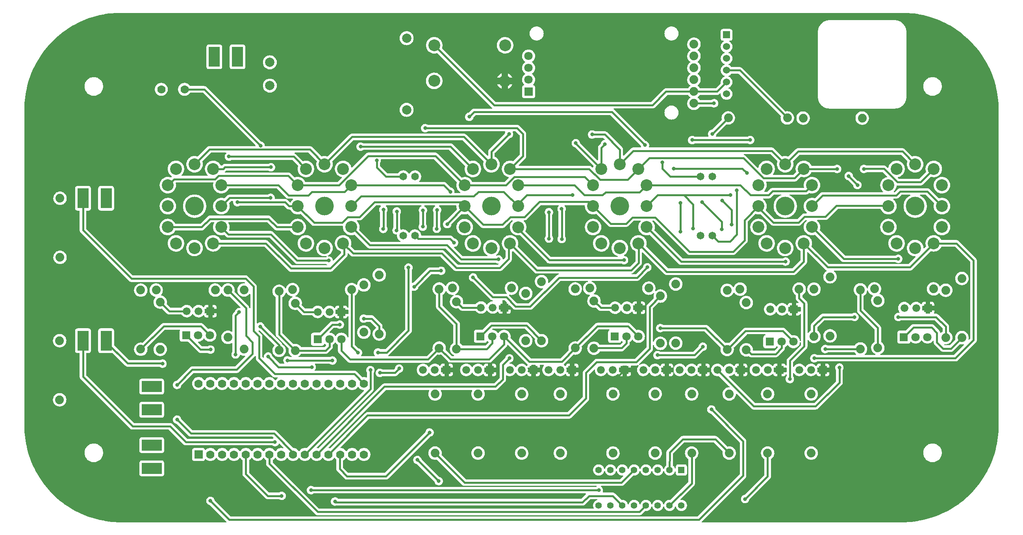
<source format=gbl>
G04 Layer: BottomLayer*
G04 EasyEDA v6.4.25, 2021-11-28T11:35:11+01:00*
G04 012f4e6f5168424cbf972d7804d96389,6d705683b9bb4ad5a2e260519191d1bd,10*
G04 Gerber Generator version 0.2*
G04 Scale: 100 percent, Rotated: No, Reflected: No *
G04 Dimensions in millimeters *
G04 leading zeros omitted , absolute positions ,4 integer and 5 decimal *
%FSLAX45Y45*%
%MOMM*%

%ADD11C,0.4000*%
%ADD13C,0.8000*%
%ADD14C,1.8796*%
%ADD15C,1.6510*%
%ADD17C,1.5240*%
%ADD19R,1.8000X1.8000*%
%ADD20C,1.8000*%
%ADD21R,1.6764X1.6764*%
%ADD22C,1.6764*%
%ADD23R,1.3970X1.3970*%
%ADD24C,1.3970*%
%ADD25C,2.0000*%
%ADD26C,2.5400*%
%ADD27C,4.0000*%
%ADD29C,1.7780*%
%ADD30R,2.3800X4.2850*%

%LPD*%
G36*
X2105253Y30886D02*
G01*
X2040940Y31902D01*
X1977136Y34848D01*
X1913483Y39776D01*
X1849932Y46634D01*
X1786686Y55473D01*
X1723745Y66243D01*
X1661109Y78943D01*
X1598930Y93573D01*
X1537258Y110134D01*
X1476095Y128524D01*
X1415491Y148844D01*
X1355598Y170992D01*
X1296416Y195021D01*
X1237945Y220827D01*
X1180338Y248412D01*
X1123594Y277774D01*
X1067816Y308864D01*
X1013002Y341630D01*
X959205Y376123D01*
X906526Y412191D01*
X854964Y449935D01*
X804570Y489204D01*
X755446Y529996D01*
X707593Y572312D01*
X661060Y616051D01*
X615848Y661263D01*
X572109Y707796D01*
X529793Y755650D01*
X489000Y804824D01*
X449732Y855167D01*
X412038Y906729D01*
X375920Y959459D01*
X341477Y1013256D01*
X308711Y1068070D01*
X277622Y1123899D01*
X248259Y1180592D01*
X220675Y1238250D01*
X194868Y1296670D01*
X170891Y1355852D01*
X148742Y1415796D01*
X128473Y1476349D01*
X110032Y1537512D01*
X93522Y1599234D01*
X78892Y1661414D01*
X66192Y1723999D01*
X55422Y1786991D01*
X46583Y1850237D01*
X39725Y1913737D01*
X34848Y1977440D01*
X31902Y2041245D01*
X30886Y2105253D01*
X30886Y8904732D01*
X31902Y8968994D01*
X34848Y9032798D01*
X39776Y9096502D01*
X46634Y9160002D01*
X55473Y9223298D01*
X66243Y9286240D01*
X78943Y9348825D01*
X93573Y9411004D01*
X110134Y9472726D01*
X128574Y9533890D01*
X148844Y9594443D01*
X170992Y9654387D01*
X195021Y9713569D01*
X220827Y9771989D01*
X248412Y9829596D01*
X277774Y9886340D01*
X308864Y9942169D01*
X341630Y9996982D01*
X376123Y10050780D01*
X412242Y10103459D01*
X449935Y10155021D01*
X489204Y10205415D01*
X529996Y10254538D01*
X572312Y10302392D01*
X616102Y10348925D01*
X661263Y10394086D01*
X707796Y10437876D01*
X755650Y10480141D01*
X804824Y10520934D01*
X855218Y10560253D01*
X906780Y10597946D01*
X959459Y10634014D01*
X1013256Y10668508D01*
X1068070Y10701274D01*
X1123899Y10732363D01*
X1180642Y10761675D01*
X1238250Y10789259D01*
X1296670Y10815066D01*
X1355902Y10839043D01*
X1415796Y10861192D01*
X1476349Y10881512D01*
X1537563Y10899952D01*
X1599234Y10916462D01*
X1661414Y10931093D01*
X1724050Y10943793D01*
X1786991Y10954562D01*
X1850288Y10963351D01*
X1913788Y10970209D01*
X1977440Y10975136D01*
X2041296Y10978083D01*
X2105253Y10979048D01*
X18904712Y10979048D01*
X18969024Y10978083D01*
X19032829Y10975136D01*
X19096532Y10970209D01*
X19160032Y10963300D01*
X19223278Y10954512D01*
X19286270Y10943742D01*
X19348856Y10930991D01*
X19411035Y10916361D01*
X19472757Y10899851D01*
X19533920Y10881410D01*
X19594474Y10861090D01*
X19654367Y10838942D01*
X19713600Y10814964D01*
X19772020Y10789158D01*
X19829627Y10761573D01*
X19886371Y10732211D01*
X19942149Y10701121D01*
X19996962Y10668304D01*
X20050760Y10633862D01*
X20103490Y10597743D01*
X20155052Y10560050D01*
X20205395Y10520781D01*
X20254569Y10479938D01*
X20302423Y10437622D01*
X20348956Y10393883D01*
X20394117Y10348722D01*
X20437856Y10302189D01*
X20480172Y10254284D01*
X20520964Y10205161D01*
X20560233Y10154767D01*
X20597926Y10103205D01*
X20634045Y10050475D01*
X20668488Y9996728D01*
X20701254Y9941864D01*
X20732343Y9886086D01*
X20761706Y9829342D01*
X20789290Y9771735D01*
X20815096Y9713264D01*
X20839074Y9654082D01*
X20861223Y9594138D01*
X20881543Y9533585D01*
X20899932Y9472422D01*
X20916493Y9410700D01*
X20931073Y9348520D01*
X20943773Y9285935D01*
X20954542Y9222994D01*
X20963382Y9159697D01*
X20970240Y9096197D01*
X20975167Y9032494D01*
X20978114Y8968689D01*
X20979079Y8904732D01*
X20979079Y2105253D01*
X20978063Y2040940D01*
X20975116Y1977136D01*
X20970189Y1913432D01*
X20963331Y1849932D01*
X20954492Y1786686D01*
X20943722Y1723694D01*
X20931022Y1661109D01*
X20916392Y1598930D01*
X20899831Y1537208D01*
X20881441Y1476044D01*
X20861121Y1415491D01*
X20838972Y1355598D01*
X20814944Y1296365D01*
X20789138Y1237945D01*
X20761553Y1180338D01*
X20732191Y1123594D01*
X20701101Y1067816D01*
X20668335Y1013002D01*
X20633842Y959205D01*
X20597774Y906475D01*
X20560030Y854913D01*
X20520761Y804570D01*
X20479969Y755396D01*
X20437652Y707542D01*
X20393914Y661009D01*
X20348702Y615848D01*
X20302169Y572109D01*
X20254315Y529793D01*
X20205141Y489000D01*
X20154798Y449732D01*
X20103236Y412038D01*
X20050506Y375920D01*
X19996708Y341477D01*
X19941895Y308711D01*
X19886066Y277622D01*
X19829373Y248259D01*
X19771715Y220675D01*
X19713295Y194868D01*
X19654113Y170891D01*
X19594169Y148742D01*
X19533616Y128422D01*
X19472452Y110032D01*
X19410730Y93472D01*
X19348551Y78892D01*
X19285966Y66192D01*
X19222974Y55422D01*
X19159728Y46583D01*
X19096228Y39725D01*
X19032524Y34798D01*
X18968720Y31851D01*
X18904712Y30886D01*
X14605558Y30886D01*
X14601698Y31648D01*
X14598396Y33883D01*
X14596160Y37134D01*
X14595398Y41046D01*
X14596160Y44958D01*
X14598396Y48209D01*
X15533573Y983437D01*
X15541040Y992124D01*
X15546781Y1001572D01*
X15551048Y1011783D01*
X15553639Y1022553D01*
X15554502Y1033983D01*
X15554502Y1774596D01*
X15553639Y1786026D01*
X15551048Y1796796D01*
X15546781Y1807006D01*
X15541040Y1816455D01*
X15533573Y1825142D01*
X14894915Y2463850D01*
X14893137Y2466187D01*
X14892121Y2468930D01*
X14889480Y2481427D01*
X14885162Y2493314D01*
X14879218Y2504440D01*
X14871801Y2514650D01*
X14863013Y2523744D01*
X14853107Y2531516D01*
X14842134Y2537815D01*
X14830450Y2542540D01*
X14818207Y2545588D01*
X14805660Y2546908D01*
X14793010Y2546502D01*
X14780615Y2544267D01*
X14768576Y2540406D01*
X14757247Y2534869D01*
X14746782Y2527808D01*
X14737384Y2519324D01*
X14729256Y2509672D01*
X14722601Y2498953D01*
X14717471Y2487422D01*
X14713966Y2475280D01*
X14712188Y2462784D01*
X14712188Y2450185D01*
X14713966Y2437688D01*
X14717471Y2425547D01*
X14722601Y2414016D01*
X14729256Y2403297D01*
X14737384Y2393645D01*
X14746782Y2385161D01*
X14757247Y2378100D01*
X14768576Y2372563D01*
X14780615Y2368702D01*
X14789556Y2367076D01*
X14792502Y2366111D01*
X14794992Y2364282D01*
X15410484Y1748789D01*
X15412719Y1745488D01*
X15413482Y1741576D01*
X15413482Y1067003D01*
X15412719Y1063091D01*
X15410484Y1059789D01*
X14512137Y161442D01*
X14508835Y159207D01*
X14504924Y158445D01*
X4468672Y158445D01*
X4464761Y159207D01*
X4461459Y161442D01*
X4123385Y499567D01*
X4121607Y501904D01*
X4120591Y504596D01*
X4118000Y516940D01*
X4113682Y528777D01*
X4107738Y539953D01*
X4100322Y550164D01*
X4091533Y559206D01*
X4081627Y566978D01*
X4070654Y573328D01*
X4058970Y578053D01*
X4046728Y581101D01*
X4034180Y582422D01*
X4021531Y581964D01*
X4009136Y579780D01*
X3997096Y575868D01*
X3985768Y570331D01*
X3975303Y563270D01*
X3965905Y554837D01*
X3957777Y545185D01*
X3951122Y534466D01*
X3945991Y522935D01*
X3942486Y510793D01*
X3940708Y498297D01*
X3940708Y485648D01*
X3942486Y473151D01*
X3945991Y461009D01*
X3951122Y449478D01*
X3957777Y438759D01*
X3965905Y429107D01*
X3975303Y420674D01*
X3985768Y413613D01*
X3997096Y408076D01*
X4009136Y404164D01*
X4018330Y402539D01*
X4021226Y401574D01*
X4023715Y399745D01*
X4375200Y48209D01*
X4377436Y44958D01*
X4378198Y41046D01*
X4377436Y37134D01*
X4375200Y33883D01*
X4371898Y31648D01*
X4368038Y30886D01*
G37*

%LPC*%
G36*
X6336842Y183540D02*
G01*
X13256768Y183540D01*
X13268198Y184404D01*
X13278967Y186994D01*
X13289178Y191262D01*
X13298627Y197002D01*
X13307313Y204470D01*
X13374065Y271170D01*
X13376605Y273050D01*
X13379602Y274066D01*
X13382802Y274066D01*
X13385393Y273659D01*
X13400176Y273202D01*
X13414959Y274574D01*
X13429437Y277723D01*
X13443407Y282651D01*
X13456666Y289255D01*
X13469010Y297434D01*
X13480288Y307086D01*
X13490244Y318008D01*
X13498830Y330149D01*
X13505840Y343204D01*
X13511174Y357022D01*
X13513612Y366572D01*
X13515238Y370128D01*
X13518134Y372770D01*
X13521791Y374142D01*
X13525703Y373989D01*
X13529259Y372414D01*
X13532002Y369620D01*
X13533424Y365963D01*
X13533780Y364134D01*
X13538250Y350012D01*
X13544448Y336550D01*
X13552271Y323951D01*
X13561568Y312420D01*
X13572185Y302107D01*
X13584021Y293166D01*
X13596823Y285750D01*
X13610488Y279958D01*
X13624763Y275894D01*
X13639393Y273659D01*
X13654176Y273202D01*
X13668959Y274574D01*
X13683437Y277723D01*
X13697407Y282651D01*
X13710666Y289255D01*
X13723010Y297434D01*
X13734288Y307086D01*
X13744244Y318008D01*
X13752830Y330149D01*
X13759840Y343204D01*
X13765174Y357022D01*
X13767612Y366572D01*
X13769238Y370128D01*
X13772134Y372770D01*
X13775791Y374142D01*
X13779703Y373989D01*
X13783259Y372414D01*
X13786002Y369620D01*
X13787424Y365963D01*
X13787780Y364134D01*
X13792250Y350012D01*
X13798448Y336550D01*
X13806271Y323951D01*
X13815568Y312420D01*
X13826185Y302107D01*
X13838021Y293166D01*
X13850823Y285750D01*
X13864488Y279958D01*
X13878763Y275894D01*
X13893393Y273659D01*
X13908176Y273202D01*
X13922959Y274574D01*
X13937437Y277723D01*
X13951407Y282651D01*
X13964666Y289255D01*
X13977010Y297434D01*
X13988288Y307086D01*
X13998244Y318008D01*
X14006830Y330149D01*
X14013840Y343204D01*
X14019174Y357022D01*
X14021612Y366572D01*
X14023238Y370128D01*
X14026134Y372770D01*
X14029791Y374142D01*
X14033703Y373989D01*
X14037259Y372414D01*
X14040002Y369620D01*
X14041424Y365963D01*
X14041780Y364134D01*
X14046250Y350012D01*
X14052448Y336550D01*
X14060271Y323951D01*
X14069568Y312420D01*
X14080185Y302107D01*
X14092021Y293166D01*
X14104823Y285750D01*
X14118488Y279958D01*
X14132763Y275894D01*
X14147393Y273659D01*
X14162176Y273202D01*
X14176959Y274574D01*
X14191437Y277723D01*
X14205407Y282651D01*
X14218666Y289255D01*
X14231010Y297434D01*
X14242288Y307086D01*
X14252244Y318008D01*
X14260830Y330149D01*
X14267840Y343204D01*
X14273174Y357022D01*
X14276781Y371348D01*
X14278610Y386080D01*
X14278610Y400913D01*
X14276781Y415594D01*
X14273174Y429971D01*
X14267840Y443788D01*
X14260830Y456844D01*
X14252244Y468934D01*
X14242288Y479907D01*
X14231010Y489508D01*
X14218666Y497687D01*
X14205407Y504291D01*
X14191437Y509219D01*
X14176959Y512419D01*
X14162176Y513791D01*
X14148968Y513384D01*
X14145006Y514045D01*
X14141602Y516178D01*
X14139316Y519480D01*
X14138503Y523443D01*
X14139265Y527354D01*
X14141450Y530707D01*
X14428571Y817829D01*
X14436039Y826516D01*
X14441779Y835964D01*
X14446046Y846175D01*
X14448637Y856945D01*
X14449501Y868375D01*
X14449501Y1385773D01*
X14450060Y1389126D01*
X14451685Y1392072D01*
X14454174Y1394358D01*
X14463928Y1400606D01*
X14476679Y1411020D01*
X14488160Y1422857D01*
X14498269Y1435912D01*
X14506752Y1450035D01*
X14513610Y1465072D01*
X14518741Y1480769D01*
X14521992Y1496923D01*
X14523415Y1513382D01*
X14522957Y1529842D01*
X14520621Y1546199D01*
X14516404Y1562150D01*
X14510410Y1577492D01*
X14502739Y1592072D01*
X14493392Y1605737D01*
X14482622Y1618183D01*
X14470430Y1629359D01*
X14457121Y1639011D01*
X14442744Y1647139D01*
X14427555Y1653590D01*
X14411706Y1658213D01*
X14395450Y1661007D01*
X14378990Y1661972D01*
X14362531Y1661007D01*
X14346275Y1658213D01*
X14330426Y1653590D01*
X14315236Y1647139D01*
X14300860Y1639011D01*
X14287550Y1629359D01*
X14275358Y1618183D01*
X14264589Y1605737D01*
X14255242Y1592072D01*
X14247571Y1577492D01*
X14241576Y1562150D01*
X14237360Y1546199D01*
X14235023Y1529842D01*
X14234566Y1513382D01*
X14235988Y1496923D01*
X14239240Y1480769D01*
X14244370Y1465072D01*
X14251228Y1450035D01*
X14259712Y1435912D01*
X14269821Y1422857D01*
X14281302Y1411020D01*
X14294053Y1400606D01*
X14303806Y1394358D01*
X14306296Y1392072D01*
X14307921Y1389126D01*
X14308480Y1385773D01*
X14308480Y901395D01*
X14307718Y897483D01*
X14305483Y894181D01*
X13927023Y515721D01*
X13923263Y513334D01*
X13918895Y512775D01*
X13908176Y513791D01*
X13893393Y513334D01*
X13878763Y511048D01*
X13864488Y506984D01*
X13850823Y501192D01*
X13838021Y493826D01*
X13826185Y484885D01*
X13815568Y474573D01*
X13806271Y463042D01*
X13798448Y450443D01*
X13792250Y436981D01*
X13787780Y422859D01*
X13787424Y420979D01*
X13786002Y417372D01*
X13783259Y414528D01*
X13779703Y412953D01*
X13775791Y412851D01*
X13772134Y414223D01*
X13769238Y416864D01*
X13767612Y420370D01*
X13765174Y429971D01*
X13759840Y443788D01*
X13752830Y456844D01*
X13744244Y468934D01*
X13734288Y479907D01*
X13723010Y489508D01*
X13710666Y497687D01*
X13697407Y504291D01*
X13683437Y509219D01*
X13668959Y512419D01*
X13654176Y513791D01*
X13639393Y513334D01*
X13624763Y511048D01*
X13610488Y506984D01*
X13596823Y501192D01*
X13584021Y493826D01*
X13572185Y484885D01*
X13561568Y474573D01*
X13552271Y463042D01*
X13544448Y450443D01*
X13538250Y436981D01*
X13533780Y422859D01*
X13533424Y420979D01*
X13532002Y417372D01*
X13529259Y414528D01*
X13525703Y412953D01*
X13521791Y412851D01*
X13518134Y414223D01*
X13515238Y416864D01*
X13513612Y420370D01*
X13511174Y429971D01*
X13505840Y443788D01*
X13498830Y456844D01*
X13490244Y468934D01*
X13480288Y479907D01*
X13469010Y489508D01*
X13456666Y497687D01*
X13443407Y504291D01*
X13429437Y509219D01*
X13414959Y512419D01*
X13400176Y513791D01*
X13385393Y513334D01*
X13370763Y511048D01*
X13356488Y506984D01*
X13342823Y501192D01*
X13330021Y493826D01*
X13318185Y484885D01*
X13307568Y474573D01*
X13298271Y463042D01*
X13290448Y450443D01*
X13284250Y436981D01*
X13279780Y422859D01*
X13279424Y420979D01*
X13278002Y417372D01*
X13275259Y414528D01*
X13271703Y412953D01*
X13267791Y412851D01*
X13264134Y414223D01*
X13261238Y416864D01*
X13259612Y420370D01*
X13257174Y429971D01*
X13251840Y443788D01*
X13244830Y456844D01*
X13236244Y468934D01*
X13226288Y479907D01*
X13215010Y489508D01*
X13202666Y497687D01*
X13189407Y504291D01*
X13175437Y509219D01*
X13160959Y512419D01*
X13146176Y513791D01*
X13131393Y513334D01*
X13116763Y511048D01*
X13102488Y506984D01*
X13088823Y501192D01*
X13076021Y493826D01*
X13064185Y484885D01*
X13053568Y474573D01*
X13044271Y463042D01*
X13036448Y450443D01*
X13030250Y436981D01*
X13025780Y422859D01*
X13025424Y420979D01*
X13024002Y417372D01*
X13021259Y414528D01*
X13017703Y412953D01*
X13013791Y412851D01*
X13010134Y414223D01*
X13007238Y416864D01*
X13005612Y420370D01*
X13003174Y429971D01*
X12997840Y443788D01*
X12990830Y456844D01*
X12982244Y468934D01*
X12972288Y479907D01*
X12961010Y489508D01*
X12948666Y497687D01*
X12935407Y504291D01*
X12921437Y509219D01*
X12906959Y512419D01*
X12892176Y513791D01*
X12877393Y513334D01*
X12874752Y512927D01*
X12871551Y512927D01*
X12868554Y513892D01*
X12866014Y515772D01*
X12732512Y649122D01*
X12723825Y656539D01*
X12714376Y662279D01*
X12704165Y666546D01*
X12693396Y669086D01*
X12681966Y670001D01*
X12475210Y670001D01*
X12471400Y670763D01*
X12468148Y672846D01*
X12465913Y676046D01*
X12465050Y679805D01*
X12465659Y683666D01*
X12469368Y693928D01*
X12472009Y706272D01*
X12472873Y718870D01*
X12472009Y731469D01*
X12469368Y743813D01*
X12465050Y755700D01*
X12459157Y766826D01*
X12451740Y777036D01*
X12442952Y786130D01*
X12432842Y794004D01*
X12429591Y796950D01*
X12427915Y801014D01*
X12428118Y805434D01*
X12430150Y809294D01*
X12433655Y811987D01*
X12437922Y812952D01*
X12870180Y812952D01*
X12881610Y813816D01*
X12892379Y816406D01*
X12902590Y820674D01*
X12912039Y826414D01*
X12920726Y833882D01*
X13120065Y1033170D01*
X13122605Y1035050D01*
X13125602Y1036066D01*
X13128802Y1036066D01*
X13131393Y1035659D01*
X13146176Y1035202D01*
X13160959Y1036574D01*
X13175437Y1039723D01*
X13189407Y1044651D01*
X13202666Y1051255D01*
X13215010Y1059434D01*
X13226288Y1069086D01*
X13236244Y1080008D01*
X13244830Y1092149D01*
X13251840Y1105204D01*
X13257174Y1119022D01*
X13259612Y1128572D01*
X13261238Y1132128D01*
X13264134Y1134770D01*
X13267791Y1136142D01*
X13271703Y1135989D01*
X13275259Y1134414D01*
X13278002Y1131620D01*
X13279424Y1127963D01*
X13279780Y1126134D01*
X13284250Y1112012D01*
X13290448Y1098550D01*
X13298271Y1085951D01*
X13307568Y1074420D01*
X13318185Y1064107D01*
X13330021Y1055166D01*
X13342823Y1047750D01*
X13356488Y1041958D01*
X13370763Y1037894D01*
X13385393Y1035659D01*
X13400176Y1035202D01*
X13414959Y1036574D01*
X13429437Y1039723D01*
X13443407Y1044651D01*
X13456666Y1051255D01*
X13469010Y1059434D01*
X13480288Y1069086D01*
X13490244Y1080008D01*
X13498830Y1092149D01*
X13505840Y1105204D01*
X13511174Y1119022D01*
X13513612Y1128572D01*
X13515238Y1132128D01*
X13518134Y1134770D01*
X13521791Y1136142D01*
X13525703Y1135989D01*
X13529259Y1134414D01*
X13532002Y1131620D01*
X13533424Y1127963D01*
X13533780Y1126134D01*
X13538250Y1112012D01*
X13544448Y1098550D01*
X13552271Y1085951D01*
X13561568Y1074420D01*
X13572185Y1064107D01*
X13584021Y1055166D01*
X13596823Y1047750D01*
X13610488Y1041958D01*
X13624763Y1037894D01*
X13639393Y1035659D01*
X13654176Y1035202D01*
X13668959Y1036574D01*
X13683437Y1039723D01*
X13697407Y1044651D01*
X13710666Y1051255D01*
X13723010Y1059434D01*
X13734288Y1069086D01*
X13744244Y1080008D01*
X13752830Y1092149D01*
X13759840Y1105204D01*
X13765174Y1119022D01*
X13767612Y1128572D01*
X13769238Y1132128D01*
X13772134Y1134770D01*
X13775791Y1136142D01*
X13779703Y1135989D01*
X13783259Y1134414D01*
X13786002Y1131620D01*
X13787424Y1127963D01*
X13787780Y1126134D01*
X13792250Y1112012D01*
X13798448Y1098550D01*
X13806271Y1085951D01*
X13815568Y1074420D01*
X13826185Y1064107D01*
X13838021Y1055166D01*
X13850823Y1047750D01*
X13864488Y1041958D01*
X13878763Y1037894D01*
X13893393Y1035659D01*
X13908176Y1035202D01*
X13922959Y1036574D01*
X13937437Y1039723D01*
X13951407Y1044651D01*
X13964666Y1051255D01*
X13977010Y1059434D01*
X13988288Y1069086D01*
X13998244Y1080008D01*
X14006830Y1092149D01*
X14013840Y1105204D01*
X14018513Y1117193D01*
X14020647Y1120597D01*
X14023898Y1122883D01*
X14027810Y1123696D01*
X14031772Y1122984D01*
X14035074Y1120749D01*
X14037360Y1117447D01*
X14038122Y1113536D01*
X14038122Y1086053D01*
X14038935Y1076858D01*
X14041221Y1068374D01*
X14044930Y1060399D01*
X14049959Y1053185D01*
X14056207Y1046987D01*
X14063421Y1041908D01*
X14071396Y1038199D01*
X14079880Y1035913D01*
X14089075Y1035100D01*
X14227911Y1035100D01*
X14237106Y1035913D01*
X14245590Y1038199D01*
X14253565Y1041908D01*
X14260779Y1046987D01*
X14267027Y1053185D01*
X14272056Y1060399D01*
X14275765Y1068374D01*
X14278051Y1076858D01*
X14278863Y1086053D01*
X14278863Y1224889D01*
X14278051Y1234084D01*
X14275765Y1242618D01*
X14272056Y1250594D01*
X14267027Y1257808D01*
X14260779Y1264005D01*
X14253565Y1269034D01*
X14245590Y1272794D01*
X14237106Y1275029D01*
X14227911Y1275842D01*
X14089075Y1275842D01*
X14079880Y1275029D01*
X14071396Y1272794D01*
X14063421Y1269034D01*
X14056207Y1264005D01*
X14049959Y1257808D01*
X14044930Y1250594D01*
X14041221Y1242618D01*
X14038935Y1234084D01*
X14038122Y1224889D01*
X14038122Y1197406D01*
X14037360Y1193495D01*
X14035074Y1190193D01*
X14031772Y1188008D01*
X14027810Y1187246D01*
X14023898Y1188110D01*
X14020647Y1190396D01*
X14018513Y1193749D01*
X14013840Y1205788D01*
X14006830Y1218844D01*
X13998244Y1230934D01*
X13988288Y1241907D01*
X13978737Y1250035D01*
X13976146Y1253490D01*
X13975232Y1257757D01*
X13975384Y1498955D01*
X13976146Y1502867D01*
X13978331Y1506169D01*
X14215313Y1742897D01*
X14218615Y1745132D01*
X14222476Y1745894D01*
X14853666Y1745894D01*
X14857577Y1745132D01*
X14860879Y1742897D01*
X15042946Y1560830D01*
X15044877Y1558086D01*
X15045842Y1554937D01*
X15045740Y1551635D01*
X15042997Y1538020D01*
X15041575Y1521612D01*
X15042032Y1505102D01*
X15044369Y1488795D01*
X15048585Y1472844D01*
X15054580Y1457452D01*
X15062250Y1442872D01*
X15071598Y1429258D01*
X15082367Y1416761D01*
X15094508Y1405636D01*
X15107869Y1395933D01*
X15122245Y1387805D01*
X15137434Y1381404D01*
X15153284Y1376730D01*
X15169540Y1373936D01*
X15185999Y1373022D01*
X15202458Y1373936D01*
X15218714Y1376730D01*
X15234564Y1381404D01*
X15249753Y1387805D01*
X15264130Y1395933D01*
X15277439Y1405636D01*
X15289580Y1416761D01*
X15300401Y1429258D01*
X15309697Y1442872D01*
X15317419Y1457452D01*
X15323413Y1472844D01*
X15327579Y1488795D01*
X15329966Y1505102D01*
X15330424Y1521612D01*
X15329001Y1538020D01*
X15325750Y1554226D01*
X15320619Y1569923D01*
X15313761Y1584909D01*
X15305278Y1599031D01*
X15295168Y1612087D01*
X15283688Y1623923D01*
X15270937Y1634388D01*
X15257018Y1643278D01*
X15242235Y1650593D01*
X15226690Y1656130D01*
X15210637Y1659839D01*
X15194229Y1661718D01*
X15177719Y1661718D01*
X15161361Y1659839D01*
X15152268Y1657756D01*
X15148864Y1657553D01*
X15145562Y1658467D01*
X15142768Y1660448D01*
X14937232Y1865985D01*
X14928545Y1873453D01*
X14919096Y1879193D01*
X14908885Y1883460D01*
X14898116Y1886000D01*
X14886686Y1886915D01*
X14189506Y1886915D01*
X14178127Y1886051D01*
X14167357Y1883460D01*
X14157147Y1879244D01*
X14147698Y1873453D01*
X14138960Y1865985D01*
X13855293Y1582623D01*
X13847876Y1573885D01*
X13842085Y1564487D01*
X13837869Y1554276D01*
X13835278Y1543507D01*
X13834363Y1532077D01*
X13834160Y1257960D01*
X13833703Y1254861D01*
X13832281Y1252067D01*
X13830147Y1249832D01*
X13826185Y1246886D01*
X13815568Y1236573D01*
X13806271Y1225042D01*
X13798448Y1212443D01*
X13792250Y1198981D01*
X13787780Y1184859D01*
X13787424Y1182979D01*
X13786002Y1179372D01*
X13783259Y1176528D01*
X13779703Y1174953D01*
X13775791Y1174851D01*
X13772134Y1176223D01*
X13769238Y1178864D01*
X13767612Y1182370D01*
X13765174Y1191971D01*
X13759840Y1205788D01*
X13752830Y1218844D01*
X13744244Y1230934D01*
X13734288Y1241907D01*
X13723010Y1251508D01*
X13710666Y1259687D01*
X13697407Y1266291D01*
X13683437Y1271219D01*
X13668959Y1274419D01*
X13654176Y1275791D01*
X13639393Y1275334D01*
X13624763Y1273048D01*
X13610488Y1268984D01*
X13596823Y1263192D01*
X13584021Y1255826D01*
X13572185Y1246886D01*
X13561568Y1236573D01*
X13552271Y1225042D01*
X13544448Y1212443D01*
X13538250Y1198981D01*
X13533780Y1184859D01*
X13533424Y1182979D01*
X13532002Y1179372D01*
X13529259Y1176528D01*
X13525703Y1174953D01*
X13521791Y1174851D01*
X13518134Y1176223D01*
X13515238Y1178864D01*
X13513612Y1182370D01*
X13511174Y1191971D01*
X13505840Y1205788D01*
X13498830Y1218844D01*
X13490244Y1230934D01*
X13480288Y1241907D01*
X13469010Y1251508D01*
X13456666Y1259687D01*
X13443407Y1266291D01*
X13429437Y1271219D01*
X13414959Y1274419D01*
X13400176Y1275791D01*
X13385393Y1275334D01*
X13370763Y1273048D01*
X13356488Y1268984D01*
X13342823Y1263192D01*
X13330021Y1255826D01*
X13318185Y1246886D01*
X13307568Y1236573D01*
X13298271Y1225042D01*
X13290448Y1212443D01*
X13284250Y1198981D01*
X13279780Y1184859D01*
X13279424Y1182979D01*
X13278002Y1179372D01*
X13275259Y1176528D01*
X13271703Y1174953D01*
X13267791Y1174851D01*
X13264134Y1176223D01*
X13261238Y1178864D01*
X13259612Y1182370D01*
X13257174Y1191971D01*
X13251840Y1205788D01*
X13244830Y1218844D01*
X13236244Y1230934D01*
X13226288Y1241907D01*
X13215010Y1251508D01*
X13202666Y1259687D01*
X13189407Y1266291D01*
X13175437Y1271219D01*
X13160959Y1274419D01*
X13146176Y1275791D01*
X13131393Y1275334D01*
X13116763Y1273048D01*
X13102488Y1268984D01*
X13088823Y1263192D01*
X13076021Y1255826D01*
X13064185Y1246886D01*
X13053568Y1236573D01*
X13044271Y1225042D01*
X13036448Y1212443D01*
X13030250Y1198981D01*
X13025780Y1184859D01*
X13025424Y1182979D01*
X13024002Y1179372D01*
X13021259Y1176528D01*
X13017703Y1174953D01*
X13013791Y1174851D01*
X13010134Y1176223D01*
X13007238Y1178864D01*
X13005612Y1182370D01*
X13003174Y1191971D01*
X12997840Y1205788D01*
X12990830Y1218844D01*
X12982244Y1230934D01*
X12972288Y1241907D01*
X12961010Y1251508D01*
X12948666Y1259687D01*
X12935407Y1266291D01*
X12921437Y1271219D01*
X12906959Y1274419D01*
X12892176Y1275791D01*
X12877393Y1275334D01*
X12862763Y1273048D01*
X12848488Y1268984D01*
X12834823Y1263192D01*
X12822021Y1255826D01*
X12810185Y1246886D01*
X12799568Y1236573D01*
X12790271Y1225042D01*
X12782448Y1212443D01*
X12776250Y1198981D01*
X12771780Y1184859D01*
X12771424Y1182979D01*
X12770002Y1179372D01*
X12767259Y1176528D01*
X12763703Y1174953D01*
X12759791Y1174851D01*
X12756134Y1176223D01*
X12753238Y1178864D01*
X12751612Y1182370D01*
X12749174Y1191971D01*
X12743840Y1205788D01*
X12736830Y1218844D01*
X12728244Y1230934D01*
X12718288Y1241907D01*
X12707010Y1251508D01*
X12694666Y1259687D01*
X12681407Y1266291D01*
X12667437Y1271219D01*
X12652959Y1274419D01*
X12638176Y1275791D01*
X12623393Y1275334D01*
X12608763Y1273048D01*
X12594488Y1268984D01*
X12580823Y1263192D01*
X12568021Y1255826D01*
X12556185Y1246886D01*
X12545568Y1236573D01*
X12536271Y1225042D01*
X12528448Y1212443D01*
X12522250Y1198981D01*
X12517780Y1184859D01*
X12517424Y1182979D01*
X12516002Y1179372D01*
X12513259Y1176528D01*
X12509703Y1174953D01*
X12505791Y1174851D01*
X12502134Y1176223D01*
X12499238Y1178864D01*
X12497612Y1182370D01*
X12495174Y1191971D01*
X12489840Y1205788D01*
X12482830Y1218844D01*
X12474244Y1230934D01*
X12464288Y1241907D01*
X12453010Y1251508D01*
X12440666Y1259687D01*
X12427407Y1266291D01*
X12413437Y1271219D01*
X12398959Y1274419D01*
X12384176Y1275791D01*
X12369393Y1275334D01*
X12354763Y1273048D01*
X12340488Y1268984D01*
X12326823Y1263192D01*
X12314021Y1255826D01*
X12302185Y1246886D01*
X12291568Y1236573D01*
X12282271Y1225042D01*
X12274448Y1212443D01*
X12268250Y1198981D01*
X12263780Y1184859D01*
X12261037Y1170279D01*
X12260122Y1155496D01*
X12261037Y1140714D01*
X12263780Y1126134D01*
X12268250Y1112012D01*
X12274448Y1098550D01*
X12282271Y1085951D01*
X12291568Y1074420D01*
X12302185Y1064107D01*
X12314021Y1055166D01*
X12326823Y1047750D01*
X12340488Y1041958D01*
X12354763Y1037894D01*
X12369393Y1035659D01*
X12384176Y1035202D01*
X12398959Y1036574D01*
X12413437Y1039723D01*
X12427407Y1044651D01*
X12440666Y1051255D01*
X12453010Y1059434D01*
X12464288Y1069086D01*
X12474244Y1080008D01*
X12482830Y1092149D01*
X12489840Y1105204D01*
X12495174Y1119022D01*
X12497612Y1128572D01*
X12499238Y1132128D01*
X12502134Y1134770D01*
X12505791Y1136142D01*
X12509703Y1135989D01*
X12513259Y1134414D01*
X12516002Y1131620D01*
X12517424Y1127963D01*
X12517780Y1126134D01*
X12522250Y1112012D01*
X12528448Y1098550D01*
X12536271Y1085951D01*
X12545568Y1074420D01*
X12556185Y1064107D01*
X12568021Y1055166D01*
X12580823Y1047750D01*
X12594488Y1041958D01*
X12608763Y1037894D01*
X12623393Y1035659D01*
X12638176Y1035202D01*
X12652959Y1036574D01*
X12667437Y1039723D01*
X12681407Y1044651D01*
X12694666Y1051255D01*
X12707010Y1059434D01*
X12718288Y1069086D01*
X12728244Y1080008D01*
X12736830Y1092149D01*
X12743840Y1105204D01*
X12749174Y1119022D01*
X12751612Y1128572D01*
X12753238Y1132128D01*
X12756134Y1134770D01*
X12759791Y1136142D01*
X12763703Y1135989D01*
X12767259Y1134414D01*
X12770002Y1131620D01*
X12771424Y1127963D01*
X12771780Y1126134D01*
X12776250Y1112012D01*
X12782448Y1098550D01*
X12790271Y1085951D01*
X12799568Y1074420D01*
X12810185Y1064107D01*
X12822021Y1055166D01*
X12834823Y1047750D01*
X12848488Y1041958D01*
X12862763Y1037894D01*
X12877393Y1035659D01*
X12892176Y1035202D01*
X12897662Y1035710D01*
X12901777Y1035253D01*
X12905333Y1033170D01*
X12907822Y1029919D01*
X12908737Y1025906D01*
X12908026Y1021842D01*
X12905790Y1018387D01*
X12844373Y956970D01*
X12841071Y954735D01*
X12837160Y953973D01*
X9528860Y953973D01*
X9524949Y954735D01*
X9521647Y956970D01*
X9004554Y1474114D01*
X9002572Y1476806D01*
X9001658Y1479956D01*
X9001760Y1483309D01*
X9004503Y1496923D01*
X9005925Y1513332D01*
X9005468Y1529842D01*
X9003131Y1546148D01*
X8998915Y1562150D01*
X8992920Y1577492D01*
X8985250Y1592072D01*
X8975902Y1605686D01*
X8965133Y1618183D01*
X8952941Y1629308D01*
X8939631Y1639011D01*
X8925255Y1647139D01*
X8910066Y1653539D01*
X8894216Y1658213D01*
X8877960Y1661007D01*
X8861501Y1661972D01*
X8845042Y1661007D01*
X8828786Y1658213D01*
X8812936Y1653539D01*
X8797747Y1647139D01*
X8783370Y1639011D01*
X8770061Y1629308D01*
X8757869Y1618183D01*
X8747099Y1605686D01*
X8737752Y1592072D01*
X8730081Y1577492D01*
X8724087Y1562150D01*
X8719921Y1546148D01*
X8717534Y1529842D01*
X8717076Y1513332D01*
X8718499Y1496923D01*
X8721750Y1480769D01*
X8726881Y1465072D01*
X8733739Y1450035D01*
X8742222Y1435912D01*
X8752332Y1422857D01*
X8763812Y1411020D01*
X8776563Y1400606D01*
X8790432Y1391666D01*
X8805265Y1384401D01*
X8820810Y1378864D01*
X8836863Y1375105D01*
X8853271Y1373225D01*
X8869730Y1373225D01*
X8886139Y1375105D01*
X8895181Y1377188D01*
X8898585Y1377442D01*
X8901887Y1376476D01*
X8904681Y1374495D01*
X9445294Y833882D01*
X9453981Y826414D01*
X9463430Y820674D01*
X9473641Y816406D01*
X9484410Y813816D01*
X9495840Y812952D01*
X12327178Y812952D01*
X12331395Y812038D01*
X12334798Y809498D01*
X12336932Y805738D01*
X12337288Y801471D01*
X12335865Y797458D01*
X12331954Y793750D01*
X12329261Y792429D01*
X12326264Y792022D01*
X6253886Y792022D01*
X6250584Y792581D01*
X6247638Y794156D01*
X6244640Y796493D01*
X6233668Y802843D01*
X6221984Y807567D01*
X6209741Y810615D01*
X6197193Y811936D01*
X6184544Y811479D01*
X6172149Y809294D01*
X6160109Y805383D01*
X6148781Y799846D01*
X6138316Y792784D01*
X6128918Y784352D01*
X6120790Y774700D01*
X6114135Y763981D01*
X6109004Y752449D01*
X6105499Y740308D01*
X6103721Y727811D01*
X6103721Y715162D01*
X6105499Y702665D01*
X6109004Y690524D01*
X6114135Y678992D01*
X6120790Y668274D01*
X6128918Y658622D01*
X6138316Y650189D01*
X6148781Y643128D01*
X6160109Y637590D01*
X6172149Y633679D01*
X6184544Y631494D01*
X6197193Y631037D01*
X6209741Y632358D01*
X6221984Y635406D01*
X6233668Y640130D01*
X6244640Y646480D01*
X6247638Y648817D01*
X6250584Y650392D01*
X6253886Y650951D01*
X12098020Y650951D01*
X12101931Y650189D01*
X12105233Y648004D01*
X12107418Y644702D01*
X12108180Y640791D01*
X12107418Y636930D01*
X12105233Y633628D01*
X12006580Y534974D01*
X12003278Y532790D01*
X11999417Y531977D01*
X6788150Y531977D01*
X6784187Y532790D01*
X6780834Y535127D01*
X6771538Y544728D01*
X6761632Y552500D01*
X6750659Y558850D01*
X6738975Y563575D01*
X6726732Y566623D01*
X6714185Y567944D01*
X6701536Y567486D01*
X6689140Y565302D01*
X6677101Y561390D01*
X6665772Y555853D01*
X6655308Y548792D01*
X6645909Y540359D01*
X6637781Y530707D01*
X6631127Y519988D01*
X6625996Y508457D01*
X6622491Y496316D01*
X6620713Y483819D01*
X6620713Y471170D01*
X6622491Y458673D01*
X6625996Y446532D01*
X6631127Y435000D01*
X6637781Y424281D01*
X6645909Y414629D01*
X6655308Y406196D01*
X6665772Y399135D01*
X6677101Y393598D01*
X6689140Y389686D01*
X6701536Y387502D01*
X6714185Y387045D01*
X6726732Y388366D01*
X6735876Y390652D01*
X6738366Y390956D01*
X12032437Y390956D01*
X12043816Y391871D01*
X12054586Y394462D01*
X12064796Y398678D01*
X12074245Y404469D01*
X12082983Y411886D01*
X12197029Y525983D01*
X12200331Y528218D01*
X12204242Y528980D01*
X12344908Y528980D01*
X12348921Y528116D01*
X12352324Y525729D01*
X12354458Y522224D01*
X12355017Y518159D01*
X12353950Y514146D01*
X12351359Y510946D01*
X12347702Y509016D01*
X12340488Y506984D01*
X12326823Y501192D01*
X12314021Y493826D01*
X12302185Y484885D01*
X12291568Y474573D01*
X12282271Y463042D01*
X12274448Y450443D01*
X12268250Y436981D01*
X12263780Y422859D01*
X12261037Y408279D01*
X12260122Y393496D01*
X12261037Y378714D01*
X12263780Y364134D01*
X12268250Y350012D01*
X12273330Y338988D01*
X12274245Y335026D01*
X12273584Y331063D01*
X12271400Y327660D01*
X12268098Y325374D01*
X12264136Y324561D01*
X6369862Y324561D01*
X6365951Y325323D01*
X6362649Y327558D01*
X5374640Y1315567D01*
X5372404Y1318869D01*
X5371642Y1322781D01*
X5371642Y1362405D01*
X5372201Y1365707D01*
X5373776Y1368602D01*
X5376214Y1370888D01*
X5384241Y1376172D01*
X5396687Y1386586D01*
X5407812Y1398371D01*
X5417464Y1411376D01*
X5419191Y1414373D01*
X5422036Y1417523D01*
X5425897Y1419250D01*
X5430113Y1419250D01*
X5433974Y1417523D01*
X5436819Y1414373D01*
X5438546Y1411376D01*
X5448198Y1398371D01*
X5459323Y1386586D01*
X5471769Y1376172D01*
X5485333Y1367231D01*
X5499811Y1359966D01*
X5515051Y1354429D01*
X5530799Y1350670D01*
X5546902Y1348790D01*
X5563108Y1348790D01*
X5579211Y1350670D01*
X5595010Y1354429D01*
X5610250Y1359966D01*
X5624728Y1367231D01*
X5638241Y1376172D01*
X5650687Y1386586D01*
X5661812Y1398371D01*
X5671464Y1411376D01*
X5673191Y1414373D01*
X5676036Y1417523D01*
X5679897Y1419250D01*
X5684113Y1419250D01*
X5687974Y1417523D01*
X5690819Y1414373D01*
X5692546Y1411376D01*
X5702198Y1398371D01*
X5713323Y1386586D01*
X5725769Y1376172D01*
X5739333Y1367231D01*
X5753811Y1359966D01*
X5769051Y1354429D01*
X5784799Y1350670D01*
X5800902Y1348790D01*
X5817108Y1348790D01*
X5833211Y1350670D01*
X5849010Y1354429D01*
X5864250Y1359966D01*
X5878728Y1367231D01*
X5892241Y1376172D01*
X5904687Y1386586D01*
X5915812Y1398371D01*
X5925464Y1411376D01*
X5927191Y1414373D01*
X5930036Y1417523D01*
X5933897Y1419250D01*
X5938113Y1419250D01*
X5941974Y1417523D01*
X5944819Y1414373D01*
X5946546Y1411376D01*
X5956198Y1398371D01*
X5967323Y1386586D01*
X5979769Y1376172D01*
X5993333Y1367231D01*
X6007811Y1359966D01*
X6023051Y1354429D01*
X6038799Y1350670D01*
X6054902Y1348790D01*
X6071108Y1348790D01*
X6087211Y1350670D01*
X6103010Y1354429D01*
X6118250Y1359966D01*
X6132728Y1367231D01*
X6146241Y1376172D01*
X6158687Y1386586D01*
X6169812Y1398371D01*
X6179464Y1411376D01*
X6181191Y1414373D01*
X6184036Y1417523D01*
X6187897Y1419250D01*
X6192113Y1419250D01*
X6195974Y1417523D01*
X6198819Y1414373D01*
X6200546Y1411376D01*
X6210198Y1398371D01*
X6221323Y1386586D01*
X6233769Y1376172D01*
X6247333Y1367231D01*
X6261811Y1359966D01*
X6277051Y1354429D01*
X6292799Y1350670D01*
X6308902Y1348790D01*
X6325108Y1348790D01*
X6341211Y1350670D01*
X6357010Y1354429D01*
X6372250Y1359966D01*
X6386728Y1367231D01*
X6400241Y1376172D01*
X6412687Y1386586D01*
X6423812Y1398371D01*
X6433464Y1411376D01*
X6435191Y1414373D01*
X6438036Y1417523D01*
X6441897Y1419250D01*
X6446113Y1419250D01*
X6449974Y1417523D01*
X6452819Y1414373D01*
X6454546Y1411376D01*
X6464198Y1398371D01*
X6475323Y1386586D01*
X6487769Y1376172D01*
X6501333Y1367231D01*
X6515811Y1359966D01*
X6531051Y1354429D01*
X6546799Y1350670D01*
X6562902Y1348790D01*
X6579108Y1348790D01*
X6595211Y1350670D01*
X6611010Y1354429D01*
X6626250Y1359966D01*
X6640728Y1367231D01*
X6654241Y1376172D01*
X6666687Y1386586D01*
X6677812Y1398371D01*
X6687464Y1411376D01*
X6689191Y1414373D01*
X6692036Y1417523D01*
X6695897Y1419250D01*
X6700113Y1419250D01*
X6703974Y1417523D01*
X6706819Y1414373D01*
X6708546Y1411376D01*
X6718198Y1398371D01*
X6729323Y1386586D01*
X6736740Y1380337D01*
X6739432Y1376883D01*
X6740398Y1372565D01*
X6740398Y1176985D01*
X6741312Y1165555D01*
X6743852Y1154785D01*
X6748119Y1144574D01*
X6753859Y1135126D01*
X6761327Y1126439D01*
X6916470Y971296D01*
X6925157Y963828D01*
X6934606Y958087D01*
X6944817Y953820D01*
X6955586Y951230D01*
X6967016Y950366D01*
X7804150Y950366D01*
X7815580Y951230D01*
X7826349Y953820D01*
X7836560Y958087D01*
X7846009Y963828D01*
X7854696Y971296D01*
X8752128Y1868728D01*
X8754922Y1870710D01*
X8772601Y1874926D01*
X8784336Y1879650D01*
X8795258Y1885950D01*
X8805214Y1893722D01*
X8814003Y1902815D01*
X8821420Y1913026D01*
X8827312Y1924151D01*
X8831630Y1936038D01*
X8834272Y1948383D01*
X8835136Y1960981D01*
X8834272Y1973580D01*
X8831630Y1985924D01*
X8827312Y1997811D01*
X8821420Y2008936D01*
X8814003Y2019147D01*
X8805214Y2028240D01*
X8795258Y2036013D01*
X8784336Y2042312D01*
X8772601Y2047036D01*
X8760358Y2050084D01*
X8747810Y2051405D01*
X8735212Y2050999D01*
X8722766Y2048764D01*
X8710777Y2044903D01*
X8699398Y2039366D01*
X8688933Y2032304D01*
X8679586Y2023821D01*
X8671458Y2014169D01*
X8664752Y2003450D01*
X8659622Y1991918D01*
X8656167Y1979777D01*
X8655354Y1974342D01*
X8654389Y1971192D01*
X8652510Y1968550D01*
X7778343Y1094384D01*
X7775041Y1092149D01*
X7771130Y1091387D01*
X7000036Y1091387D01*
X6996125Y1092149D01*
X6992823Y1094384D01*
X6884416Y1202791D01*
X6882180Y1206093D01*
X6881418Y1210005D01*
X6881418Y1354328D01*
X6882130Y1357985D01*
X6884060Y1361135D01*
X6887006Y1363370D01*
X6894728Y1367231D01*
X6908241Y1376172D01*
X6920687Y1386586D01*
X6931812Y1398371D01*
X6941464Y1411376D01*
X6943191Y1414373D01*
X6946036Y1417523D01*
X6949897Y1419250D01*
X6954113Y1419250D01*
X6957974Y1417523D01*
X6960819Y1414373D01*
X6962546Y1411376D01*
X6972198Y1398371D01*
X6983323Y1386586D01*
X6995769Y1376172D01*
X7009333Y1367231D01*
X7023811Y1359966D01*
X7039051Y1354429D01*
X7054799Y1350670D01*
X7070902Y1348790D01*
X7087108Y1348790D01*
X7103211Y1350670D01*
X7119010Y1354429D01*
X7134250Y1359966D01*
X7148728Y1367231D01*
X7162241Y1376172D01*
X7174687Y1386586D01*
X7185812Y1398371D01*
X7195464Y1411376D01*
X7197191Y1414373D01*
X7200036Y1417523D01*
X7203897Y1419250D01*
X7208113Y1419250D01*
X7211974Y1417523D01*
X7214819Y1414373D01*
X7216546Y1411376D01*
X7226198Y1398371D01*
X7237323Y1386586D01*
X7249769Y1376172D01*
X7263333Y1367231D01*
X7277811Y1359966D01*
X7293051Y1354429D01*
X7308799Y1350670D01*
X7324902Y1348790D01*
X7341108Y1348790D01*
X7357211Y1350670D01*
X7373010Y1354429D01*
X7388250Y1359966D01*
X7402728Y1367231D01*
X7416241Y1376172D01*
X7428687Y1386586D01*
X7439812Y1398371D01*
X7449464Y1411376D01*
X7457592Y1425397D01*
X7463993Y1440281D01*
X7468666Y1455826D01*
X7471460Y1471777D01*
X7472425Y1487982D01*
X7471460Y1504188D01*
X7468666Y1520139D01*
X7463993Y1535684D01*
X7457592Y1550568D01*
X7449464Y1564589D01*
X7439812Y1577594D01*
X7428687Y1589379D01*
X7416241Y1599793D01*
X7402728Y1608683D01*
X7388250Y1615998D01*
X7373010Y1621536D01*
X7357211Y1625244D01*
X7341108Y1627124D01*
X7324902Y1627124D01*
X7308799Y1625244D01*
X7293051Y1621536D01*
X7277811Y1615998D01*
X7263333Y1608683D01*
X7249769Y1599793D01*
X7237323Y1589379D01*
X7226198Y1577594D01*
X7216546Y1564589D01*
X7214819Y1561592D01*
X7211974Y1558442D01*
X7208113Y1556715D01*
X7203897Y1556715D01*
X7200036Y1558442D01*
X7197191Y1561592D01*
X7195464Y1564589D01*
X7185812Y1577594D01*
X7174687Y1589379D01*
X7162241Y1599793D01*
X7148728Y1608683D01*
X7134250Y1615998D01*
X7119010Y1621536D01*
X7103211Y1625244D01*
X7087108Y1627124D01*
X7070902Y1627124D01*
X7054799Y1625244D01*
X7039051Y1621536D01*
X7023811Y1615998D01*
X7009333Y1608683D01*
X6995769Y1599793D01*
X6983323Y1589379D01*
X6972198Y1577594D01*
X6962546Y1564589D01*
X6960819Y1561592D01*
X6957974Y1558442D01*
X6954113Y1556715D01*
X6949897Y1556715D01*
X6946036Y1558442D01*
X6943191Y1561592D01*
X6941464Y1564589D01*
X6931812Y1577594D01*
X6920687Y1589379D01*
X6908241Y1599793D01*
X6894728Y1608683D01*
X6880250Y1615998D01*
X6865010Y1621536D01*
X6849211Y1625244D01*
X6833311Y1627124D01*
X6829044Y1628648D01*
X6825843Y1631848D01*
X6824370Y1636115D01*
X6824878Y1640586D01*
X6827266Y1644396D01*
X7436815Y2253945D01*
X7440117Y2256180D01*
X7444028Y2256942D01*
X11738102Y2256942D01*
X11749532Y2257806D01*
X11760301Y2260396D01*
X11770512Y2264664D01*
X11779961Y2270404D01*
X11788648Y2277872D01*
X12154611Y2643835D01*
X12162078Y2652522D01*
X12167819Y2661970D01*
X12172086Y2672181D01*
X12174677Y2682951D01*
X12175540Y2694381D01*
X12175540Y3208172D01*
X12176302Y3212084D01*
X12178538Y3215386D01*
X12279985Y3316833D01*
X12283389Y3319068D01*
X12287402Y3319830D01*
X12291364Y3318916D01*
X12294666Y3316579D01*
X12296749Y3313074D01*
X12297359Y3309061D01*
X12297156Y3305962D01*
X12298121Y3290112D01*
X12300915Y3274415D01*
X12305538Y3259226D01*
X12311989Y3244646D01*
X12320066Y3230930D01*
X12329718Y3218281D01*
X12340793Y3206851D01*
X12353188Y3196844D01*
X12366650Y3188360D01*
X12380976Y3181502D01*
X12396063Y3176422D01*
X12411659Y3173120D01*
X12427508Y3171698D01*
X12443409Y3172206D01*
X12459157Y3174542D01*
X12474498Y3178708D01*
X12489230Y3184702D01*
X12503200Y3192373D01*
X12516104Y3201670D01*
X12527838Y3212439D01*
X12538252Y3224479D01*
X12547142Y3237687D01*
X12549378Y3242056D01*
X12552121Y3245408D01*
X12555982Y3247288D01*
X12560300Y3247440D01*
X12564262Y3245764D01*
X12567158Y3242614D01*
X12574066Y3230930D01*
X12583718Y3218281D01*
X12594793Y3206851D01*
X12607188Y3196844D01*
X12620650Y3188360D01*
X12634976Y3181502D01*
X12650063Y3176422D01*
X12665659Y3173120D01*
X12681508Y3171698D01*
X12697409Y3172206D01*
X12713157Y3174542D01*
X12728498Y3178708D01*
X12743230Y3184702D01*
X12757200Y3192373D01*
X12770104Y3201670D01*
X12781838Y3212439D01*
X12788087Y3219653D01*
X12791186Y3222091D01*
X12794996Y3223158D01*
X12798907Y3222701D01*
X12802362Y3220770D01*
X12804800Y3217672D01*
X12808204Y3204870D01*
X12811963Y3196894D01*
X12816992Y3189732D01*
X12823190Y3183483D01*
X12830403Y3178454D01*
X12838379Y3174746D01*
X12846913Y3172460D01*
X12856108Y3171647D01*
X12891211Y3171647D01*
X12891211Y3257702D01*
X12824663Y3257702D01*
X12821056Y3258362D01*
X12817957Y3260242D01*
X12815671Y3263138D01*
X12814604Y3266643D01*
X12814808Y3270250D01*
X12817703Y3282238D01*
X12819583Y3298037D01*
X12819583Y3313937D01*
X12817703Y3329736D01*
X12814808Y3341674D01*
X12814604Y3345332D01*
X12815671Y3348837D01*
X12817957Y3351682D01*
X12821056Y3353562D01*
X12824663Y3354222D01*
X12891211Y3354222D01*
X12891211Y3390290D01*
X12891973Y3394151D01*
X12894208Y3397453D01*
X12897510Y3399688D01*
X12901371Y3400450D01*
X12977571Y3400450D01*
X12981482Y3399688D01*
X12984784Y3397453D01*
X12986969Y3394151D01*
X12987731Y3390290D01*
X12987731Y3354222D01*
X13073837Y3354222D01*
X13073837Y3389376D01*
X13074294Y3393541D01*
X13076428Y3397148D01*
X13079831Y3399586D01*
X13083946Y3400450D01*
X13188188Y3400450D01*
X13199567Y3401314D01*
X13210336Y3403904D01*
X13220547Y3408121D01*
X13227507Y3412388D01*
X13231469Y3413810D01*
X13235635Y3413506D01*
X13239292Y3411575D01*
X13241883Y3408324D01*
X13243001Y3404311D01*
X13242340Y3400196D01*
X13240105Y3396640D01*
X13237210Y3393694D01*
X13227557Y3380994D01*
X13219480Y3367328D01*
X13213080Y3352749D01*
X13208406Y3337509D01*
X13205612Y3321862D01*
X13204647Y3305962D01*
X13205612Y3290112D01*
X13208406Y3274415D01*
X13213080Y3259226D01*
X13219480Y3244646D01*
X13227557Y3230930D01*
X13237210Y3218281D01*
X13248284Y3206851D01*
X13260679Y3196844D01*
X13274141Y3188360D01*
X13288467Y3181502D01*
X13303554Y3176422D01*
X13319150Y3173120D01*
X13335000Y3171698D01*
X13350900Y3172206D01*
X13366648Y3174542D01*
X13381990Y3178708D01*
X13396722Y3184702D01*
X13410692Y3192373D01*
X13423595Y3201670D01*
X13435330Y3212439D01*
X13445744Y3224479D01*
X13454634Y3237687D01*
X13456869Y3242056D01*
X13459612Y3245408D01*
X13463473Y3247288D01*
X13467791Y3247440D01*
X13471753Y3245764D01*
X13474700Y3242614D01*
X13481557Y3230930D01*
X13491210Y3218281D01*
X13502284Y3206851D01*
X13514679Y3196844D01*
X13528141Y3188360D01*
X13542467Y3181502D01*
X13557554Y3176422D01*
X13573150Y3173120D01*
X13589000Y3171698D01*
X13604900Y3172206D01*
X13620648Y3174542D01*
X13635990Y3178708D01*
X13650722Y3184702D01*
X13664692Y3192373D01*
X13677595Y3201670D01*
X13689330Y3212439D01*
X13695578Y3219653D01*
X13698677Y3222091D01*
X13702487Y3223158D01*
X13706398Y3222701D01*
X13709853Y3220770D01*
X13712291Y3217672D01*
X13715695Y3204870D01*
X13719454Y3196894D01*
X13724483Y3189732D01*
X13730681Y3183483D01*
X13737894Y3178454D01*
X13745870Y3174746D01*
X13754404Y3172460D01*
X13763599Y3171647D01*
X13798702Y3171647D01*
X13798702Y3257702D01*
X13732154Y3257702D01*
X13728547Y3258362D01*
X13725448Y3260242D01*
X13723162Y3263138D01*
X13722096Y3266643D01*
X13722299Y3270250D01*
X13725194Y3282238D01*
X13727074Y3298037D01*
X13727074Y3313937D01*
X13725194Y3329736D01*
X13722299Y3341674D01*
X13722096Y3345332D01*
X13723162Y3348837D01*
X13725448Y3351682D01*
X13728547Y3353562D01*
X13732154Y3354222D01*
X13798702Y3354222D01*
X13798702Y3440328D01*
X13763599Y3440328D01*
X13754404Y3439515D01*
X13745870Y3437229D01*
X13737894Y3433521D01*
X13730681Y3428492D01*
X13724483Y3422243D01*
X13719454Y3415029D01*
X13715695Y3407054D01*
X13712291Y3394303D01*
X13709853Y3391204D01*
X13706398Y3389274D01*
X13702487Y3388817D01*
X13698677Y3389884D01*
X13695578Y3392322D01*
X13689330Y3399536D01*
X13677595Y3410305D01*
X13664692Y3419551D01*
X13650722Y3427222D01*
X13635990Y3433216D01*
X13620648Y3437432D01*
X13604900Y3439769D01*
X13589000Y3440226D01*
X13573150Y3438855D01*
X13557554Y3435553D01*
X13542467Y3430473D01*
X13528141Y3423615D01*
X13514679Y3415131D01*
X13502284Y3405073D01*
X13491210Y3393694D01*
X13481557Y3380994D01*
X13474700Y3369360D01*
X13471753Y3366211D01*
X13467791Y3364534D01*
X13463473Y3364687D01*
X13459612Y3366566D01*
X13456869Y3369868D01*
X13454634Y3374288D01*
X13445744Y3387496D01*
X13435330Y3399536D01*
X13423595Y3410305D01*
X13410692Y3419551D01*
X13396722Y3427222D01*
X13381990Y3433216D01*
X13366648Y3437432D01*
X13350900Y3439769D01*
X13335000Y3440226D01*
X13319150Y3438855D01*
X13303554Y3435553D01*
X13288467Y3430473D01*
X13274141Y3423615D01*
X13261238Y3415487D01*
X13257276Y3414014D01*
X13253059Y3414268D01*
X13249351Y3416198D01*
X13246709Y3419500D01*
X13245642Y3423564D01*
X13246303Y3427729D01*
X13248640Y3431235D01*
X13525703Y3708044D01*
X13533119Y3716782D01*
X13538911Y3726230D01*
X13543127Y3736441D01*
X13545718Y3747160D01*
X13546632Y3758590D01*
X13546632Y3834739D01*
X13547496Y3838854D01*
X13549884Y3842207D01*
X13553490Y3844340D01*
X13557605Y3844899D01*
X13561568Y3843731D01*
X13564768Y3841089D01*
X13566648Y3837330D01*
X13568070Y3831844D01*
X13574064Y3816451D01*
X13581786Y3801872D01*
X13591082Y3788257D01*
X13601903Y3775760D01*
X13614044Y3764635D01*
X13627354Y3754932D01*
X13641730Y3746804D01*
X13656919Y3740404D01*
X13672769Y3735730D01*
X13689025Y3732936D01*
X13705484Y3731971D01*
X13721943Y3732936D01*
X13738199Y3735730D01*
X13754049Y3740404D01*
X13769238Y3746804D01*
X13783614Y3754932D01*
X13796975Y3764635D01*
X13809116Y3775760D01*
X13819886Y3788257D01*
X13829233Y3801872D01*
X13836904Y3816451D01*
X13842898Y3831844D01*
X13847114Y3847795D01*
X13849451Y3864101D01*
X13849908Y3880612D01*
X13848486Y3897020D01*
X13845235Y3913225D01*
X13840155Y3928872D01*
X13833297Y3943908D01*
X13824762Y3958031D01*
X13814704Y3971086D01*
X13803172Y3982923D01*
X13790422Y3993387D01*
X13776553Y4002278D01*
X13761719Y4009542D01*
X13746175Y4015130D01*
X13730122Y4018838D01*
X13713764Y4020718D01*
X13697254Y4020718D01*
X13680846Y4018838D01*
X13664793Y4015130D01*
X13649248Y4009542D01*
X13634466Y4002278D01*
X13620546Y3993387D01*
X13607796Y3982923D01*
X13596315Y3971086D01*
X13586206Y3958031D01*
X13577722Y3943908D01*
X13570864Y3928872D01*
X13566444Y3915410D01*
X13564463Y3911854D01*
X13561212Y3909364D01*
X13557250Y3908399D01*
X13553236Y3909009D01*
X13549782Y3911193D01*
X13547445Y3914546D01*
X13546632Y3918559D01*
X13546632Y4629607D01*
X13547394Y4633468D01*
X13549630Y4636770D01*
X13662101Y4749342D01*
X13665047Y4751425D01*
X13668552Y4752340D01*
X13689025Y4748936D01*
X13705484Y4747971D01*
X13721943Y4748936D01*
X13738199Y4751730D01*
X13754049Y4756404D01*
X13769238Y4762804D01*
X13783614Y4770932D01*
X13796975Y4780635D01*
X13809116Y4791760D01*
X13819886Y4804257D01*
X13829233Y4817872D01*
X13836904Y4832451D01*
X13842898Y4847844D01*
X13847114Y4863795D01*
X13849451Y4880102D01*
X13849908Y4896612D01*
X13848486Y4913020D01*
X13845235Y4929225D01*
X13840155Y4944872D01*
X13833297Y4959908D01*
X13824762Y4974031D01*
X13814704Y4987086D01*
X13803172Y4998923D01*
X13790422Y5009388D01*
X13776553Y5018278D01*
X13761719Y5025542D01*
X13746175Y5031130D01*
X13730122Y5034838D01*
X13713764Y5036718D01*
X13697254Y5036718D01*
X13680846Y5034838D01*
X13664793Y5031130D01*
X13649248Y5025542D01*
X13634466Y5018278D01*
X13620546Y5009388D01*
X13609980Y5000701D01*
X13606018Y4998720D01*
X13601547Y4998618D01*
X13597483Y5000447D01*
X13594588Y5003850D01*
X13593419Y5008168D01*
X13594588Y5013401D01*
X13599210Y5029250D01*
X13602055Y5045506D01*
X13602969Y5061966D01*
X13602055Y5078425D01*
X13599210Y5094681D01*
X13594588Y5110530D01*
X13588136Y5125720D01*
X13580059Y5140096D01*
X13570356Y5153456D01*
X13559180Y5165598D01*
X13546734Y5176367D01*
X13533119Y5185714D01*
X13518540Y5193385D01*
X13503148Y5199380D01*
X13487196Y5203596D01*
X13470839Y5205933D01*
X13454380Y5206390D01*
X13437920Y5204968D01*
X13421766Y5201716D01*
X13406069Y5196636D01*
X13391083Y5189778D01*
X13376960Y5181244D01*
X13363854Y5171186D01*
X13352068Y5159654D01*
X13341604Y5146903D01*
X13332663Y5133035D01*
X13325398Y5118201D01*
X13319861Y5102656D01*
X13316102Y5086604D01*
X13314222Y5070246D01*
X13314222Y5053736D01*
X13316102Y5037328D01*
X13319861Y5021275D01*
X13325398Y5005730D01*
X13332663Y4990947D01*
X13341604Y4977028D01*
X13352068Y4964277D01*
X13363854Y4952796D01*
X13376960Y4942687D01*
X13391083Y4934204D01*
X13406069Y4927346D01*
X13421766Y4922215D01*
X13437920Y4918964D01*
X13454380Y4917541D01*
X13470839Y4917998D01*
X13487196Y4920386D01*
X13503148Y4924552D01*
X13518540Y4930546D01*
X13533119Y4938268D01*
X13546734Y4947564D01*
X13553897Y4953762D01*
X13557757Y4955844D01*
X13562126Y4956149D01*
X13566190Y4954574D01*
X13569188Y4951425D01*
X13570661Y4947310D01*
X13570204Y4942941D01*
X13565733Y4929225D01*
X13562482Y4913020D01*
X13561060Y4896612D01*
X13561517Y4880102D01*
X13563904Y4863795D01*
X13565124Y4859020D01*
X13565428Y4855514D01*
X13564514Y4852111D01*
X13562482Y4849266D01*
X13426490Y4713122D01*
X13419074Y4704435D01*
X13413333Y4694986D01*
X13409066Y4684776D01*
X13406526Y4674006D01*
X13405612Y4662576D01*
X13405612Y3791661D01*
X13404850Y3787800D01*
X13402614Y3784498D01*
X13162381Y3544468D01*
X13159079Y3542233D01*
X13155218Y3541471D01*
X12334798Y3541471D01*
X12323368Y3540556D01*
X12312599Y3538016D01*
X12302388Y3533749D01*
X12292939Y3528009D01*
X12284252Y3520541D01*
X12055449Y3291738D01*
X12047982Y3283051D01*
X12042241Y3273602D01*
X12037974Y3263392D01*
X12035434Y3252622D01*
X12034520Y3241192D01*
X12034520Y2727401D01*
X12033758Y2723489D01*
X12031522Y2720187D01*
X11712295Y2400960D01*
X11708993Y2398725D01*
X11705082Y2397963D01*
X7411008Y2397963D01*
X7399578Y2397048D01*
X7388809Y2394508D01*
X7378598Y2390241D01*
X7369149Y2384501D01*
X7360462Y2377033D01*
X6610096Y1626717D01*
X6607302Y1624736D01*
X6604000Y1623771D01*
X6600596Y1623974D01*
X6595211Y1625244D01*
X6579311Y1627124D01*
X6575044Y1628648D01*
X6571843Y1631848D01*
X6570370Y1636115D01*
X6570878Y1640586D01*
X6573266Y1644396D01*
X7800289Y2871419D01*
X7803591Y2873654D01*
X7807502Y2874416D01*
X8727440Y2874416D01*
X8731504Y2873552D01*
X8734856Y2871165D01*
X8736990Y2867609D01*
X8737549Y2863494D01*
X8736431Y2859481D01*
X8730081Y2847492D01*
X8724087Y2832150D01*
X8719921Y2816148D01*
X8717534Y2799842D01*
X8717076Y2783332D01*
X8718499Y2766923D01*
X8721750Y2750769D01*
X8726881Y2735072D01*
X8733739Y2720035D01*
X8742222Y2705912D01*
X8752332Y2692857D01*
X8763812Y2681020D01*
X8776563Y2670606D01*
X8790432Y2661666D01*
X8805265Y2654401D01*
X8820810Y2648864D01*
X8836863Y2645105D01*
X8853271Y2643225D01*
X8869730Y2643225D01*
X8886139Y2645105D01*
X8902192Y2648864D01*
X8917736Y2654401D01*
X8932570Y2661666D01*
X8946438Y2670606D01*
X8959189Y2681020D01*
X8970721Y2692857D01*
X8980779Y2705912D01*
X8989314Y2720035D01*
X8996121Y2735072D01*
X9001252Y2750769D01*
X9004503Y2766923D01*
X9005925Y2783332D01*
X9005468Y2799842D01*
X9003131Y2816148D01*
X8998915Y2832150D01*
X8992920Y2847492D01*
X8986621Y2859481D01*
X8985453Y2863494D01*
X8986012Y2867609D01*
X8988145Y2871165D01*
X8991498Y2873552D01*
X8995562Y2874416D01*
X9652406Y2874416D01*
X9656470Y2873552D01*
X9659874Y2871165D01*
X9662007Y2867609D01*
X9662566Y2863494D01*
X9661398Y2859481D01*
X9655098Y2847492D01*
X9649104Y2832150D01*
X9644888Y2816148D01*
X9642551Y2799842D01*
X9642094Y2783332D01*
X9643465Y2766923D01*
X9646767Y2750769D01*
X9651847Y2735072D01*
X9658705Y2720035D01*
X9667240Y2705912D01*
X9677298Y2692857D01*
X9688830Y2681020D01*
X9701580Y2670606D01*
X9715449Y2661666D01*
X9730282Y2654401D01*
X9745776Y2648864D01*
X9761880Y2645105D01*
X9778238Y2643225D01*
X9794748Y2643225D01*
X9811156Y2645105D01*
X9827209Y2648864D01*
X9842754Y2654401D01*
X9857536Y2661666D01*
X9871405Y2670606D01*
X9884206Y2681020D01*
X9895687Y2692857D01*
X9905746Y2705912D01*
X9914280Y2720035D01*
X9921138Y2735072D01*
X9926218Y2750769D01*
X9929520Y2766923D01*
X9930942Y2783332D01*
X9930434Y2799842D01*
X9928098Y2816148D01*
X9923932Y2832150D01*
X9917938Y2847492D01*
X9911588Y2859481D01*
X9910470Y2863494D01*
X9910978Y2867609D01*
X9913112Y2871165D01*
X9916515Y2873552D01*
X9920579Y2874416D01*
X10161016Y2874416D01*
X10172446Y2875280D01*
X10183215Y2877870D01*
X10193426Y2882138D01*
X10202875Y2887878D01*
X10211562Y2895346D01*
X10368991Y3052775D01*
X10376458Y3061462D01*
X10382199Y3070910D01*
X10386466Y3081121D01*
X10389057Y3091891D01*
X10389920Y3103321D01*
X10389920Y3179521D01*
X10390733Y3183483D01*
X10393070Y3186836D01*
X10396524Y3189020D01*
X10400538Y3189681D01*
X10404449Y3188665D01*
X10419486Y3181502D01*
X10434574Y3176422D01*
X10450169Y3173120D01*
X10466019Y3171698D01*
X10481919Y3172206D01*
X10497667Y3174542D01*
X10513009Y3178708D01*
X10527741Y3184702D01*
X10541660Y3192373D01*
X10554614Y3201670D01*
X10566349Y3212439D01*
X10576763Y3224479D01*
X10585653Y3237687D01*
X10587888Y3242056D01*
X10590631Y3245408D01*
X10594492Y3247288D01*
X10598810Y3247440D01*
X10602772Y3245764D01*
X10605668Y3242614D01*
X10612577Y3230930D01*
X10622229Y3218281D01*
X10633303Y3206851D01*
X10645648Y3196844D01*
X10659110Y3188360D01*
X10673486Y3181502D01*
X10688574Y3176422D01*
X10704169Y3173120D01*
X10720019Y3171698D01*
X10735919Y3172206D01*
X10751667Y3174542D01*
X10767009Y3178708D01*
X10781741Y3184702D01*
X10795660Y3192373D01*
X10808614Y3201670D01*
X10820349Y3212439D01*
X10826597Y3219653D01*
X10829696Y3222091D01*
X10833506Y3223158D01*
X10837418Y3222701D01*
X10840821Y3220770D01*
X10843310Y3217672D01*
X10846714Y3204870D01*
X10850422Y3196894D01*
X10855502Y3189732D01*
X10861700Y3183483D01*
X10868914Y3178454D01*
X10876889Y3174746D01*
X10885373Y3172460D01*
X10894618Y3171647D01*
X10929721Y3171647D01*
X10929721Y3257702D01*
X10863173Y3257702D01*
X10859566Y3258362D01*
X10856468Y3260242D01*
X10854182Y3263138D01*
X10853064Y3266643D01*
X10853318Y3270250D01*
X10856163Y3282238D01*
X10858042Y3298037D01*
X10858042Y3313937D01*
X10856163Y3329736D01*
X10853318Y3341674D01*
X10853064Y3345332D01*
X10854182Y3348837D01*
X10856468Y3351682D01*
X10859566Y3353562D01*
X10863173Y3354222D01*
X10929721Y3354222D01*
X10929721Y3401720D01*
X10930483Y3405581D01*
X10932718Y3408883D01*
X10935970Y3411118D01*
X10939881Y3411880D01*
X11016081Y3411880D01*
X11019942Y3411118D01*
X11023244Y3408883D01*
X11025479Y3405581D01*
X11026241Y3401720D01*
X11026241Y3354222D01*
X11112296Y3354222D01*
X11112296Y3389376D01*
X11111077Y3402787D01*
X11112144Y3406343D01*
X11114379Y3409238D01*
X11117529Y3411220D01*
X11121186Y3411880D01*
X11193881Y3411880D01*
X11197742Y3411118D01*
X11201044Y3408934D01*
X11203228Y3405682D01*
X11204041Y3401822D01*
X11203330Y3397961D01*
X11190579Y3380994D01*
X11182451Y3367328D01*
X11176050Y3352749D01*
X11171428Y3337509D01*
X11168583Y3321862D01*
X11167668Y3305962D01*
X11168583Y3290112D01*
X11171428Y3274415D01*
X11176050Y3259226D01*
X11182451Y3244646D01*
X11190579Y3230930D01*
X11200231Y3218281D01*
X11211306Y3206851D01*
X11223650Y3196844D01*
X11237112Y3188360D01*
X11251488Y3181502D01*
X11266576Y3176422D01*
X11282121Y3173120D01*
X11297970Y3171698D01*
X11313922Y3172206D01*
X11329619Y3174542D01*
X11345011Y3178708D01*
X11359743Y3184702D01*
X11373662Y3192373D01*
X11386616Y3201670D01*
X11398351Y3212439D01*
X11408765Y3224479D01*
X11417655Y3237687D01*
X11419890Y3242056D01*
X11422634Y3245408D01*
X11426494Y3247288D01*
X11430812Y3247440D01*
X11434775Y3245764D01*
X11437670Y3242614D01*
X11444579Y3230930D01*
X11454231Y3218281D01*
X11465306Y3206851D01*
X11477650Y3196844D01*
X11491112Y3188360D01*
X11505488Y3181502D01*
X11520576Y3176422D01*
X11536121Y3173120D01*
X11551970Y3171698D01*
X11567922Y3172206D01*
X11583619Y3174542D01*
X11599011Y3178708D01*
X11613743Y3184702D01*
X11627662Y3192373D01*
X11640616Y3201670D01*
X11652351Y3212439D01*
X11658600Y3219653D01*
X11661698Y3222091D01*
X11665458Y3223158D01*
X11669420Y3222701D01*
X11672824Y3220770D01*
X11675313Y3217672D01*
X11678716Y3204870D01*
X11682425Y3196894D01*
X11687505Y3189732D01*
X11693702Y3183483D01*
X11700916Y3178454D01*
X11708892Y3174695D01*
X11717375Y3172460D01*
X11726621Y3171647D01*
X11761724Y3171647D01*
X11761724Y3257702D01*
X11695176Y3257702D01*
X11691569Y3258362D01*
X11688419Y3260242D01*
X11686184Y3263138D01*
X11685066Y3266592D01*
X11685270Y3270250D01*
X11688165Y3282238D01*
X11690045Y3298037D01*
X11690045Y3313937D01*
X11688165Y3329736D01*
X11685270Y3341674D01*
X11685066Y3345332D01*
X11686184Y3348837D01*
X11688419Y3351682D01*
X11691569Y3353562D01*
X11695176Y3354222D01*
X11761724Y3354222D01*
X11761724Y3440328D01*
X11726621Y3440328D01*
X11717375Y3439515D01*
X11708892Y3437229D01*
X11700916Y3433521D01*
X11693702Y3428492D01*
X11687505Y3422243D01*
X11682425Y3415029D01*
X11678716Y3407054D01*
X11675313Y3394252D01*
X11672824Y3391204D01*
X11669420Y3389274D01*
X11665458Y3388817D01*
X11661698Y3389884D01*
X11658600Y3392322D01*
X11652351Y3399536D01*
X11640616Y3410305D01*
X11635943Y3413658D01*
X11633403Y3416249D01*
X11631930Y3419601D01*
X11631777Y3423259D01*
X11632895Y3426714D01*
X11635181Y3429558D01*
X11639753Y3433521D01*
X11832132Y3631285D01*
X11834774Y3633266D01*
X11837873Y3634282D01*
X11841124Y3634232D01*
X11857177Y3631437D01*
X11873636Y3630523D01*
X11890095Y3631437D01*
X11906351Y3634282D01*
X11922201Y3638905D01*
X11937390Y3645357D01*
X11951766Y3653434D01*
X11965076Y3663137D01*
X11977268Y3674313D01*
X11988038Y3686759D01*
X11997385Y3700373D01*
X12005056Y3714953D01*
X12011050Y3730345D01*
X12015266Y3746296D01*
X12017603Y3762654D01*
X12018060Y3779113D01*
X12016638Y3795572D01*
X12014149Y3807917D01*
X12014047Y3811270D01*
X12015012Y3814470D01*
X12016994Y3817162D01*
X12378842Y4172965D01*
X12382093Y4175150D01*
X12385954Y4175912D01*
X12600381Y4175912D01*
X12604546Y4174998D01*
X12608001Y4172508D01*
X12610084Y4168800D01*
X12610490Y4164584D01*
X12609118Y4160520D01*
X12606223Y4157421D01*
X12601549Y4154170D01*
X12595352Y4147921D01*
X12590272Y4140708D01*
X12586563Y4132732D01*
X12584277Y4124248D01*
X12583464Y4115054D01*
X12583464Y3935933D01*
X12584277Y3926687D01*
X12586563Y3918204D01*
X12590272Y3910228D01*
X12595352Y3903014D01*
X12601549Y3896817D01*
X12608763Y3891737D01*
X12616738Y3888028D01*
X12625222Y3885742D01*
X12634468Y3884929D01*
X12813538Y3884929D01*
X12822783Y3885742D01*
X12831267Y3888028D01*
X12839242Y3891737D01*
X12846456Y3896817D01*
X12852654Y3903014D01*
X12857734Y3910228D01*
X12861442Y3918204D01*
X12862255Y3921251D01*
X12864185Y3925062D01*
X12867487Y3927703D01*
X12871602Y3928770D01*
X12875818Y3928059D01*
X12879374Y3925722D01*
X12882981Y3921963D01*
X12894513Y3912514D01*
X12897154Y3909263D01*
X12898272Y3905148D01*
X12897561Y3900982D01*
X12895275Y3897477D01*
X12846202Y3848506D01*
X12842900Y3846271D01*
X12838988Y3845509D01*
X12407900Y3845509D01*
X12404496Y3846118D01*
X12401499Y3847795D01*
X12388189Y3865067D01*
X12376708Y3876903D01*
X12363907Y3887368D01*
X12350038Y3896309D01*
X12335256Y3903573D01*
X12319711Y3909110D01*
X12303607Y3912819D01*
X12287250Y3914698D01*
X12270740Y3914698D01*
X12254382Y3912819D01*
X12238278Y3909110D01*
X12222734Y3903573D01*
X12207951Y3896309D01*
X12194082Y3887368D01*
X12181281Y3876903D01*
X12169800Y3865067D01*
X12159742Y3852011D01*
X12151207Y3837889D01*
X12144349Y3822903D01*
X12139269Y3807206D01*
X12135967Y3791051D01*
X12134545Y3774592D01*
X12135053Y3758133D01*
X12137390Y3741775D01*
X12141606Y3725824D01*
X12147550Y3710432D01*
X12155271Y3695852D01*
X12164568Y3682237D01*
X12175388Y3669792D01*
X12187529Y3658615D01*
X12200890Y3648913D01*
X12215266Y3640836D01*
X12230455Y3634384D01*
X12246254Y3629761D01*
X12262510Y3626916D01*
X12279020Y3626002D01*
X12295479Y3626916D01*
X12311735Y3629761D01*
X12327534Y3634384D01*
X12342723Y3640836D01*
X12357100Y3648913D01*
X12370460Y3658615D01*
X12382601Y3669792D01*
X12393422Y3682237D01*
X12402718Y3695852D01*
X12404394Y3699052D01*
X12406680Y3701948D01*
X12409779Y3703828D01*
X12413386Y3704488D01*
X12871958Y3704488D01*
X12883286Y3705351D01*
X12894056Y3707942D01*
X12904266Y3712159D01*
X12913715Y3717899D01*
X12922453Y3725367D01*
X13027558Y3830218D01*
X13035026Y3838905D01*
X13040817Y3848354D01*
X13045033Y3858564D01*
X13047624Y3869283D01*
X13048538Y3880713D01*
X13048538Y3898544D01*
X13049097Y3901846D01*
X13050723Y3904792D01*
X13053212Y3907078D01*
X13060578Y3911803D01*
X13073024Y3921963D01*
X13084200Y3933444D01*
X13094004Y3946144D01*
X13096290Y3950004D01*
X13099135Y3953052D01*
X13102945Y3954729D01*
X13107060Y3954729D01*
X13110870Y3953052D01*
X13113715Y3950004D01*
X13116001Y3946144D01*
X13125805Y3933444D01*
X13136981Y3921963D01*
X13149427Y3911803D01*
X13162889Y3903116D01*
X13177316Y3896055D01*
X13192404Y3890670D01*
X13208050Y3887012D01*
X13224001Y3885184D01*
X13240004Y3885184D01*
X13255955Y3887012D01*
X13271601Y3890670D01*
X13286689Y3896055D01*
X13301065Y3903116D01*
X13314578Y3911803D01*
X13327024Y3921963D01*
X13338200Y3933444D01*
X13348004Y3946144D01*
X13356285Y3959910D01*
X13362940Y3974490D01*
X13367867Y3989781D01*
X13371068Y4005478D01*
X13372439Y4021480D01*
X13371982Y4037482D01*
X13369696Y4053382D01*
X13365632Y4068876D01*
X13359790Y4083862D01*
X13352322Y4098036D01*
X13343280Y4111294D01*
X13332764Y4123385D01*
X13320928Y4134256D01*
X13307974Y4143654D01*
X13294004Y4151579D01*
X13279221Y4157827D01*
X13263829Y4162348D01*
X13248030Y4165041D01*
X13231977Y4165955D01*
X13215975Y4165041D01*
X13200837Y4162450D01*
X13197636Y4162399D01*
X13194538Y4163364D01*
X13191947Y4165295D01*
X13061188Y4296003D01*
X13052501Y4303471D01*
X13043052Y4309211D01*
X13032841Y4313478D01*
X13022071Y4316018D01*
X13010642Y4316933D01*
X12353290Y4316933D01*
X12342520Y4316120D01*
X12331700Y4313631D01*
X12321438Y4309516D01*
X12311989Y4303776D01*
X12303201Y4296410D01*
X11917984Y3917645D01*
X11915190Y3915664D01*
X11911939Y3914749D01*
X11908536Y3914952D01*
X11898274Y3917391D01*
X11881866Y3919270D01*
X11865406Y3919270D01*
X11848998Y3917391D01*
X11832945Y3913632D01*
X11817400Y3908094D01*
X11802567Y3900830D01*
X11788698Y3891889D01*
X11775948Y3881424D01*
X11764467Y3869639D01*
X11754358Y3856532D01*
X11745874Y3842410D01*
X11739016Y3827424D01*
X11733885Y3811727D01*
X11730634Y3795572D01*
X11729212Y3779113D01*
X11729669Y3762654D01*
X11732006Y3746296D01*
X11733784Y3739540D01*
X11734088Y3736086D01*
X11733225Y3732733D01*
X11731244Y3729888D01*
X11562130Y3556000D01*
X11558778Y3553714D01*
X11554815Y3552901D01*
X10923320Y3552901D01*
X10919409Y3553663D01*
X10916107Y3555898D01*
X10485069Y3986936D01*
X10483138Y3989628D01*
X10482173Y3992829D01*
X10482275Y3996131D01*
X10484510Y4007002D01*
X10485882Y4022953D01*
X10485424Y4039006D01*
X10483138Y4054856D01*
X10479024Y4070400D01*
X10473232Y4085336D01*
X10465714Y4099509D01*
X10456672Y4112768D01*
X10446156Y4124909D01*
X10434370Y4135729D01*
X10421366Y4145178D01*
X10407396Y4153052D01*
X10392613Y4159300D01*
X10377220Y4163822D01*
X10361422Y4166565D01*
X10345420Y4167479D01*
X10329418Y4166565D01*
X10313568Y4163822D01*
X10298176Y4159300D01*
X10283444Y4153052D01*
X10269474Y4145178D01*
X10256469Y4135729D01*
X10244632Y4124909D01*
X10234168Y4112768D01*
X10226802Y4102049D01*
X10224008Y4099255D01*
X10220401Y4097782D01*
X10216438Y4097782D01*
X10212832Y4099255D01*
X10210038Y4102049D01*
X10202672Y4112768D01*
X10192156Y4124909D01*
X10180370Y4135729D01*
X10167366Y4145178D01*
X10153396Y4153052D01*
X10138613Y4159300D01*
X10123220Y4163822D01*
X10107422Y4166565D01*
X10101173Y4166920D01*
X10097414Y4167886D01*
X10094264Y4170172D01*
X10092232Y4173474D01*
X10091572Y4177284D01*
X10092385Y4181043D01*
X10094569Y4184243D01*
X10097719Y4187393D01*
X10101021Y4189628D01*
X10104882Y4190390D01*
X10792002Y4190390D01*
X10795863Y4189628D01*
X10799165Y4187393D01*
X11008461Y3978300D01*
X11010392Y3975557D01*
X11011357Y3972407D01*
X11011204Y3969054D01*
X11008461Y3955542D01*
X11007090Y3939082D01*
X11007547Y3922623D01*
X11009884Y3906265D01*
X11014100Y3890314D01*
X11020094Y3874973D01*
X11027765Y3860342D01*
X11037062Y3846728D01*
X11047882Y3834282D01*
X11060023Y3823106D01*
X11073384Y3813403D01*
X11087760Y3805326D01*
X11102949Y3798874D01*
X11118799Y3794251D01*
X11135004Y3791458D01*
X11151514Y3790492D01*
X11167973Y3791458D01*
X11184229Y3794251D01*
X11200028Y3798874D01*
X11215268Y3805326D01*
X11229594Y3813403D01*
X11242954Y3823106D01*
X11255095Y3834282D01*
X11265916Y3846728D01*
X11275212Y3860342D01*
X11282934Y3874973D01*
X11288928Y3890314D01*
X11293094Y3906265D01*
X11295430Y3922623D01*
X11295938Y3939082D01*
X11294516Y3955542D01*
X11291214Y3971696D01*
X11286134Y3987393D01*
X11279276Y4002379D01*
X11270742Y4016552D01*
X11260683Y4029608D01*
X11249202Y4041444D01*
X11236401Y4051858D01*
X11222532Y4060799D01*
X11207750Y4068064D01*
X11192205Y4073601D01*
X11176152Y4077360D01*
X11159744Y4079240D01*
X11143234Y4079240D01*
X11126876Y4077360D01*
X11117732Y4075226D01*
X11114328Y4075023D01*
X11111026Y4075937D01*
X11108283Y4077919D01*
X10875518Y4310481D01*
X10866831Y4317949D01*
X10857382Y4323689D01*
X10847171Y4327956D01*
X10836402Y4330496D01*
X10824972Y4331411D01*
X10071912Y4331411D01*
X10060533Y4330547D01*
X10049764Y4327956D01*
X10039553Y4323740D01*
X10030104Y4317949D01*
X10021366Y4310532D01*
X9881209Y4170476D01*
X9877907Y4168292D01*
X9873996Y4167479D01*
X9747859Y4167479D01*
X9738664Y4166666D01*
X9730130Y4164431D01*
X9722154Y4160672D01*
X9714941Y4155643D01*
X9708743Y4149445D01*
X9703714Y4142232D01*
X9699955Y4134256D01*
X9697720Y4125722D01*
X9696907Y4116527D01*
X9696907Y3937406D01*
X9697720Y3928211D01*
X9699955Y3919728D01*
X9703714Y3911752D01*
X9708743Y3904538D01*
X9714941Y3898290D01*
X9722154Y3893261D01*
X9730130Y3889552D01*
X9738664Y3887266D01*
X9747859Y3886454D01*
X9926980Y3886454D01*
X9936175Y3887266D01*
X9944658Y3889552D01*
X9952634Y3893261D01*
X9959848Y3898290D01*
X9966096Y3904538D01*
X9971125Y3911752D01*
X9974834Y3919728D01*
X9975646Y3922776D01*
X9977628Y3926535D01*
X9980930Y3929227D01*
X9985044Y3930294D01*
X9989210Y3929583D01*
X9992766Y3927195D01*
X9996424Y3923487D01*
X10008819Y3913327D01*
X10012781Y3909618D01*
X10014204Y3905351D01*
X10013696Y3900881D01*
X10011308Y3897071D01*
X9943185Y3828948D01*
X9939883Y3826764D01*
X9936022Y3826001D01*
X9455150Y3826001D01*
X9451746Y3826560D01*
X9448749Y3828287D01*
X9446463Y3830878D01*
X9442754Y3837025D01*
X9432696Y3850081D01*
X9421215Y3861917D01*
X9408414Y3872382D01*
X9398660Y3878630D01*
X9396171Y3880916D01*
X9394545Y3883863D01*
X9393986Y3887165D01*
X9393986Y4297070D01*
X9393123Y4308500D01*
X9390532Y4319270D01*
X9386265Y4329480D01*
X9380524Y4338929D01*
X9373057Y4347616D01*
X9024620Y4696053D01*
X9022384Y4699355D01*
X9021622Y4703267D01*
X9021622Y4912715D01*
X9022232Y4916220D01*
X9024061Y4919319D01*
X9026804Y4921554D01*
X9029242Y4922926D01*
X9042552Y4932629D01*
X9054744Y4943805D01*
X9065514Y4956251D01*
X9074861Y4969865D01*
X9082532Y4984445D01*
X9087205Y4996484D01*
X9089288Y4999786D01*
X9092488Y5002072D01*
X9096248Y5002987D01*
X9100108Y5002377D01*
X9103461Y5000396D01*
X9105798Y4997297D01*
X9109202Y4990439D01*
X9118092Y4976571D01*
X9128556Y4963769D01*
X9140393Y4952288D01*
X9153448Y4942230D01*
X9167571Y4933696D01*
X9182557Y4926838D01*
X9198254Y4921758D01*
X9214459Y4918456D01*
X9230868Y4917033D01*
X9247378Y4917541D01*
X9249257Y4917795D01*
X9253321Y4917541D01*
X9256928Y4915712D01*
X9259570Y4912614D01*
X9260789Y4908702D01*
X9260382Y4904689D01*
X9258401Y4901133D01*
X9255150Y4898593D01*
X9252458Y4897272D01*
X9238589Y4888382D01*
X9225788Y4877917D01*
X9214307Y4866081D01*
X9204248Y4853025D01*
X9195714Y4838903D01*
X9188856Y4823917D01*
X9183776Y4808220D01*
X9180474Y4792014D01*
X9179052Y4775606D01*
X9179560Y4759096D01*
X9181896Y4742789D01*
X9186113Y4726838D01*
X9192056Y4711446D01*
X9199778Y4696866D01*
X9209074Y4683252D01*
X9219895Y4670755D01*
X9232036Y4659630D01*
X9245396Y4649927D01*
X9259773Y4641799D01*
X9274962Y4635398D01*
X9290761Y4630724D01*
X9307017Y4627930D01*
X9323527Y4627016D01*
X9339986Y4627930D01*
X9356852Y4630928D01*
X9360408Y4631334D01*
X9363913Y4630420D01*
X9366859Y4628337D01*
X9398355Y4596892D01*
X9407042Y4589424D01*
X9416491Y4583684D01*
X9426702Y4579416D01*
X9437471Y4576826D01*
X9448901Y4575962D01*
X9727692Y4575962D01*
X9730740Y4575454D01*
X9733534Y4574082D01*
X9735769Y4571949D01*
X9745827Y4558792D01*
X9756902Y4547362D01*
X9769246Y4537354D01*
X9782708Y4528820D01*
X9797084Y4522012D01*
X9812172Y4516882D01*
X9827768Y4513630D01*
X9843617Y4512208D01*
X9859518Y4512665D01*
X9875266Y4515053D01*
X9890607Y4519218D01*
X9905339Y4525213D01*
X9919258Y4532884D01*
X9932212Y4542180D01*
X9943947Y4552899D01*
X9954361Y4564989D01*
X9963251Y4578146D01*
X9965486Y4582566D01*
X9968230Y4585919D01*
X9972090Y4587798D01*
X9976408Y4587900D01*
X9980371Y4586274D01*
X9983266Y4583074D01*
X9990175Y4571441D01*
X9999827Y4558792D01*
X10010902Y4547362D01*
X10023246Y4537354D01*
X10036708Y4528820D01*
X10051084Y4522012D01*
X10066172Y4516882D01*
X10081768Y4513630D01*
X10097617Y4512208D01*
X10113518Y4512665D01*
X10129266Y4515053D01*
X10144607Y4519218D01*
X10159339Y4525213D01*
X10173258Y4532884D01*
X10186212Y4542180D01*
X10197947Y4552899D01*
X10204196Y4560112D01*
X10207294Y4562551D01*
X10211054Y4563618D01*
X10215016Y4563160D01*
X10218420Y4561281D01*
X10220909Y4558182D01*
X10224312Y4545380D01*
X10228021Y4537405D01*
X10233101Y4530191D01*
X10239298Y4523994D01*
X10246512Y4518914D01*
X10254488Y4515205D01*
X10262971Y4512919D01*
X10272217Y4512157D01*
X10307320Y4512157D01*
X10307320Y4598212D01*
X10240772Y4598212D01*
X10237165Y4598873D01*
X10234066Y4600752D01*
X10231780Y4603648D01*
X10230662Y4607102D01*
X10230866Y4610760D01*
X10233761Y4622698D01*
X10235641Y4638497D01*
X10235641Y4654448D01*
X10233761Y4670247D01*
X10230866Y4682185D01*
X10230662Y4685842D01*
X10231780Y4689297D01*
X10234066Y4692192D01*
X10237165Y4694072D01*
X10240772Y4694732D01*
X10307320Y4694732D01*
X10307320Y4789830D01*
X10308082Y4793691D01*
X10310266Y4796993D01*
X10313568Y4799228D01*
X10317480Y4799990D01*
X10357612Y4799990D01*
X10361523Y4799228D01*
X10364825Y4796993D01*
X10400842Y4760925D01*
X10403078Y4757674D01*
X10403840Y4753762D01*
X10403840Y4694732D01*
X10462869Y4694732D01*
X10466730Y4693970D01*
X10470032Y4691735D01*
X10542828Y4618990D01*
X10551515Y4611522D01*
X10560964Y4605782D01*
X10571175Y4601514D01*
X10581944Y4598924D01*
X10593374Y4598060D01*
X10903712Y4598060D01*
X10915142Y4598924D01*
X10925911Y4601514D01*
X10936122Y4605782D01*
X10945520Y4611522D01*
X10954258Y4618990D01*
X11551869Y5216347D01*
X11555171Y5218582D01*
X11559082Y5219344D01*
X12141860Y5219344D01*
X12145873Y5218531D01*
X12149175Y5216194D01*
X12151360Y5212740D01*
X12152020Y5208727D01*
X12151004Y5204764D01*
X12148515Y5201513D01*
X12145010Y5199532D01*
X12136069Y5196636D01*
X12121083Y5189778D01*
X12106960Y5181244D01*
X12093854Y5171186D01*
X12082068Y5159654D01*
X12071604Y5146903D01*
X12062663Y5133035D01*
X12055398Y5118201D01*
X12049861Y5102656D01*
X12046102Y5086604D01*
X12044222Y5070246D01*
X12044222Y5053736D01*
X12046102Y5037328D01*
X12049861Y5021275D01*
X12055398Y5005730D01*
X12062663Y4990947D01*
X12071604Y4977028D01*
X12082068Y4964277D01*
X12093854Y4952796D01*
X12106960Y4942687D01*
X12121083Y4934204D01*
X12136069Y4927346D01*
X12151766Y4922215D01*
X12167920Y4918964D01*
X12183922Y4917592D01*
X12187732Y4916474D01*
X12190831Y4913985D01*
X12192762Y4910480D01*
X12193168Y4906518D01*
X12192000Y4902657D01*
X12189460Y4899609D01*
X12181281Y4892903D01*
X12169800Y4881067D01*
X12159742Y4868011D01*
X12151207Y4853889D01*
X12144349Y4838903D01*
X12139269Y4823206D01*
X12135967Y4807051D01*
X12134545Y4790592D01*
X12135053Y4774133D01*
X12137390Y4757775D01*
X12141606Y4741824D01*
X12147550Y4726432D01*
X12155271Y4711852D01*
X12164568Y4698238D01*
X12175388Y4685792D01*
X12187529Y4674616D01*
X12200890Y4664913D01*
X12215266Y4656836D01*
X12230455Y4650384D01*
X12246254Y4645761D01*
X12262510Y4642916D01*
X12279020Y4642002D01*
X12295479Y4642916D01*
X12312294Y4645914D01*
X12315901Y4646320D01*
X12319406Y4645406D01*
X12322352Y4643374D01*
X12373406Y4592320D01*
X12382093Y4584852D01*
X12391542Y4579112D01*
X12401753Y4574844D01*
X12412522Y4572254D01*
X12423952Y4571390D01*
X12614351Y4571390D01*
X12617399Y4570882D01*
X12620193Y4569510D01*
X12622428Y4567377D01*
X12632385Y4554270D01*
X12643510Y4542891D01*
X12655854Y4532833D01*
X12669316Y4524349D01*
X12683693Y4517491D01*
X12698730Y4512411D01*
X12714325Y4509109D01*
X12730175Y4507687D01*
X12746075Y4508195D01*
X12761823Y4510532D01*
X12777165Y4514748D01*
X12791948Y4520692D01*
X12805867Y4528413D01*
X12818770Y4537659D01*
X12830556Y4548428D01*
X12840919Y4560468D01*
X12849809Y4573676D01*
X12852095Y4578045D01*
X12854787Y4581398D01*
X12858648Y4583277D01*
X12862966Y4583430D01*
X12866928Y4581753D01*
X12869875Y4578604D01*
X12876733Y4566920D01*
X12886385Y4554270D01*
X12897510Y4542891D01*
X12909854Y4532833D01*
X12923316Y4524349D01*
X12937693Y4517491D01*
X12952730Y4512411D01*
X12968325Y4509109D01*
X12984175Y4507687D01*
X13000075Y4508195D01*
X13015823Y4510532D01*
X13031165Y4514748D01*
X13045948Y4520692D01*
X13059867Y4528413D01*
X13072770Y4537659D01*
X13084556Y4548428D01*
X13090753Y4555642D01*
X13093852Y4558080D01*
X13097662Y4559147D01*
X13101574Y4558690D01*
X13105028Y4556760D01*
X13107466Y4553661D01*
X13110921Y4540910D01*
X13114629Y4532934D01*
X13119658Y4525721D01*
X13125907Y4519472D01*
X13133120Y4514443D01*
X13141096Y4510735D01*
X13149580Y4508449D01*
X13158774Y4507636D01*
X13193877Y4507636D01*
X13193877Y4593691D01*
X13127329Y4593691D01*
X13123773Y4594352D01*
X13120624Y4596282D01*
X13118388Y4599127D01*
X13117271Y4602632D01*
X13117474Y4606239D01*
X13120369Y4618228D01*
X13122249Y4634026D01*
X13122249Y4649927D01*
X13120369Y4665726D01*
X13117474Y4677664D01*
X13117271Y4681321D01*
X13118388Y4684826D01*
X13120624Y4687671D01*
X13123773Y4689602D01*
X13127329Y4690211D01*
X13193877Y4690211D01*
X13193877Y4776317D01*
X13158774Y4776317D01*
X13149580Y4775504D01*
X13141096Y4773218D01*
X13133120Y4769510D01*
X13125907Y4764481D01*
X13119658Y4758232D01*
X13114629Y4751019D01*
X13110921Y4743043D01*
X13107466Y4730292D01*
X13105028Y4727194D01*
X13101574Y4725263D01*
X13097662Y4724806D01*
X13093852Y4725873D01*
X13090753Y4728311D01*
X13084556Y4735525D01*
X13072770Y4746294D01*
X13059867Y4755540D01*
X13045948Y4763262D01*
X13031165Y4769205D01*
X13015823Y4773422D01*
X13000075Y4775758D01*
X12984175Y4776216D01*
X12968325Y4774844D01*
X12952730Y4771542D01*
X12937693Y4766462D01*
X12923316Y4759604D01*
X12909854Y4751120D01*
X12897510Y4741062D01*
X12886385Y4729683D01*
X12876733Y4717034D01*
X12869875Y4705350D01*
X12866928Y4702200D01*
X12862966Y4700524D01*
X12858648Y4700676D01*
X12854787Y4702556D01*
X12852095Y4705858D01*
X12849809Y4710277D01*
X12840919Y4723485D01*
X12830556Y4735525D01*
X12818770Y4746294D01*
X12805867Y4755540D01*
X12791948Y4763262D01*
X12777165Y4769205D01*
X12761823Y4773422D01*
X12746075Y4775758D01*
X12730175Y4776216D01*
X12714325Y4774844D01*
X12698730Y4771542D01*
X12683693Y4766462D01*
X12669316Y4759604D01*
X12655854Y4751120D01*
X12643510Y4741062D01*
X12632436Y4729683D01*
X12622326Y4716424D01*
X12620091Y4714290D01*
X12617297Y4712919D01*
X12614249Y4712411D01*
X12456972Y4712411D01*
X12453061Y4713173D01*
X12449759Y4715408D01*
X12421971Y4743196D01*
X12419939Y4746091D01*
X12419025Y4749444D01*
X12419330Y4752949D01*
X12420600Y4757775D01*
X12422936Y4774133D01*
X12423444Y4790592D01*
X12422022Y4807051D01*
X12418720Y4823206D01*
X12413640Y4838903D01*
X12406782Y4853889D01*
X12398248Y4868011D01*
X12388189Y4881067D01*
X12376708Y4892903D01*
X12363907Y4903368D01*
X12350038Y4912309D01*
X12335256Y4919573D01*
X12319711Y4925110D01*
X12303607Y4928819D01*
X12287250Y4930698D01*
X12284557Y4930698D01*
X12280544Y4931562D01*
X12277191Y4933848D01*
X12275007Y4937353D01*
X12274397Y4941366D01*
X12275413Y4945329D01*
X12277902Y4948580D01*
X12289180Y4958384D01*
X12300356Y4970526D01*
X12310059Y4983835D01*
X12318136Y4998212D01*
X12324588Y5013401D01*
X12329210Y5029250D01*
X12332055Y5045506D01*
X12332970Y5061966D01*
X12332055Y5078425D01*
X12329210Y5094681D01*
X12324588Y5110530D01*
X12318136Y5125720D01*
X12310059Y5140096D01*
X12300356Y5153456D01*
X12289180Y5165598D01*
X12276734Y5176367D01*
X12263120Y5185714D01*
X12248540Y5193385D01*
X12232233Y5199684D01*
X12228830Y5201818D01*
X12226544Y5205120D01*
X12225731Y5209032D01*
X12226442Y5212943D01*
X12228626Y5216296D01*
X12231928Y5218531D01*
X12235891Y5219344D01*
X13204190Y5219344D01*
X13215619Y5220208D01*
X13226389Y5222798D01*
X13236600Y5227066D01*
X13246049Y5232806D01*
X13254736Y5240274D01*
X13432485Y5418226D01*
X13435279Y5420207D01*
X13452957Y5424424D01*
X13464641Y5429148D01*
X13475614Y5435447D01*
X13485520Y5443220D01*
X13494308Y5452313D01*
X13501725Y5462524D01*
X13507669Y5473649D01*
X13511987Y5485536D01*
X13514628Y5497880D01*
X13515492Y5510479D01*
X13514628Y5523077D01*
X13511987Y5535422D01*
X13507669Y5547309D01*
X13501725Y5558434D01*
X13494308Y5568645D01*
X13485520Y5577738D01*
X13475614Y5585510D01*
X13464641Y5591810D01*
X13452957Y5596534D01*
X13440714Y5599582D01*
X13428167Y5600903D01*
X13415518Y5600496D01*
X13403122Y5598261D01*
X13391083Y5594400D01*
X13379754Y5588863D01*
X13369290Y5581802D01*
X13359892Y5573318D01*
X13351763Y5563666D01*
X13345109Y5552948D01*
X13339978Y5541416D01*
X13336473Y5529275D01*
X13335711Y5523788D01*
X13334746Y5520690D01*
X13332815Y5517997D01*
X13178332Y5363362D01*
X13175030Y5361127D01*
X13171169Y5360365D01*
X13093954Y5360365D01*
X13089839Y5361228D01*
X13086435Y5363667D01*
X13084352Y5367274D01*
X13083844Y5371439D01*
X13085063Y5375452D01*
X13087807Y5378602D01*
X13091566Y5380431D01*
X13101675Y5382818D01*
X13111886Y5387086D01*
X13121335Y5392826D01*
X13130022Y5400294D01*
X13289483Y5559755D01*
X13296950Y5568442D01*
X13302691Y5577890D01*
X13306958Y5588101D01*
X13309549Y5598871D01*
X13310412Y5610301D01*
X13310412Y5825337D01*
X13311225Y5829198D01*
X13313410Y5832500D01*
X13316712Y5834684D01*
X13320572Y5835497D01*
X13324484Y5834684D01*
X13327786Y5832500D01*
X13794790Y5365496D01*
X13803477Y5358028D01*
X13812926Y5352288D01*
X13823137Y5348020D01*
X13833906Y5345430D01*
X13845336Y5344566D01*
X16569690Y5344566D01*
X16581119Y5345430D01*
X16591889Y5348020D01*
X16602100Y5352288D01*
X16611549Y5358028D01*
X16620236Y5365496D01*
X16840657Y5585917D01*
X16848124Y5594604D01*
X16853865Y5604052D01*
X16858132Y5614263D01*
X16860723Y5625033D01*
X16861586Y5636463D01*
X16861586Y5830163D01*
X16862348Y5834024D01*
X16864584Y5837326D01*
X16867886Y5839561D01*
X16871746Y5840323D01*
X16875658Y5839561D01*
X16878960Y5837326D01*
X17254778Y5461508D01*
X17263465Y5454040D01*
X17272914Y5448300D01*
X17275708Y5447131D01*
X17279315Y5444591D01*
X17281550Y5440781D01*
X17281906Y5436412D01*
X17280432Y5432298D01*
X17277334Y5429199D01*
X17269053Y5423865D01*
X17256302Y5413400D01*
X17244771Y5401614D01*
X17234712Y5388508D01*
X17226178Y5374386D01*
X17219371Y5359400D01*
X17214240Y5343702D01*
X17210989Y5327548D01*
X17209566Y5311089D01*
X17210024Y5294630D01*
X17212360Y5278272D01*
X17216577Y5262321D01*
X17222571Y5246928D01*
X17230242Y5232349D01*
X17239589Y5218734D01*
X17250359Y5206288D01*
X17262551Y5195112D01*
X17275860Y5185410D01*
X17290237Y5177332D01*
X17305426Y5170881D01*
X17321276Y5166258D01*
X17337532Y5163413D01*
X17353991Y5162499D01*
X17370450Y5163413D01*
X17386706Y5166258D01*
X17402556Y5170881D01*
X17417745Y5177332D01*
X17432121Y5185410D01*
X17445431Y5195112D01*
X17457623Y5206288D01*
X17468392Y5218734D01*
X17477740Y5232349D01*
X17485410Y5246928D01*
X17491405Y5262321D01*
X17495570Y5278272D01*
X17497958Y5294630D01*
X17498415Y5311089D01*
X17496993Y5327548D01*
X17493742Y5343702D01*
X17488611Y5359400D01*
X17481753Y5374386D01*
X17473269Y5388508D01*
X17463160Y5401614D01*
X17451679Y5413400D01*
X17440503Y5422544D01*
X17437912Y5425744D01*
X17436846Y5429707D01*
X17437404Y5433822D01*
X17439538Y5437327D01*
X17442891Y5439714D01*
X17446955Y5440578D01*
X19070828Y5440578D01*
X19082258Y5441442D01*
X19093027Y5444032D01*
X19103238Y5448300D01*
X19112687Y5454040D01*
X19121374Y5461508D01*
X19515328Y5855462D01*
X19518426Y5857595D01*
X19522135Y5858408D01*
X19525843Y5857849D01*
X19535394Y5854547D01*
X19553174Y5850331D01*
X19571309Y5847994D01*
X19589597Y5847537D01*
X19607784Y5848959D01*
X19625767Y5852210D01*
X19643344Y5857341D01*
X19660260Y5864199D01*
X19676364Y5872784D01*
X19691553Y5882995D01*
X19705574Y5894679D01*
X19718324Y5907786D01*
X19729704Y5922111D01*
X19739508Y5937554D01*
X19745096Y5948781D01*
X19747382Y5951778D01*
X19750532Y5953709D01*
X19754189Y5954420D01*
X20036536Y5954420D01*
X20040447Y5953658D01*
X20043749Y5951423D01*
X20366532Y5628640D01*
X20368768Y5625338D01*
X20369530Y5621426D01*
X20369530Y3983431D01*
X20368768Y3979519D01*
X20366532Y3976217D01*
X20347432Y3957167D01*
X20343723Y3954779D01*
X20339405Y3954221D01*
X20335189Y3955491D01*
X20331938Y3958488D01*
X20330261Y3962501D01*
X20330414Y3966921D01*
X20331582Y3971290D01*
X20333919Y3987596D01*
X20334427Y4004106D01*
X20333004Y4020515D01*
X20329702Y4036720D01*
X20324622Y4052417D01*
X20317764Y4067403D01*
X20309230Y4081526D01*
X20299172Y4094581D01*
X20287691Y4106418D01*
X20274889Y4116882D01*
X20261021Y4125772D01*
X20246238Y4133037D01*
X20230693Y4138625D01*
X20214640Y4142333D01*
X20198232Y4144213D01*
X20181722Y4144213D01*
X20165364Y4142333D01*
X20149261Y4138625D01*
X20133716Y4133037D01*
X20118933Y4125772D01*
X20105065Y4116882D01*
X20092263Y4106418D01*
X20080782Y4094581D01*
X20070724Y4081526D01*
X20062190Y4067403D01*
X20055332Y4052417D01*
X20050252Y4036720D01*
X20046950Y4020515D01*
X20045578Y4004106D01*
X20046035Y3987596D01*
X20048372Y3971290D01*
X20049591Y3966565D01*
X20049896Y3963060D01*
X20048982Y3959656D01*
X20047000Y3956812D01*
X19929652Y3839362D01*
X19926350Y3837127D01*
X19922490Y3836365D01*
X19846848Y3836365D01*
X19842988Y3837228D01*
X19839127Y3836365D01*
X19818400Y3836365D01*
X19814489Y3837127D01*
X19811187Y3839362D01*
X19808799Y3841750D01*
X19806513Y3845306D01*
X19805853Y3849522D01*
X19806970Y3853637D01*
X19809663Y3856888D01*
X19813473Y3858768D01*
X19817740Y3858971D01*
X19826528Y3857447D01*
X19839686Y3856685D01*
X19842988Y3855720D01*
X19846290Y3856685D01*
X19859447Y3857447D01*
X19875703Y3860241D01*
X19891552Y3864914D01*
X19906742Y3871315D01*
X19921118Y3879443D01*
X19934428Y3889146D01*
X19946569Y3900271D01*
X19957389Y3912768D01*
X19966686Y3926382D01*
X19974407Y3940962D01*
X19980402Y3956304D01*
X19984567Y3972306D01*
X19986955Y3988612D01*
X19987412Y4005122D01*
X19985990Y4021531D01*
X19982738Y4037685D01*
X19977608Y4053382D01*
X19970750Y4068419D01*
X19962266Y4082542D01*
X19952157Y4095597D01*
X19940676Y4107434D01*
X19927925Y4117848D01*
X19918172Y4124147D01*
X19915682Y4126382D01*
X19914057Y4129328D01*
X19913498Y4132681D01*
X19913498Y4235500D01*
X19912584Y4246930D01*
X19910044Y4257700D01*
X19905776Y4267911D01*
X19899985Y4277360D01*
X19892568Y4286046D01*
X19686066Y4492548D01*
X19677380Y4500016D01*
X19667931Y4505756D01*
X19657720Y4510024D01*
X19646950Y4512564D01*
X19635520Y4513478D01*
X19597979Y4513478D01*
X19594017Y4514291D01*
X19590664Y4516577D01*
X19588480Y4520031D01*
X19587819Y4523994D01*
X19588784Y4527956D01*
X19591324Y4533392D01*
X19593610Y4541875D01*
X19594423Y4551121D01*
X19594423Y4586224D01*
X19508317Y4586224D01*
X19508317Y4523638D01*
X19507555Y4519777D01*
X19505320Y4516475D01*
X19502069Y4514240D01*
X19498157Y4513478D01*
X19421957Y4513478D01*
X19418096Y4514240D01*
X19414794Y4516475D01*
X19412559Y4519777D01*
X19411797Y4523638D01*
X19411797Y4586224D01*
X19345249Y4586224D01*
X19341642Y4586884D01*
X19338544Y4588764D01*
X19336258Y4591608D01*
X19335191Y4595114D01*
X19335394Y4598771D01*
X19338290Y4610709D01*
X19340169Y4626508D01*
X19340169Y4642408D01*
X19338290Y4658258D01*
X19335394Y4670196D01*
X19335191Y4673854D01*
X19336258Y4677308D01*
X19338544Y4680204D01*
X19341642Y4682083D01*
X19345249Y4682744D01*
X19411797Y4682744D01*
X19411797Y4768799D01*
X19376694Y4768799D01*
X19367449Y4767986D01*
X19358965Y4765751D01*
X19350990Y4761992D01*
X19343776Y4756962D01*
X19337578Y4750765D01*
X19332498Y4743551D01*
X19328790Y4735576D01*
X19325386Y4722774D01*
X19322948Y4719675D01*
X19319494Y4717796D01*
X19315582Y4717338D01*
X19311772Y4718405D01*
X19308673Y4720793D01*
X19302425Y4728057D01*
X19290690Y4738776D01*
X19277787Y4748072D01*
X19263817Y4755743D01*
X19249085Y4761738D01*
X19233743Y4765903D01*
X19217995Y4768291D01*
X19202095Y4768748D01*
X19186245Y4767326D01*
X19170650Y4764024D01*
X19155562Y4758944D01*
X19141186Y4752086D01*
X19127774Y4743602D01*
X19115379Y4733594D01*
X19104305Y4722164D01*
X19094653Y4709515D01*
X19087744Y4697831D01*
X19084848Y4694682D01*
X19080886Y4693056D01*
X19076568Y4693158D01*
X19072707Y4695037D01*
X19069964Y4698390D01*
X19067729Y4702759D01*
X19058839Y4715967D01*
X19048425Y4728057D01*
X19036690Y4738776D01*
X19023787Y4748072D01*
X19009817Y4755743D01*
X18995085Y4761738D01*
X18979743Y4765903D01*
X18963995Y4768291D01*
X18948095Y4768748D01*
X18932245Y4767326D01*
X18916650Y4764024D01*
X18901562Y4758944D01*
X18887186Y4752086D01*
X18873774Y4743602D01*
X18861379Y4733594D01*
X18850305Y4722164D01*
X18840653Y4709515D01*
X18832576Y4695799D01*
X18826124Y4681270D01*
X18821501Y4666030D01*
X18818656Y4650384D01*
X18817742Y4634484D01*
X18818656Y4618583D01*
X18821501Y4602937D01*
X18826124Y4587697D01*
X18832576Y4573117D01*
X18840653Y4559452D01*
X18849187Y4548225D01*
X18850914Y4544720D01*
X18851219Y4540808D01*
X18850000Y4537100D01*
X18847409Y4534103D01*
X18843955Y4532325D01*
X18840043Y4531969D01*
X18826632Y4533392D01*
X18814034Y4532985D01*
X18801588Y4530750D01*
X18789599Y4526889D01*
X18778220Y4521352D01*
X18767755Y4514291D01*
X18758408Y4505807D01*
X18750280Y4496155D01*
X18743574Y4485436D01*
X18738443Y4473905D01*
X18734989Y4461764D01*
X18733211Y4449267D01*
X18733211Y4436668D01*
X18734989Y4424172D01*
X18738443Y4412030D01*
X18743574Y4400499D01*
X18750280Y4389780D01*
X18758408Y4380128D01*
X18767755Y4371644D01*
X18778220Y4364583D01*
X18789599Y4359046D01*
X18801588Y4355185D01*
X18814034Y4352950D01*
X18826632Y4352544D01*
X18839180Y4353864D01*
X18851422Y4356912D01*
X18863157Y4361637D01*
X18874079Y4367936D01*
X18877076Y4370273D01*
X18880023Y4371898D01*
X18883325Y4372457D01*
X19602500Y4372457D01*
X19606412Y4371695D01*
X19609714Y4369460D01*
X19769480Y4209694D01*
X19771664Y4206392D01*
X19772477Y4202480D01*
X19772477Y4132681D01*
X19771918Y4129328D01*
X19770293Y4126382D01*
X19767804Y4124147D01*
X19758050Y4117848D01*
X19745299Y4107434D01*
X19740372Y4102354D01*
X19737222Y4100169D01*
X19733463Y4099306D01*
X19729653Y4099864D01*
X19726300Y4101846D01*
X19723963Y4104944D01*
X19722947Y4108653D01*
X19722541Y4114190D01*
X19719950Y4124960D01*
X19715683Y4135170D01*
X19709942Y4144619D01*
X19702475Y4153306D01*
X19588226Y4267555D01*
X19579539Y4275023D01*
X19570090Y4280763D01*
X19559879Y4285030D01*
X19549110Y4287570D01*
X19537680Y4288485D01*
X19148856Y4288485D01*
X19137426Y4287570D01*
X19126657Y4285030D01*
X19116446Y4280763D01*
X19106997Y4275023D01*
X19098310Y4267555D01*
X18985738Y4154982D01*
X18982436Y4152747D01*
X18978524Y4151985D01*
X18852337Y4151985D01*
X18843142Y4151172D01*
X18834658Y4148937D01*
X18826683Y4145178D01*
X18819469Y4140149D01*
X18813221Y4133951D01*
X18808192Y4126737D01*
X18804483Y4118762D01*
X18802197Y4110228D01*
X18801384Y4101033D01*
X18801384Y3921912D01*
X18802197Y3912717D01*
X18804483Y3904234D01*
X18808192Y3896258D01*
X18813221Y3889044D01*
X18819469Y3882796D01*
X18826683Y3877767D01*
X18834658Y3874058D01*
X18843142Y3871772D01*
X18852337Y3870960D01*
X19031458Y3870960D01*
X19040652Y3871772D01*
X19049187Y3874058D01*
X19057162Y3877767D01*
X19064376Y3882796D01*
X19070574Y3889044D01*
X19075603Y3896258D01*
X19079362Y3904234D01*
X19080175Y3907282D01*
X19082105Y3911041D01*
X19085407Y3913682D01*
X19089522Y3914800D01*
X19093738Y3914089D01*
X19097244Y3911701D01*
X19100901Y3907942D01*
X19113296Y3897782D01*
X19126809Y3889146D01*
X19141186Y3882034D01*
X19156324Y3876649D01*
X19171920Y3873042D01*
X19187871Y3871214D01*
X19203924Y3871214D01*
X19219875Y3873042D01*
X19235470Y3876649D01*
X19250609Y3882034D01*
X19264985Y3889146D01*
X19278498Y3897782D01*
X19290893Y3907942D01*
X19302069Y3919474D01*
X19311874Y3932174D01*
X19314210Y3936034D01*
X19317004Y3939032D01*
X19320814Y3940708D01*
X19324980Y3940708D01*
X19328790Y3939032D01*
X19331584Y3936034D01*
X19333921Y3932174D01*
X19343725Y3919474D01*
X19354901Y3907942D01*
X19367296Y3897782D01*
X19380809Y3889146D01*
X19395186Y3882034D01*
X19410324Y3876649D01*
X19425920Y3873042D01*
X19441871Y3871214D01*
X19457924Y3871214D01*
X19473875Y3873042D01*
X19489470Y3876649D01*
X19504609Y3882034D01*
X19518985Y3889146D01*
X19532498Y3897782D01*
X19544893Y3907942D01*
X19556069Y3919474D01*
X19564146Y3929938D01*
X19567347Y3932682D01*
X19571360Y3933850D01*
X19575475Y3933342D01*
X19579082Y3931208D01*
X19581520Y3927805D01*
X19582384Y3923741D01*
X19582384Y3898341D01*
X19583298Y3886911D01*
X19585838Y3876141D01*
X19590105Y3865930D01*
X19595846Y3856482D01*
X19603313Y3847795D01*
X19734834Y3716274D01*
X19743521Y3708806D01*
X19752970Y3703065D01*
X19763181Y3698798D01*
X19773950Y3696208D01*
X19785380Y3695344D01*
X19955510Y3695344D01*
X19966940Y3696208D01*
X19977709Y3698798D01*
X19987920Y3703065D01*
X19997369Y3708806D01*
X20006056Y3716274D01*
X20146518Y3856888D01*
X20149464Y3858920D01*
X20152969Y3859834D01*
X20173492Y3856431D01*
X20190002Y3855465D01*
X20206462Y3856431D01*
X20223632Y3859428D01*
X20227848Y3859276D01*
X20231658Y3857396D01*
X20234402Y3854145D01*
X20235519Y3850030D01*
X20234859Y3845814D01*
X20232573Y3842258D01*
X20021397Y3631082D01*
X20018095Y3628847D01*
X20014184Y3628085D01*
X18442127Y3628085D01*
X18438215Y3628847D01*
X18434964Y3631031D01*
X18432729Y3634333D01*
X18431967Y3638194D01*
X18432729Y3642106D01*
X18434862Y3645408D01*
X18438164Y3647592D01*
X18445734Y3650792D01*
X18460110Y3658920D01*
X18473420Y3668623D01*
X18485612Y3679799D01*
X18496381Y3692245D01*
X18505728Y3705860D01*
X18513399Y3720439D01*
X18519394Y3735832D01*
X18523610Y3751783D01*
X18525947Y3768090D01*
X18526404Y3784600D01*
X18524982Y3801059D01*
X18521730Y3817213D01*
X18516600Y3832910D01*
X18509792Y3847896D01*
X18501258Y3862019D01*
X18491200Y3875074D01*
X18479668Y3886911D01*
X18466917Y3897376D01*
X18457164Y3903624D01*
X18454674Y3905910D01*
X18453049Y3908856D01*
X18452490Y3912158D01*
X18452490Y4206036D01*
X18451626Y4217466D01*
X18449036Y4228236D01*
X18444768Y4238447D01*
X18439028Y4247896D01*
X18431560Y4256582D01*
X18080482Y4607661D01*
X18078246Y4610963D01*
X18077484Y4614875D01*
X18077484Y4894224D01*
X18078094Y4897729D01*
X18079923Y4900777D01*
X18082666Y4903063D01*
X18085104Y4904435D01*
X18098465Y4914138D01*
X18110606Y4925263D01*
X18121426Y4937760D01*
X18130723Y4951374D01*
X18138394Y4965954D01*
X18144388Y4981346D01*
X18148604Y4997297D01*
X18150484Y5010454D01*
X18151805Y5014264D01*
X18154497Y5017211D01*
X18158104Y5018887D01*
X18162117Y5019090D01*
X18165876Y5017668D01*
X18168772Y5014976D01*
X18170448Y5011318D01*
X18171871Y5005273D01*
X18177408Y4989728D01*
X18184672Y4974945D01*
X18193613Y4961026D01*
X18204027Y4948275D01*
X18215864Y4936794D01*
X18228919Y4926685D01*
X18243042Y4918202D01*
X18258078Y4911344D01*
X18268696Y4907889D01*
X18272252Y4905857D01*
X18274741Y4902606D01*
X18275706Y4898644D01*
X18275046Y4894580D01*
X18272810Y4891074D01*
X18262701Y4878019D01*
X18254218Y4863896D01*
X18247360Y4848910D01*
X18242229Y4833213D01*
X18238978Y4817059D01*
X18237555Y4800600D01*
X18238012Y4784090D01*
X18240400Y4767783D01*
X18244566Y4751832D01*
X18250560Y4736439D01*
X18258231Y4721860D01*
X18267578Y4708245D01*
X18278348Y4695799D01*
X18290540Y4684623D01*
X18303849Y4674920D01*
X18318226Y4666792D01*
X18333415Y4660392D01*
X18349264Y4655769D01*
X18365520Y4652924D01*
X18381980Y4652010D01*
X18398439Y4652924D01*
X18414695Y4655769D01*
X18430544Y4660392D01*
X18445734Y4666792D01*
X18460110Y4674920D01*
X18473420Y4684623D01*
X18485612Y4695799D01*
X18496381Y4708245D01*
X18505728Y4721860D01*
X18513399Y4736439D01*
X18519394Y4751832D01*
X18523610Y4767783D01*
X18525947Y4784090D01*
X18526404Y4800600D01*
X18524982Y4817059D01*
X18521730Y4833213D01*
X18516600Y4848910D01*
X18509792Y4863896D01*
X18501258Y4878019D01*
X18491200Y4891074D01*
X18479668Y4902911D01*
X18466917Y4913376D01*
X18453049Y4922266D01*
X18438215Y4929581D01*
X18423432Y4934864D01*
X18420029Y4936896D01*
X18417641Y4940096D01*
X18416676Y4943957D01*
X18417286Y4947869D01*
X18419368Y4951272D01*
X18422315Y4954524D01*
X18432018Y4967884D01*
X18440146Y4982210D01*
X18446546Y4997399D01*
X18451220Y5013248D01*
X18454014Y5029504D01*
X18454979Y5045964D01*
X18454014Y5062423D01*
X18451220Y5078679D01*
X18446546Y5094528D01*
X18440146Y5109718D01*
X18432018Y5124094D01*
X18422315Y5137454D01*
X18411190Y5149596D01*
X18398693Y5160416D01*
X18385078Y5169712D01*
X18370499Y5177383D01*
X18355106Y5183378D01*
X18339155Y5187594D01*
X18322848Y5189931D01*
X18306338Y5190388D01*
X18289930Y5188966D01*
X18273776Y5185714D01*
X18258078Y5180634D01*
X18243042Y5173776D01*
X18228919Y5165242D01*
X18215864Y5155184D01*
X18204027Y5143652D01*
X18193613Y5130901D01*
X18184672Y5117033D01*
X18177408Y5102199D01*
X18171871Y5086654D01*
X18168112Y5070602D01*
X18167096Y5061915D01*
X18165826Y5058003D01*
X18163133Y5054955D01*
X18159476Y5053177D01*
X18155412Y5053025D01*
X18151602Y5054447D01*
X18148655Y5057292D01*
X18147080Y5061051D01*
X18146725Y5062728D01*
X18141645Y5078374D01*
X18134787Y5093411D01*
X18126252Y5107533D01*
X18116194Y5120589D01*
X18104662Y5132425D01*
X18091912Y5142890D01*
X18078043Y5151780D01*
X18063210Y5159044D01*
X18047665Y5164632D01*
X18031612Y5168341D01*
X18015254Y5170220D01*
X17998744Y5170220D01*
X17982336Y5168341D01*
X17966283Y5164632D01*
X17950738Y5159044D01*
X17935956Y5151780D01*
X17922036Y5142890D01*
X17909286Y5132425D01*
X17897805Y5120589D01*
X17887696Y5107533D01*
X17879212Y5093411D01*
X17872354Y5078374D01*
X17867223Y5062728D01*
X17863972Y5046522D01*
X17862550Y5030114D01*
X17863007Y5013604D01*
X17865394Y4997297D01*
X17869560Y4981346D01*
X17875554Y4965954D01*
X17883276Y4951374D01*
X17892572Y4937760D01*
X17903393Y4925263D01*
X17915534Y4914138D01*
X17928894Y4904435D01*
X17931282Y4903063D01*
X17934025Y4900777D01*
X17935803Y4897729D01*
X17936464Y4894224D01*
X17936464Y4581855D01*
X17937327Y4570425D01*
X17939918Y4559655D01*
X17944185Y4549444D01*
X17949926Y4539996D01*
X17957393Y4531309D01*
X18308472Y4180230D01*
X18310707Y4176928D01*
X18311469Y4173016D01*
X18311469Y3912158D01*
X18310910Y3908856D01*
X18309285Y3905910D01*
X18306796Y3903624D01*
X18297042Y3897376D01*
X18284291Y3886911D01*
X18272810Y3875074D01*
X18262701Y3862019D01*
X18254218Y3847896D01*
X18247360Y3832910D01*
X18242229Y3817213D01*
X18238978Y3801059D01*
X18237555Y3784600D01*
X18238012Y3768090D01*
X18240400Y3751783D01*
X18244566Y3735832D01*
X18250560Y3720439D01*
X18258231Y3705860D01*
X18267578Y3692245D01*
X18278348Y3679799D01*
X18290540Y3668623D01*
X18303849Y3658920D01*
X18318226Y3650792D01*
X18325795Y3647592D01*
X18329097Y3645408D01*
X18331281Y3642106D01*
X18331992Y3638194D01*
X18331230Y3634333D01*
X18329046Y3631031D01*
X18325744Y3628847D01*
X18321832Y3628085D01*
X18107050Y3628085D01*
X18103138Y3628898D01*
X18099786Y3631184D01*
X18097601Y3634587D01*
X18096941Y3638550D01*
X18097855Y3642461D01*
X18100192Y3645763D01*
X18110606Y3655263D01*
X18121426Y3667760D01*
X18130723Y3681374D01*
X18138394Y3695954D01*
X18144388Y3711346D01*
X18148604Y3727297D01*
X18150941Y3743604D01*
X18151398Y3760114D01*
X18149976Y3776522D01*
X18146725Y3792728D01*
X18141645Y3808374D01*
X18134787Y3823411D01*
X18126252Y3837533D01*
X18116194Y3850589D01*
X18104662Y3862425D01*
X18091912Y3872890D01*
X18078043Y3881780D01*
X18063210Y3889044D01*
X18047665Y3894632D01*
X18031612Y3898341D01*
X18015254Y3900220D01*
X17998744Y3900220D01*
X17982336Y3898341D01*
X17966283Y3894632D01*
X17950738Y3889044D01*
X17935956Y3881780D01*
X17922036Y3872890D01*
X17909286Y3862425D01*
X17897805Y3850589D01*
X17887696Y3837533D01*
X17883987Y3831386D01*
X17881752Y3828745D01*
X17878704Y3827068D01*
X17875300Y3826459D01*
X17306848Y3826459D01*
X17303496Y3827018D01*
X17289170Y3835298D01*
X17277435Y3840022D01*
X17265192Y3843070D01*
X17252645Y3844391D01*
X17240046Y3843985D01*
X17227600Y3841750D01*
X17215612Y3837889D01*
X17204232Y3832351D01*
X17193768Y3825290D01*
X17184420Y3816807D01*
X17176292Y3807155D01*
X17169587Y3796436D01*
X17164456Y3784904D01*
X17161002Y3772763D01*
X17159224Y3760266D01*
X17159224Y3747668D01*
X17161002Y3735171D01*
X17164456Y3723030D01*
X17169587Y3711498D01*
X17176292Y3700779D01*
X17184420Y3691128D01*
X17193768Y3682644D01*
X17204232Y3675583D01*
X17215612Y3670046D01*
X17227600Y3666185D01*
X17240046Y3663950D01*
X17252645Y3663543D01*
X17265192Y3664864D01*
X17277435Y3667912D01*
X17289170Y3672636D01*
X17300092Y3678936D01*
X17305629Y3683254D01*
X17308576Y3684879D01*
X17311878Y3685438D01*
X17875097Y3685438D01*
X17878348Y3684879D01*
X17881244Y3683355D01*
X17883479Y3681018D01*
X17892572Y3667760D01*
X17903393Y3655263D01*
X17913756Y3645763D01*
X17916144Y3642461D01*
X17917058Y3638550D01*
X17916347Y3634587D01*
X17914162Y3631184D01*
X17910860Y3628898D01*
X17906898Y3628085D01*
X17075708Y3628085D01*
X17072406Y3628644D01*
X17069460Y3630269D01*
X17066615Y3632504D01*
X17055642Y3638804D01*
X17043958Y3643528D01*
X17031716Y3646576D01*
X17019168Y3647897D01*
X17006519Y3647490D01*
X16994124Y3645255D01*
X16982084Y3641394D01*
X16970756Y3635857D01*
X16960291Y3628796D01*
X16950893Y3620312D01*
X16942765Y3610660D01*
X16936110Y3599942D01*
X16930979Y3588410D01*
X16927474Y3576269D01*
X16925696Y3563772D01*
X16925696Y3551174D01*
X16927474Y3538677D01*
X16930979Y3526536D01*
X16936110Y3515004D01*
X16942765Y3504285D01*
X16950893Y3494633D01*
X16960291Y3486150D01*
X16970756Y3479088D01*
X16982084Y3473551D01*
X16994124Y3469690D01*
X17006519Y3467455D01*
X17019168Y3467049D01*
X17031716Y3468370D01*
X17043958Y3471418D01*
X17055642Y3476142D01*
X17066615Y3482441D01*
X17069714Y3484879D01*
X17072660Y3486505D01*
X17076013Y3487064D01*
X20047204Y3487064D01*
X20058634Y3487928D01*
X20069403Y3490518D01*
X20079614Y3494786D01*
X20089063Y3500526D01*
X20097750Y3507994D01*
X20489621Y3899865D01*
X20497088Y3908551D01*
X20502829Y3918000D01*
X20507096Y3928211D01*
X20509687Y3938981D01*
X20510550Y3950411D01*
X20510550Y5654446D01*
X20509687Y5665876D01*
X20507096Y5676646D01*
X20502829Y5686856D01*
X20497088Y5696305D01*
X20489621Y5704992D01*
X20120102Y6074511D01*
X20111415Y6081979D01*
X20101966Y6087719D01*
X20091755Y6091986D01*
X20080986Y6094526D01*
X20069556Y6095441D01*
X19754240Y6095441D01*
X19750582Y6096152D01*
X19747382Y6098082D01*
X19745147Y6101080D01*
X19739508Y6112408D01*
X19729704Y6127800D01*
X19718324Y6142177D01*
X19705574Y6155232D01*
X19691553Y6166967D01*
X19676364Y6177178D01*
X19660260Y6185763D01*
X19643344Y6192621D01*
X19625767Y6197752D01*
X19607784Y6201003D01*
X19589597Y6202426D01*
X19571309Y6201968D01*
X19553174Y6199581D01*
X19535394Y6195415D01*
X19518122Y6189421D01*
X19501561Y6181648D01*
X19485914Y6172250D01*
X19471284Y6161278D01*
X19457873Y6148882D01*
X19445833Y6135116D01*
X19435216Y6120231D01*
X19426224Y6104331D01*
X19418909Y6087567D01*
X19413372Y6070193D01*
X19409613Y6052312D01*
X19407733Y6034125D01*
X19407733Y6015837D01*
X19409613Y5997651D01*
X19413372Y5979769D01*
X19417944Y5965342D01*
X19418401Y5961684D01*
X19417538Y5958078D01*
X19415455Y5955030D01*
X19379539Y5919114D01*
X19376339Y5916980D01*
X19372529Y5916168D01*
X19368719Y5916828D01*
X19365417Y5918911D01*
X19363131Y5922010D01*
X19362216Y5925820D01*
X19361302Y5943295D01*
X19358508Y5961380D01*
X19353834Y5979007D01*
X19347383Y5996127D01*
X19339255Y6012484D01*
X19329450Y6027877D01*
X19318071Y6042253D01*
X19305320Y6055309D01*
X19291300Y6067044D01*
X19276110Y6077254D01*
X19260007Y6085840D01*
X19243090Y6092698D01*
X19225514Y6097828D01*
X19207530Y6101080D01*
X19189344Y6102502D01*
X19171056Y6102045D01*
X19152920Y6099657D01*
X19135140Y6095492D01*
X19117868Y6089497D01*
X19101308Y6081725D01*
X19085661Y6072327D01*
X19071031Y6061354D01*
X19057620Y6048959D01*
X19045580Y6035192D01*
X19034963Y6020308D01*
X19025971Y6004407D01*
X19018656Y5987643D01*
X19013119Y5970270D01*
X19009360Y5952388D01*
X19007480Y5934202D01*
X19007480Y5915914D01*
X19009360Y5897727D01*
X19013119Y5879846D01*
X19018656Y5862421D01*
X19025971Y5845708D01*
X19034963Y5829808D01*
X19045580Y5814872D01*
X19057620Y5801156D01*
X19071031Y5788761D01*
X19085661Y5777788D01*
X19101308Y5768390D01*
X19117868Y5760618D01*
X19135140Y5754624D01*
X19152920Y5750407D01*
X19171056Y5748070D01*
X19183908Y5747766D01*
X19187718Y5746902D01*
X19190919Y5744667D01*
X19193052Y5741365D01*
X19193814Y5737504D01*
X19193002Y5733643D01*
X19190817Y5730392D01*
X19045021Y5584596D01*
X19041719Y5582361D01*
X19037808Y5581599D01*
X17338344Y5581599D01*
X17334433Y5582361D01*
X17331131Y5584596D01*
X16960545Y5955182D01*
X16958360Y5958382D01*
X16957548Y5962192D01*
X16958208Y5965952D01*
X16960088Y5970981D01*
X16964761Y5988659D01*
X16967555Y6006744D01*
X16968520Y6024981D01*
X16967555Y6043218D01*
X16964761Y6061303D01*
X16960088Y6078931D01*
X16953636Y6096050D01*
X16945508Y6112408D01*
X16935704Y6127800D01*
X16924324Y6142177D01*
X16911574Y6155232D01*
X16897553Y6166967D01*
X16882364Y6177178D01*
X16866260Y6185763D01*
X16849344Y6192621D01*
X16831767Y6197752D01*
X16813784Y6201003D01*
X16795597Y6202426D01*
X16777309Y6201968D01*
X16759174Y6199581D01*
X16741394Y6195415D01*
X16724122Y6189421D01*
X16707561Y6181648D01*
X16691914Y6172250D01*
X16677284Y6161278D01*
X16663873Y6148882D01*
X16651833Y6135116D01*
X16641216Y6120231D01*
X16632224Y6104331D01*
X16624909Y6087567D01*
X16619372Y6070193D01*
X16615613Y6052312D01*
X16613733Y6034125D01*
X16613733Y6015837D01*
X16615613Y5997651D01*
X16619372Y5979769D01*
X16624909Y5962345D01*
X16632224Y5945632D01*
X16641216Y5929731D01*
X16651833Y5914796D01*
X16663873Y5901080D01*
X16677284Y5888685D01*
X16691914Y5877712D01*
X16707561Y5868314D01*
X16714724Y5864961D01*
X16717772Y5862726D01*
X16719854Y5859526D01*
X16720566Y5855766D01*
X16720566Y5669483D01*
X16719804Y5665571D01*
X16717568Y5662269D01*
X16543883Y5488584D01*
X16540581Y5486349D01*
X16536669Y5485587D01*
X13878356Y5485587D01*
X13874445Y5486349D01*
X13871143Y5488584D01*
X13404545Y5955182D01*
X13402360Y5958382D01*
X13401548Y5962192D01*
X13402208Y5965952D01*
X13404088Y5970981D01*
X13408761Y5988659D01*
X13411555Y6006744D01*
X13412520Y6024981D01*
X13411555Y6043218D01*
X13408761Y6061303D01*
X13404088Y6078931D01*
X13397636Y6096050D01*
X13389508Y6112408D01*
X13379704Y6127800D01*
X13368324Y6142177D01*
X13355574Y6155232D01*
X13341553Y6166967D01*
X13326363Y6177178D01*
X13310260Y6185763D01*
X13293344Y6192621D01*
X13275767Y6197752D01*
X13257784Y6201003D01*
X13239597Y6202426D01*
X13221309Y6201968D01*
X13203174Y6199581D01*
X13185394Y6195415D01*
X13168122Y6189421D01*
X13151561Y6181648D01*
X13135914Y6172250D01*
X13121284Y6161278D01*
X13107873Y6148882D01*
X13095833Y6135116D01*
X13085216Y6120231D01*
X13076224Y6104331D01*
X13068909Y6087567D01*
X13063372Y6070193D01*
X13059613Y6052312D01*
X13057733Y6034125D01*
X13057733Y6015837D01*
X13059613Y5997651D01*
X13063372Y5979769D01*
X13068909Y5962345D01*
X13076224Y5945632D01*
X13085216Y5929731D01*
X13095833Y5914796D01*
X13107873Y5901080D01*
X13121284Y5888685D01*
X13135914Y5877712D01*
X13151561Y5868314D01*
X13163550Y5862675D01*
X13166648Y5860440D01*
X13168680Y5857240D01*
X13169392Y5853480D01*
X13169392Y5643321D01*
X13168630Y5639409D01*
X13166394Y5636107D01*
X13053669Y5523382D01*
X13050367Y5521147D01*
X13046456Y5520385D01*
X11081004Y5520385D01*
X11077143Y5521147D01*
X11073841Y5523382D01*
X10643514Y5953709D01*
X10641380Y5956858D01*
X10640568Y5960668D01*
X10641177Y5964478D01*
X10643108Y5969508D01*
X10647730Y5987186D01*
X10650575Y6005220D01*
X10651490Y6023457D01*
X10650575Y6041745D01*
X10647730Y6059779D01*
X10643108Y6077458D01*
X10636656Y6094577D01*
X10628477Y6110884D01*
X10618673Y6126327D01*
X10607344Y6140653D01*
X10594594Y6153759D01*
X10580522Y6165443D01*
X10565384Y6175654D01*
X10549229Y6184239D01*
X10532313Y6191148D01*
X10514787Y6196228D01*
X10496804Y6199530D01*
X10478566Y6200902D01*
X10460278Y6200444D01*
X10442194Y6198108D01*
X10424414Y6193891D01*
X10407142Y6187897D01*
X10390581Y6180175D01*
X10374884Y6170726D01*
X10360304Y6159754D01*
X10346893Y6147358D01*
X10334802Y6133642D01*
X10324236Y6118758D01*
X10315244Y6102858D01*
X10307878Y6086094D01*
X10302341Y6068669D01*
X10298582Y6050788D01*
X10296753Y6032601D01*
X10296753Y6014313D01*
X10298582Y5996178D01*
X10302341Y5978245D01*
X10307878Y5960872D01*
X10315244Y5944108D01*
X10324236Y5928207D01*
X10334802Y5913323D01*
X10346893Y5899607D01*
X10360304Y5887161D01*
X10370312Y5879642D01*
X10372496Y5877407D01*
X10373868Y5874613D01*
X10374376Y5871514D01*
X10374376Y5728411D01*
X10373614Y5724499D01*
X10371378Y5721197D01*
X10332212Y5682030D01*
X10329011Y5679897D01*
X10325252Y5679084D01*
X10321493Y5679694D01*
X10318191Y5681726D01*
X10315905Y5684824D01*
X10314889Y5688533D01*
X10314635Y5692597D01*
X10311993Y5704941D01*
X10307675Y5716828D01*
X10301732Y5727954D01*
X10294315Y5738164D01*
X10285526Y5747258D01*
X10275620Y5755030D01*
X10264648Y5761329D01*
X10252964Y5766054D01*
X10240721Y5769102D01*
X10228173Y5770422D01*
X10215524Y5770016D01*
X10203129Y5767781D01*
X10191089Y5763920D01*
X10188041Y5762396D01*
X10183825Y5761380D01*
X10179608Y5762193D01*
X10176052Y5764733D01*
X10173919Y5768441D01*
X10173512Y5772759D01*
X10174935Y5776874D01*
X10177932Y5779973D01*
X10180269Y5781548D01*
X10194340Y5793282D01*
X10207091Y5806389D01*
X10218420Y5820714D01*
X10228224Y5836107D01*
X10236403Y5852464D01*
X10242854Y5869584D01*
X10247477Y5887262D01*
X10250322Y5905296D01*
X10251236Y5923534D01*
X10250322Y5941822D01*
X10247477Y5959856D01*
X10242854Y5977534D01*
X10236403Y5994654D01*
X10228224Y6010960D01*
X10218420Y6026404D01*
X10207091Y6040729D01*
X10194340Y6053836D01*
X10180269Y6065520D01*
X10165130Y6075730D01*
X10148976Y6084316D01*
X10132060Y6091224D01*
X10114534Y6096304D01*
X10096550Y6099606D01*
X10078313Y6100978D01*
X10060025Y6100521D01*
X10041940Y6098184D01*
X10024160Y6093968D01*
X10006888Y6087973D01*
X9990328Y6080252D01*
X9974630Y6070803D01*
X9960051Y6059830D01*
X9946640Y6047435D01*
X9934549Y6033719D01*
X9923983Y6018834D01*
X9914991Y6002934D01*
X9907625Y5986170D01*
X9902088Y5968746D01*
X9898329Y5950864D01*
X9896500Y5932678D01*
X9896500Y5914390D01*
X9898329Y5896254D01*
X9902088Y5878322D01*
X9907625Y5860948D01*
X9914991Y5844184D01*
X9923983Y5828284D01*
X9934549Y5813399D01*
X9946640Y5799683D01*
X9960051Y5787237D01*
X9974630Y5776264D01*
X9986111Y5769406D01*
X9989312Y5766409D01*
X9990937Y5762345D01*
X9990683Y5757976D01*
X9988651Y5754116D01*
X9985146Y5751474D01*
X9980879Y5750509D01*
X9458502Y5750509D01*
X9454591Y5751271D01*
X9451289Y5753506D01*
X9271965Y5932881D01*
X9269831Y5935980D01*
X9268968Y5939688D01*
X9269577Y5943447D01*
X9271457Y5946698D01*
X9274454Y5949035D01*
X9278061Y5950153D01*
X9284716Y5950864D01*
X9296958Y5953912D01*
X9308642Y5958636D01*
X9319615Y5964936D01*
X9329521Y5972708D01*
X9338310Y5981801D01*
X9345726Y5992012D01*
X9351670Y6003137D01*
X9355988Y6015024D01*
X9358630Y6027369D01*
X9359493Y6039967D01*
X9358630Y6052566D01*
X9355988Y6064910D01*
X9351670Y6076797D01*
X9345726Y6087922D01*
X9338310Y6098133D01*
X9329521Y6107226D01*
X9319615Y6114999D01*
X9308642Y6121298D01*
X9296958Y6126022D01*
X9279331Y6130239D01*
X9276537Y6132220D01*
X9236710Y6172047D01*
X9228023Y6179515D01*
X9218574Y6185255D01*
X9208363Y6189522D01*
X9197594Y6192062D01*
X9186164Y6192977D01*
X8573617Y6192977D01*
X8570010Y6193637D01*
X8566861Y6195568D01*
X8564575Y6198463D01*
X8563508Y6201968D01*
X8561933Y6215024D01*
X8558276Y6230315D01*
X8552789Y6245098D01*
X8545576Y6259118D01*
X8536736Y6272225D01*
X8526475Y6284163D01*
X8514842Y6294780D01*
X8502040Y6303975D01*
X8488222Y6311595D01*
X8473592Y6317538D01*
X8458403Y6321653D01*
X8442807Y6323990D01*
X8427059Y6324447D01*
X8411362Y6323076D01*
X8395919Y6319824D01*
X8380984Y6314795D01*
X8366759Y6307988D01*
X8353450Y6299555D01*
X8341207Y6289649D01*
X8330234Y6278321D01*
X8320633Y6265824D01*
X8312607Y6252210D01*
X8309711Y6249060D01*
X8305749Y6247384D01*
X8301431Y6247536D01*
X8297570Y6249416D01*
X8294827Y6252768D01*
X8291575Y6259118D01*
X8282736Y6272225D01*
X8272475Y6284163D01*
X8260842Y6294780D01*
X8248040Y6303975D01*
X8234222Y6311595D01*
X8219592Y6317538D01*
X8204403Y6321653D01*
X8188807Y6323990D01*
X8173059Y6324447D01*
X8157362Y6323076D01*
X8141919Y6319824D01*
X8134400Y6317284D01*
X8130133Y6316776D01*
X8126120Y6318046D01*
X8122920Y6320891D01*
X8121192Y6324803D01*
X8119973Y6330442D01*
X8115706Y6342278D01*
X8109203Y6354318D01*
X8108340Y6356654D01*
X8108035Y6359093D01*
X8108035Y6651650D01*
X8108492Y6654800D01*
X8109966Y6657594D01*
X8114233Y6663486D01*
X8120176Y6674662D01*
X8124494Y6686499D01*
X8127136Y6698894D01*
X8128000Y6711442D01*
X8127136Y6724040D01*
X8124494Y6736435D01*
X8120176Y6748272D01*
X8114233Y6759448D01*
X8106816Y6769658D01*
X8098028Y6778701D01*
X8088122Y6786473D01*
X8077149Y6792823D01*
X8065465Y6797548D01*
X8053222Y6800596D01*
X8040674Y6801916D01*
X8028025Y6801459D01*
X8015630Y6799275D01*
X8003590Y6795363D01*
X7992262Y6789826D01*
X7981797Y6782765D01*
X7972399Y6774332D01*
X7964271Y6764680D01*
X7957616Y6753961D01*
X7952486Y6742430D01*
X7948980Y6730288D01*
X7947202Y6717792D01*
X7947202Y6705142D01*
X7948980Y6692646D01*
X7952486Y6680504D01*
X7957616Y6668973D01*
X7964627Y6657898D01*
X7966354Y6654850D01*
X7966964Y6651345D01*
X7966964Y6370929D01*
X7966354Y6367475D01*
X7964627Y6364376D01*
X7959801Y6358686D01*
X7953095Y6347968D01*
X7947964Y6336436D01*
X7944510Y6324295D01*
X7942732Y6311798D01*
X7942732Y6299149D01*
X7944510Y6286652D01*
X7947964Y6274511D01*
X7953095Y6262979D01*
X7959801Y6252260D01*
X7967929Y6242608D01*
X7977276Y6234176D01*
X7987741Y6227114D01*
X7999120Y6221577D01*
X8011109Y6217666D01*
X8023555Y6215481D01*
X8034934Y6215075D01*
X8038846Y6214160D01*
X8042097Y6211773D01*
X8044129Y6208318D01*
X8044738Y6204305D01*
X8043976Y6191453D01*
X8044891Y6175756D01*
X8047685Y6160211D01*
X8052257Y6145123D01*
X8058658Y6130696D01*
X8066633Y6117132D01*
X8076234Y6104636D01*
X8087207Y6093307D01*
X8099450Y6083350D01*
X8117078Y6072073D01*
X8119109Y6068771D01*
X8119719Y6064910D01*
X8118856Y6061151D01*
X8116620Y6057950D01*
X8113369Y6055817D01*
X8109559Y6055055D01*
X7493812Y6055055D01*
X7489901Y6055817D01*
X7486599Y6058052D01*
X7232091Y6312560D01*
X7230109Y6315456D01*
X7229195Y6318808D01*
X7229449Y6322314D01*
X7233767Y6338671D01*
X7236561Y6356705D01*
X7237526Y6374942D01*
X7236561Y6393230D01*
X7233767Y6411264D01*
X7229094Y6428943D01*
X7222642Y6446062D01*
X7214514Y6462369D01*
X7204709Y6477812D01*
X7193330Y6492138D01*
X7183424Y6502298D01*
X7181291Y6505600D01*
X7180529Y6509512D01*
X7181342Y6513372D01*
X7183577Y6516624D01*
X7186828Y6518808D01*
X7190689Y6519570D01*
X7240524Y6519570D01*
X7251953Y6520434D01*
X7262723Y6523024D01*
X7272934Y6527292D01*
X7282383Y6533032D01*
X7291070Y6540500D01*
X7587437Y6836867D01*
X7590739Y6839102D01*
X7594650Y6839864D01*
X7688122Y6839864D01*
X7692288Y6838950D01*
X7695742Y6836409D01*
X7697825Y6832701D01*
X7698181Y6828434D01*
X7696758Y6824370D01*
X7693812Y6821271D01*
X7684414Y6812838D01*
X7676286Y6803186D01*
X7669631Y6792468D01*
X7664500Y6780936D01*
X7660995Y6768795D01*
X7659217Y6756298D01*
X7659217Y6743649D01*
X7660995Y6731152D01*
X7664500Y6719011D01*
X7669631Y6707479D01*
X7676642Y6696405D01*
X7678369Y6693357D01*
X7678978Y6689852D01*
X7678978Y6398971D01*
X7678369Y6395466D01*
X7676642Y6392418D01*
X7674305Y6389674D01*
X7667599Y6378956D01*
X7662468Y6367424D01*
X7659014Y6355283D01*
X7657236Y6342786D01*
X7657236Y6330137D01*
X7659014Y6317640D01*
X7662468Y6305499D01*
X7667599Y6293967D01*
X7674305Y6283248D01*
X7682433Y6273596D01*
X7691780Y6265164D01*
X7702245Y6258102D01*
X7713624Y6252565D01*
X7725613Y6248654D01*
X7738059Y6246469D01*
X7750657Y6246012D01*
X7763205Y6247333D01*
X7775448Y6250381D01*
X7787182Y6255105D01*
X7798104Y6261455D01*
X7808061Y6269228D01*
X7816850Y6278270D01*
X7824266Y6288481D01*
X7830159Y6299657D01*
X7834477Y6311493D01*
X7837119Y6323888D01*
X7837982Y6336436D01*
X7837119Y6349034D01*
X7834477Y6361430D01*
X7830159Y6373266D01*
X7824266Y6384442D01*
X7821980Y6387541D01*
X7820507Y6390386D01*
X7820050Y6393535D01*
X7820050Y6690156D01*
X7820507Y6693306D01*
X7821980Y6696100D01*
X7826248Y6701993D01*
X7832191Y6713169D01*
X7836509Y6725005D01*
X7839151Y6737400D01*
X7840014Y6749948D01*
X7839151Y6762546D01*
X7836509Y6774942D01*
X7832191Y6786778D01*
X7826248Y6797954D01*
X7818831Y6808165D01*
X7810042Y6817207D01*
X7804353Y6821678D01*
X7801660Y6824878D01*
X7800492Y6828891D01*
X7801000Y6833006D01*
X7803134Y6836562D01*
X7806537Y6839000D01*
X7810601Y6839864D01*
X8561019Y6839864D01*
X8565438Y6838848D01*
X8568944Y6836054D01*
X8570925Y6831990D01*
X8570925Y6827469D01*
X8568994Y6823405D01*
X8565489Y6820560D01*
X8554770Y6815328D01*
X8544306Y6808266D01*
X8534908Y6799834D01*
X8526780Y6790181D01*
X8520125Y6779463D01*
X8514994Y6767931D01*
X8511489Y6755790D01*
X8509711Y6743293D01*
X8509711Y6730644D01*
X8511489Y6718147D01*
X8514994Y6706006D01*
X8520125Y6694474D01*
X8524951Y6686702D01*
X8526119Y6684162D01*
X8526475Y6681368D01*
X8526475Y6442557D01*
X8525865Y6439103D01*
X8517128Y6424930D01*
X8511997Y6413398D01*
X8508492Y6401257D01*
X8506714Y6388760D01*
X8506714Y6376162D01*
X8508492Y6363665D01*
X8511997Y6351524D01*
X8517128Y6339992D01*
X8523782Y6329273D01*
X8531910Y6319621D01*
X8541308Y6311138D01*
X8551773Y6304076D01*
X8563102Y6298539D01*
X8575141Y6294678D01*
X8587536Y6292443D01*
X8600186Y6292037D01*
X8612733Y6293358D01*
X8624976Y6296406D01*
X8636660Y6301130D01*
X8647633Y6307429D01*
X8657539Y6315202D01*
X8666327Y6324295D01*
X8673744Y6334506D01*
X8679688Y6345631D01*
X8684006Y6357518D01*
X8686647Y6369862D01*
X8687511Y6382461D01*
X8686647Y6395059D01*
X8684006Y6407404D01*
X8679688Y6419291D01*
X8673744Y6430416D01*
X8669477Y6436309D01*
X8668054Y6439154D01*
X8667546Y6442252D01*
X8667546Y6673037D01*
X8668054Y6676186D01*
X8669477Y6678980D01*
X8676741Y6688988D01*
X8682685Y6700164D01*
X8687003Y6712000D01*
X8689644Y6724396D01*
X8690508Y6736943D01*
X8689644Y6749542D01*
X8687003Y6761937D01*
X8682685Y6773773D01*
X8676741Y6784949D01*
X8669324Y6795160D01*
X8660536Y6804202D01*
X8650630Y6811975D01*
X8639657Y6818325D01*
X8634831Y6820255D01*
X8631478Y6822440D01*
X8629243Y6825742D01*
X8628430Y6829653D01*
X8629192Y6833565D01*
X8631428Y6836867D01*
X8634730Y6839051D01*
X8638590Y6839864D01*
X8854694Y6839864D01*
X8858910Y6838950D01*
X8862364Y6836409D01*
X8864447Y6832650D01*
X8864803Y6828383D01*
X8863380Y6824370D01*
X8860383Y6821271D01*
X8849309Y6813803D01*
X8839911Y6805320D01*
X8831783Y6795668D01*
X8825128Y6784949D01*
X8819997Y6773418D01*
X8816492Y6761276D01*
X8814714Y6748780D01*
X8814714Y6736181D01*
X8816492Y6723684D01*
X8819997Y6711543D01*
X8825128Y6700012D01*
X8827617Y6695287D01*
X8827973Y6692493D01*
X8827973Y6399072D01*
X8827363Y6395618D01*
X8818626Y6381445D01*
X8813495Y6369913D01*
X8809990Y6357772D01*
X8808212Y6345275D01*
X8808212Y6332677D01*
X8809990Y6320180D01*
X8813495Y6308039D01*
X8818626Y6296507D01*
X8825280Y6285788D01*
X8833408Y6276136D01*
X8842806Y6267653D01*
X8853271Y6260592D01*
X8864600Y6255054D01*
X8876639Y6251194D01*
X8889034Y6248958D01*
X8901684Y6248552D01*
X8914231Y6249873D01*
X8926474Y6252921D01*
X8938158Y6257645D01*
X8949131Y6263944D01*
X8959037Y6271717D01*
X8967825Y6280810D01*
X8975242Y6291021D01*
X8981186Y6302146D01*
X8985504Y6314033D01*
X8988145Y6326378D01*
X8989009Y6338976D01*
X8988145Y6351574D01*
X8985504Y6363919D01*
X8981186Y6375806D01*
X8975242Y6386931D01*
X8970975Y6392824D01*
X8969502Y6395669D01*
X8969044Y6398818D01*
X8969044Y6674713D01*
X8969756Y6678523D01*
X8971889Y6681774D01*
X8974328Y6684314D01*
X8981744Y6694525D01*
X8987688Y6705650D01*
X8992006Y6717538D01*
X8994648Y6729882D01*
X8995511Y6742480D01*
X8994648Y6755079D01*
X8992006Y6767423D01*
X8987688Y6779310D01*
X8981744Y6790436D01*
X8974328Y6800646D01*
X8965539Y6809740D01*
X8955633Y6817512D01*
X8949740Y6820916D01*
X8946489Y6823862D01*
X8944813Y6827926D01*
X8945016Y6832346D01*
X8947048Y6836206D01*
X8950553Y6838899D01*
X8954820Y6839864D01*
X9311589Y6839864D01*
X9315450Y6839102D01*
X9318752Y6836867D01*
X9320936Y6833565D01*
X9321749Y6829704D01*
X9321749Y6814312D01*
X9323578Y6796176D01*
X9327337Y6778244D01*
X9331909Y6763918D01*
X9332366Y6760260D01*
X9331502Y6756704D01*
X9329420Y6753656D01*
X9104731Y6528968D01*
X9102852Y6527495D01*
X9100718Y6526479D01*
X9089593Y6522872D01*
X9078264Y6517335D01*
X9067800Y6510274D01*
X9058402Y6501841D01*
X9050274Y6492189D01*
X9043619Y6481470D01*
X9038488Y6469938D01*
X9034983Y6457797D01*
X9033205Y6445300D01*
X9033205Y6432651D01*
X9034983Y6420154D01*
X9038488Y6408013D01*
X9043619Y6396482D01*
X9050274Y6385763D01*
X9058402Y6376111D01*
X9067800Y6367678D01*
X9078264Y6360617D01*
X9089593Y6355080D01*
X9101632Y6351168D01*
X9114028Y6348984D01*
X9126677Y6348526D01*
X9139224Y6349847D01*
X9151467Y6352895D01*
X9163151Y6357620D01*
X9174124Y6363970D01*
X9184030Y6371742D01*
X9192818Y6380784D01*
X9200235Y6390995D01*
X9206179Y6402171D01*
X9210497Y6414008D01*
X9213138Y6426403D01*
X9213697Y6434937D01*
X9214612Y6438442D01*
X9216644Y6441440D01*
X9429242Y6653987D01*
X9432340Y6656120D01*
X9435998Y6656933D01*
X9439757Y6656374D01*
X9449409Y6653022D01*
X9467189Y6648856D01*
X9485274Y6646468D01*
X9503562Y6646011D01*
X9521799Y6647434D01*
X9539782Y6650685D01*
X9557918Y6656070D01*
X9561779Y6656831D01*
X9565640Y6656019D01*
X9568942Y6653834D01*
X9847376Y6375400D01*
X9856063Y6367932D01*
X9865512Y6362192D01*
X9875723Y6357924D01*
X9886492Y6355334D01*
X9897922Y6354470D01*
X10310622Y6354470D01*
X10322052Y6355334D01*
X10332821Y6357924D01*
X10343032Y6362192D01*
X10352481Y6367932D01*
X10361168Y6375400D01*
X10502849Y6517081D01*
X10506151Y6519316D01*
X10510062Y6520078D01*
X10520476Y6520078D01*
X10524439Y6519265D01*
X10527792Y6516979D01*
X10529976Y6513626D01*
X10530636Y6509664D01*
X10529773Y6505702D01*
X10527385Y6502450D01*
X10521899Y6497370D01*
X10509808Y6483604D01*
X10499242Y6468719D01*
X10490250Y6452819D01*
X10482884Y6436055D01*
X10477347Y6418681D01*
X10473588Y6400800D01*
X10471759Y6382613D01*
X10471759Y6364325D01*
X10473588Y6346139D01*
X10477347Y6328257D01*
X10482884Y6310833D01*
X10490250Y6294120D01*
X10499242Y6278168D01*
X10509808Y6263284D01*
X10521899Y6249568D01*
X10535310Y6237173D01*
X10549890Y6226200D01*
X10565587Y6216802D01*
X10582148Y6209030D01*
X10599420Y6203035D01*
X10617200Y6198819D01*
X10635284Y6196482D01*
X10653572Y6196025D01*
X10671810Y6197396D01*
X10680090Y6198920D01*
X10683341Y6199022D01*
X10686491Y6198006D01*
X10689132Y6196126D01*
X11269827Y5615381D01*
X11278565Y5607964D01*
X11288014Y5602173D01*
X11298224Y5597956D01*
X11308994Y5595366D01*
X11320424Y5594451D01*
X12864998Y5594451D01*
X12867944Y5593994D01*
X12870688Y5592724D01*
X12879730Y5586577D01*
X12891109Y5581040D01*
X12903098Y5577179D01*
X12915544Y5574944D01*
X12928142Y5574538D01*
X12940690Y5575858D01*
X12952933Y5578906D01*
X12964668Y5583631D01*
X12975590Y5589930D01*
X12985546Y5597702D01*
X12994335Y5606796D01*
X13001752Y5617006D01*
X13007644Y5628132D01*
X13011962Y5640019D01*
X13014604Y5652363D01*
X13015468Y5664962D01*
X13014604Y5677560D01*
X13011962Y5689904D01*
X13007644Y5701792D01*
X13001752Y5712917D01*
X12994335Y5723128D01*
X12985546Y5732221D01*
X12975590Y5739993D01*
X12964668Y5746292D01*
X12952933Y5751017D01*
X12940690Y5754065D01*
X12931749Y5755030D01*
X12927838Y5756249D01*
X12924739Y5758992D01*
X12922961Y5762650D01*
X12922808Y5766765D01*
X12924282Y5770626D01*
X12927126Y5773572D01*
X12941300Y5783072D01*
X12955320Y5794756D01*
X12968071Y5807862D01*
X12979450Y5822188D01*
X12989255Y5837631D01*
X12997383Y5853988D01*
X13003834Y5871057D01*
X13008508Y5888736D01*
X13011302Y5906820D01*
X13012267Y5925058D01*
X13011302Y5943295D01*
X13008508Y5961380D01*
X13003834Y5979007D01*
X12997383Y5996127D01*
X12989255Y6012484D01*
X12979450Y6027877D01*
X12968071Y6042253D01*
X12955320Y6055309D01*
X12941300Y6067044D01*
X12926110Y6077254D01*
X12910007Y6085840D01*
X12893090Y6092698D01*
X12875514Y6097828D01*
X12857530Y6101080D01*
X12839344Y6102502D01*
X12821056Y6102045D01*
X12802920Y6099657D01*
X12785140Y6095492D01*
X12767868Y6089497D01*
X12751308Y6081725D01*
X12735661Y6072327D01*
X12721031Y6061354D01*
X12707620Y6048959D01*
X12695580Y6035192D01*
X12684963Y6020308D01*
X12675971Y6004407D01*
X12668656Y5987643D01*
X12663119Y5970270D01*
X12659360Y5952388D01*
X12657480Y5934202D01*
X12657480Y5915914D01*
X12659360Y5897727D01*
X12663119Y5879846D01*
X12668656Y5862421D01*
X12675971Y5845708D01*
X12684963Y5829808D01*
X12695580Y5814872D01*
X12707620Y5801156D01*
X12721031Y5788761D01*
X12735661Y5777788D01*
X12751308Y5768390D01*
X12767868Y5760618D01*
X12783312Y5755233D01*
X12786817Y5753201D01*
X12789204Y5749950D01*
X12790119Y5745988D01*
X12789458Y5741974D01*
X12787274Y5738571D01*
X12783972Y5736285D01*
X12780010Y5735472D01*
X11353444Y5735472D01*
X11349532Y5736285D01*
X11346230Y5738469D01*
X10807039Y6277660D01*
X10804753Y6281166D01*
X10804093Y6285280D01*
X10805160Y6289344D01*
X10811662Y6302400D01*
X10818114Y6319469D01*
X10822736Y6337147D01*
X10825581Y6355232D01*
X10826496Y6373469D01*
X10825581Y6391706D01*
X10822736Y6409791D01*
X10818114Y6427419D01*
X10811662Y6444538D01*
X10803483Y6460896D01*
X10793679Y6476288D01*
X10782350Y6490665D01*
X10770463Y6502806D01*
X10768330Y6506108D01*
X10767568Y6510020D01*
X10768380Y6513880D01*
X10770616Y6517131D01*
X10773867Y6519316D01*
X10777728Y6520078D01*
X10781284Y6520078D01*
X10792714Y6520942D01*
X10803483Y6523532D01*
X10813694Y6527800D01*
X10823143Y6533540D01*
X10831830Y6541007D01*
X11134801Y6843979D01*
X11138103Y6846214D01*
X11142014Y6846976D01*
X11509248Y6846976D01*
X11513007Y6846265D01*
X11516207Y6844182D01*
X11518442Y6841083D01*
X11519408Y6837375D01*
X11518900Y6833616D01*
X11517020Y6830263D01*
X11509806Y6821678D01*
X11503101Y6810959D01*
X11497970Y6799427D01*
X11494516Y6787286D01*
X11492738Y6774789D01*
X11492738Y6762140D01*
X11494516Y6749643D01*
X11497970Y6737502D01*
X11503101Y6725970D01*
X11509806Y6715252D01*
X11512092Y6712559D01*
X11513870Y6709460D01*
X11514480Y6706006D01*
X11514480Y6177584D01*
X11513870Y6174079D01*
X11505082Y6159957D01*
X11499951Y6148425D01*
X11496497Y6136284D01*
X11494719Y6123787D01*
X11494719Y6111138D01*
X11496497Y6098641D01*
X11499951Y6086500D01*
X11505082Y6074968D01*
X11511788Y6064250D01*
X11519916Y6054598D01*
X11529263Y6046165D01*
X11539728Y6039104D01*
X11551107Y6033566D01*
X11563096Y6029655D01*
X11575542Y6027470D01*
X11588140Y6027013D01*
X11600688Y6028334D01*
X11612930Y6031382D01*
X11624665Y6036106D01*
X11635587Y6042456D01*
X11645544Y6050229D01*
X11654332Y6059271D01*
X11661749Y6069482D01*
X11667642Y6080658D01*
X11671960Y6092494D01*
X11674602Y6104890D01*
X11675465Y6117437D01*
X11674602Y6130036D01*
X11671960Y6142431D01*
X11667642Y6154267D01*
X11661749Y6165443D01*
X11657431Y6171336D01*
X11656009Y6174130D01*
X11655501Y6177280D01*
X11655501Y6711391D01*
X11656009Y6714490D01*
X11657431Y6717334D01*
X11659768Y6720484D01*
X11665661Y6731660D01*
X11669979Y6743496D01*
X11672620Y6755892D01*
X11673484Y6768439D01*
X11672620Y6781038D01*
X11669979Y6793433D01*
X11665661Y6805269D01*
X11659768Y6816445D01*
X11652351Y6826656D01*
X11649303Y6829755D01*
X11647170Y6833057D01*
X11646458Y6836918D01*
X11647271Y6840778D01*
X11649506Y6844030D01*
X11652758Y6846214D01*
X11656618Y6846976D01*
X12072772Y6846976D01*
X12076938Y6846112D01*
X12080341Y6843623D01*
X12082475Y6839966D01*
X12082881Y6835749D01*
X12082729Y6834124D01*
X12082729Y6815836D01*
X12084608Y6797649D01*
X12088368Y6779768D01*
X12093905Y6762343D01*
X12101220Y6745630D01*
X12110212Y6729730D01*
X12120829Y6714794D01*
X12132868Y6701078D01*
X12146280Y6688683D01*
X12160910Y6677710D01*
X12176556Y6668312D01*
X12193117Y6660540D01*
X12210389Y6654546D01*
X12228169Y6650329D01*
X12246305Y6647992D01*
X12264593Y6647535D01*
X12282779Y6648958D01*
X12300762Y6652209D01*
X12318898Y6657543D01*
X12322810Y6658305D01*
X12326670Y6657543D01*
X12329922Y6655358D01*
X12584988Y6400292D01*
X12593675Y6392824D01*
X12603124Y6387084D01*
X12613335Y6382816D01*
X12624104Y6380226D01*
X12635534Y6379362D01*
X12969494Y6379362D01*
X12980924Y6380226D01*
X12991693Y6382816D01*
X13001904Y6387084D01*
X13011353Y6392824D01*
X13020040Y6400292D01*
X13131241Y6511493D01*
X13134543Y6513728D01*
X13138454Y6514490D01*
X13274192Y6514490D01*
X13277951Y6513728D01*
X13281202Y6511645D01*
X13283438Y6508496D01*
X13284301Y6504736D01*
X13283742Y6500926D01*
X13281812Y6497624D01*
X13270839Y6485128D01*
X13260222Y6470243D01*
X13251230Y6454343D01*
X13243915Y6437579D01*
X13238378Y6420154D01*
X13234619Y6402273D01*
X13232739Y6384086D01*
X13232739Y6365798D01*
X13234619Y6347663D01*
X13238378Y6329730D01*
X13243915Y6312357D01*
X13251230Y6295593D01*
X13260222Y6279692D01*
X13270839Y6264808D01*
X13282879Y6251092D01*
X13296290Y6238646D01*
X13310920Y6227673D01*
X13326567Y6218275D01*
X13343128Y6210554D01*
X13360400Y6204508D01*
X13378180Y6200343D01*
X13396315Y6198006D01*
X13414603Y6197498D01*
X13432790Y6198920D01*
X13450773Y6202222D01*
X13468908Y6207556D01*
X13472769Y6208318D01*
X13476630Y6207506D01*
X13479932Y6205321D01*
X14100860Y5584393D01*
X14109547Y5576925D01*
X14118996Y5571185D01*
X14129207Y5566918D01*
X14139976Y5564327D01*
X14151406Y5563463D01*
X16337483Y5563463D01*
X16340429Y5563006D01*
X16343172Y5561736D01*
X16352215Y5555589D01*
X16363594Y5550052D01*
X16375583Y5546191D01*
X16388029Y5543956D01*
X16400627Y5543550D01*
X16413175Y5544870D01*
X16425418Y5547918D01*
X16437152Y5552643D01*
X16448074Y5558942D01*
X16458031Y5566714D01*
X16466819Y5575808D01*
X16474236Y5586018D01*
X16480129Y5597144D01*
X16484447Y5609031D01*
X16487089Y5621375D01*
X16487952Y5633974D01*
X16487089Y5646572D01*
X16484447Y5658916D01*
X16480129Y5670804D01*
X16474236Y5681929D01*
X16466819Y5692140D01*
X16458031Y5701233D01*
X16448074Y5709005D01*
X16437152Y5715304D01*
X16425418Y5720029D01*
X16413175Y5723077D01*
X16400627Y5724398D01*
X16388029Y5723991D01*
X16375583Y5721756D01*
X16363594Y5717895D01*
X16352215Y5712358D01*
X16343172Y5706211D01*
X16340429Y5704941D01*
X16337483Y5704484D01*
X14184426Y5704484D01*
X14180515Y5705246D01*
X14177213Y5707481D01*
X13579551Y6305194D01*
X13577366Y6308344D01*
X13576554Y6312154D01*
X13577214Y6315964D01*
X13579094Y6320993D01*
X13583767Y6338671D01*
X13586561Y6356705D01*
X13587526Y6374942D01*
X13586561Y6393230D01*
X13583767Y6411264D01*
X13579094Y6428943D01*
X13572642Y6446062D01*
X13564514Y6462369D01*
X13554710Y6477812D01*
X13543330Y6492138D01*
X13538403Y6497218D01*
X13536218Y6500520D01*
X13535507Y6504431D01*
X13536320Y6508292D01*
X13538504Y6511544D01*
X13541806Y6513728D01*
X13545667Y6514490D01*
X13563600Y6514490D01*
X13567511Y6513728D01*
X13570813Y6511493D01*
X14283994Y5798312D01*
X14292681Y5790844D01*
X14302130Y5785104D01*
X14312341Y5780836D01*
X14323110Y5778246D01*
X14334540Y5777382D01*
X15270480Y5777382D01*
X15281910Y5778246D01*
X15292679Y5780836D01*
X15302890Y5785104D01*
X15312339Y5790844D01*
X15321026Y5798312D01*
X15566085Y6043371D01*
X15573552Y6052058D01*
X15579293Y6061506D01*
X15583560Y6071717D01*
X15586151Y6082487D01*
X15587014Y6093917D01*
X15587014Y6492138D01*
X15587776Y6496050D01*
X15590012Y6499352D01*
X15746171Y6655511D01*
X15749269Y6657644D01*
X15752978Y6658457D01*
X15756686Y6657898D01*
X15766389Y6654546D01*
X15784169Y6650329D01*
X15802305Y6647992D01*
X15820593Y6647535D01*
X15838779Y6648958D01*
X15853511Y6651599D01*
X15856762Y6651650D01*
X15859861Y6650685D01*
X15862503Y6648805D01*
X16085870Y6425438D01*
X16094557Y6417970D01*
X16104006Y6412230D01*
X16114217Y6407962D01*
X16124986Y6405372D01*
X16136416Y6404508D01*
X16680688Y6404508D01*
X16692118Y6405372D01*
X16702887Y6407962D01*
X16713098Y6412230D01*
X16722547Y6417970D01*
X16731234Y6425438D01*
X16831767Y6525971D01*
X16835069Y6528206D01*
X16838980Y6528968D01*
X16845483Y6528968D01*
X16849445Y6528155D01*
X16852747Y6525869D01*
X16854932Y6522516D01*
X16855643Y6518554D01*
X16854728Y6514592D01*
X16852392Y6511340D01*
X16838879Y6498844D01*
X16826839Y6485128D01*
X16816222Y6470243D01*
X16807230Y6454343D01*
X16799915Y6437579D01*
X16794378Y6420154D01*
X16790619Y6402273D01*
X16788739Y6384086D01*
X16788739Y6365798D01*
X16790619Y6347663D01*
X16794378Y6329730D01*
X16799915Y6312357D01*
X16807230Y6295593D01*
X16816222Y6279692D01*
X16826839Y6264808D01*
X16838879Y6251092D01*
X16852290Y6238646D01*
X16866920Y6227673D01*
X16882567Y6218275D01*
X16899128Y6210554D01*
X16916400Y6204508D01*
X16934180Y6200343D01*
X16952315Y6198006D01*
X16970603Y6197498D01*
X16988790Y6198920D01*
X17006773Y6202222D01*
X17024959Y6207556D01*
X17028820Y6208318D01*
X17032681Y6207506D01*
X17035983Y6205321D01*
X17598390Y5642864D01*
X17607127Y5635447D01*
X17616576Y5629656D01*
X17626787Y5625439D01*
X17637506Y5622848D01*
X17648936Y5621934D01*
X18759017Y5621934D01*
X18761964Y5621528D01*
X18764656Y5620207D01*
X18773749Y5614111D01*
X18785078Y5608574D01*
X18797117Y5604662D01*
X18809512Y5602478D01*
X18822162Y5602020D01*
X18834709Y5603341D01*
X18846952Y5606389D01*
X18858636Y5611114D01*
X18869609Y5617464D01*
X18879515Y5625236D01*
X18888303Y5634278D01*
X18895720Y5644489D01*
X18901664Y5655665D01*
X18905982Y5667502D01*
X18908623Y5679897D01*
X18909487Y5692444D01*
X18908623Y5705043D01*
X18905982Y5717438D01*
X18901664Y5729274D01*
X18895720Y5740450D01*
X18888303Y5750661D01*
X18879515Y5759704D01*
X18869609Y5767476D01*
X18858636Y5773826D01*
X18846952Y5778550D01*
X18834709Y5781598D01*
X18822162Y5782919D01*
X18809512Y5782462D01*
X18797117Y5780278D01*
X18785078Y5776366D01*
X18773749Y5770829D01*
X18764656Y5764733D01*
X18761964Y5763412D01*
X18759017Y5763006D01*
X17681956Y5763006D01*
X17678095Y5763768D01*
X17674793Y5765952D01*
X17135551Y6305194D01*
X17133366Y6308394D01*
X17132554Y6312154D01*
X17133214Y6315964D01*
X17135094Y6320993D01*
X17139767Y6338671D01*
X17142561Y6356705D01*
X17143526Y6374942D01*
X17142561Y6393230D01*
X17139767Y6411264D01*
X17135094Y6428943D01*
X17128642Y6446062D01*
X17120514Y6462369D01*
X17110710Y6477812D01*
X17099330Y6492138D01*
X17086580Y6505244D01*
X17079671Y6510985D01*
X17077131Y6514236D01*
X17076064Y6518198D01*
X17076623Y6522262D01*
X17078807Y6525768D01*
X17082160Y6528104D01*
X17086173Y6528968D01*
X17255236Y6528968D01*
X17266666Y6529831D01*
X17277435Y6532422D01*
X17287646Y6536690D01*
X17297095Y6542430D01*
X17305782Y6549898D01*
X17517313Y6761429D01*
X17520615Y6763664D01*
X17524526Y6764426D01*
X18436336Y6764426D01*
X18440196Y6763664D01*
X18443448Y6761530D01*
X18445683Y6758330D01*
X18451220Y6745630D01*
X18460212Y6729730D01*
X18470829Y6714794D01*
X18482868Y6701078D01*
X18496280Y6688683D01*
X18510910Y6677710D01*
X18526556Y6668312D01*
X18543117Y6660540D01*
X18560389Y6654546D01*
X18578169Y6650329D01*
X18596305Y6647992D01*
X18614593Y6647535D01*
X18632779Y6648958D01*
X18650762Y6652209D01*
X18668339Y6657340D01*
X18685256Y6664198D01*
X18701359Y6672783D01*
X18716548Y6682994D01*
X18730569Y6694678D01*
X18743320Y6707784D01*
X18754699Y6722109D01*
X18764504Y6737553D01*
X18772632Y6753910D01*
X18779083Y6770979D01*
X18783757Y6788658D01*
X18786551Y6806742D01*
X18787516Y6824980D01*
X18786551Y6843217D01*
X18783757Y6861302D01*
X18779083Y6878929D01*
X18772632Y6896049D01*
X18764504Y6912406D01*
X18754699Y6927799D01*
X18743320Y6942175D01*
X18730569Y6955231D01*
X18717158Y6966407D01*
X18714618Y6969658D01*
X18713551Y6973620D01*
X18714161Y6977684D01*
X18716294Y6981190D01*
X18719647Y6983526D01*
X18723711Y6984390D01*
X18774664Y6984390D01*
X18786094Y6985253D01*
X18796863Y6987844D01*
X18807074Y6992112D01*
X18816523Y6997852D01*
X18825210Y7005320D01*
X18886220Y7066483D01*
X18889522Y7068718D01*
X18893383Y7069480D01*
X19071132Y7069480D01*
X19075501Y7068464D01*
X19079006Y7065721D01*
X19081038Y7061708D01*
X19081089Y7057237D01*
X19079260Y7053173D01*
X19075857Y7050278D01*
X19059753Y7041896D01*
X19041313Y7030161D01*
X19023990Y7016851D01*
X19007886Y7002119D01*
X18993104Y6986016D01*
X18979794Y6968642D01*
X18968059Y6950252D01*
X18957950Y6930847D01*
X18949619Y6910628D01*
X18943015Y6889800D01*
X18938290Y6868464D01*
X18935446Y6846824D01*
X18934480Y6824980D01*
X18935446Y6803136D01*
X18938290Y6781495D01*
X18943015Y6760159D01*
X18949619Y6739280D01*
X18957950Y6719112D01*
X18968059Y6699707D01*
X18979794Y6681266D01*
X18993104Y6663944D01*
X19007886Y6647840D01*
X19023990Y6633057D01*
X19041313Y6619748D01*
X19059753Y6608013D01*
X19079159Y6597954D01*
X19099326Y6589572D01*
X19120154Y6583019D01*
X19141490Y6578244D01*
X19163182Y6575399D01*
X19185026Y6574485D01*
X19206819Y6575399D01*
X19228511Y6578244D01*
X19249847Y6583019D01*
X19270675Y6589572D01*
X19290893Y6597954D01*
X19310248Y6608013D01*
X19328688Y6619748D01*
X19346011Y6633057D01*
X19362166Y6647840D01*
X19376898Y6663944D01*
X19390207Y6681266D01*
X19401942Y6699707D01*
X19412051Y6719112D01*
X19420433Y6739280D01*
X19426986Y6760159D01*
X19431711Y6781495D01*
X19434556Y6803136D01*
X19435521Y6824980D01*
X19434556Y6846824D01*
X19431711Y6868464D01*
X19426986Y6889800D01*
X19420433Y6910628D01*
X19412051Y6930847D01*
X19401942Y6950252D01*
X19390207Y6968642D01*
X19376898Y6986016D01*
X19362166Y7002119D01*
X19346011Y7016851D01*
X19328688Y7030161D01*
X19310248Y7041896D01*
X19294144Y7050278D01*
X19290741Y7053173D01*
X19288912Y7057237D01*
X19289014Y7061708D01*
X19290995Y7065721D01*
X19294500Y7068464D01*
X19298869Y7069480D01*
X19411696Y7069480D01*
X19415607Y7068718D01*
X19418909Y7066483D01*
X19590461Y6894880D01*
X19592544Y6891883D01*
X19593458Y6888276D01*
X19592950Y6884619D01*
X19588378Y6870192D01*
X19584619Y6852310D01*
X19582739Y6834124D01*
X19582739Y6815836D01*
X19584619Y6797649D01*
X19588378Y6779768D01*
X19593915Y6762343D01*
X19601230Y6745630D01*
X19610222Y6729730D01*
X19620839Y6714794D01*
X19632879Y6701078D01*
X19646290Y6688683D01*
X19660920Y6677710D01*
X19676567Y6668312D01*
X19693128Y6660540D01*
X19710400Y6654546D01*
X19728180Y6650329D01*
X19746315Y6647992D01*
X19764603Y6647535D01*
X19782790Y6648958D01*
X19800773Y6652209D01*
X19818350Y6657340D01*
X19835266Y6664198D01*
X19851370Y6672783D01*
X19866559Y6682994D01*
X19880580Y6694678D01*
X19893330Y6707784D01*
X19904710Y6722109D01*
X19914514Y6737553D01*
X19922642Y6753910D01*
X19929094Y6770979D01*
X19933767Y6788658D01*
X19936561Y6806742D01*
X19937526Y6824980D01*
X19936561Y6843217D01*
X19933767Y6861302D01*
X19929094Y6878929D01*
X19922642Y6896049D01*
X19914514Y6912406D01*
X19904710Y6927799D01*
X19893330Y6942175D01*
X19880580Y6955231D01*
X19866559Y6966966D01*
X19851370Y6977176D01*
X19835266Y6985762D01*
X19818350Y6992620D01*
X19800773Y6997750D01*
X19782790Y7001002D01*
X19764603Y7002424D01*
X19746315Y7001967D01*
X19728180Y6999579D01*
X19710400Y6995414D01*
X19700849Y6992112D01*
X19697141Y6991553D01*
X19693483Y6992366D01*
X19690334Y6994499D01*
X19495262Y7189571D01*
X19486575Y7197039D01*
X19477126Y7202779D01*
X19466915Y7207046D01*
X19456146Y7209586D01*
X19444716Y7210501D01*
X18860312Y7210501D01*
X18848882Y7209586D01*
X18838113Y7207046D01*
X18827902Y7202779D01*
X18818453Y7197039D01*
X18809766Y7189571D01*
X18748756Y7128408D01*
X18745454Y7126173D01*
X18741593Y7125411D01*
X18735497Y7125411D01*
X18731484Y7126274D01*
X18728131Y7128611D01*
X18725946Y7132116D01*
X18725388Y7136180D01*
X18726454Y7140143D01*
X18728994Y7143394D01*
X18730569Y7144664D01*
X18743320Y7157770D01*
X18754699Y7172096D01*
X18764504Y7187539D01*
X18772632Y7203897D01*
X18779083Y7220966D01*
X18783757Y7238644D01*
X18786551Y7256729D01*
X18786754Y7260386D01*
X18787770Y7264298D01*
X18790208Y7267498D01*
X18793714Y7269480D01*
X18797676Y7269988D01*
X18805448Y7269378D01*
X19299174Y7269378D01*
X19310604Y7270292D01*
X19321373Y7272832D01*
X19331584Y7277100D01*
X19341033Y7282840D01*
X19349720Y7290308D01*
X19515023Y7455611D01*
X19518122Y7457694D01*
X19521779Y7458557D01*
X19525538Y7457998D01*
X19535190Y7454646D01*
X19552970Y7450429D01*
X19571106Y7448092D01*
X19589394Y7447635D01*
X19607580Y7449058D01*
X19625564Y7452309D01*
X19643140Y7457440D01*
X19660057Y7464298D01*
X19676160Y7472883D01*
X19691350Y7483094D01*
X19705370Y7494778D01*
X19718121Y7507884D01*
X19729500Y7522209D01*
X19739305Y7537653D01*
X19747433Y7554010D01*
X19753884Y7571079D01*
X19758558Y7588758D01*
X19761352Y7606842D01*
X19762317Y7625080D01*
X19761352Y7643317D01*
X19758558Y7661402D01*
X19753884Y7679029D01*
X19747433Y7696149D01*
X19739305Y7712506D01*
X19729500Y7727899D01*
X19718121Y7742275D01*
X19705370Y7755331D01*
X19691350Y7767066D01*
X19676160Y7777276D01*
X19660057Y7785862D01*
X19643140Y7792720D01*
X19625564Y7797850D01*
X19607580Y7801102D01*
X19589394Y7802524D01*
X19571106Y7802067D01*
X19552970Y7799679D01*
X19535190Y7795514D01*
X19517918Y7789519D01*
X19501358Y7781747D01*
X19485711Y7772349D01*
X19471081Y7761376D01*
X19457670Y7748981D01*
X19445630Y7735214D01*
X19435013Y7720330D01*
X19426021Y7704429D01*
X19418706Y7687665D01*
X19413169Y7670292D01*
X19409410Y7652410D01*
X19407530Y7634224D01*
X19407530Y7615936D01*
X19409410Y7597749D01*
X19413169Y7579868D01*
X19417741Y7565542D01*
X19418198Y7561884D01*
X19417334Y7558278D01*
X19415201Y7555280D01*
X19273367Y7413396D01*
X19270065Y7411161D01*
X19266154Y7410399D01*
X18838468Y7410399D01*
X18834557Y7411161D01*
X18831255Y7413396D01*
X18811240Y7433411D01*
X18808903Y7437120D01*
X18808293Y7441438D01*
X18809614Y7445654D01*
X18812560Y7448905D01*
X18816624Y7450581D01*
X18825464Y7452207D01*
X18843040Y7457338D01*
X18859957Y7464196D01*
X18876060Y7472781D01*
X18891250Y7482992D01*
X18905270Y7494676D01*
X18918021Y7507782D01*
X18929400Y7522108D01*
X18939205Y7537551D01*
X18947333Y7553909D01*
X18953784Y7570978D01*
X18958458Y7588656D01*
X18961252Y7606741D01*
X18962217Y7624978D01*
X18961252Y7643215D01*
X18958458Y7661300D01*
X18953784Y7678928D01*
X18947333Y7696047D01*
X18939205Y7712405D01*
X18929400Y7727797D01*
X18918021Y7742174D01*
X18905270Y7755229D01*
X18891250Y7766964D01*
X18876060Y7777175D01*
X18859957Y7785760D01*
X18843040Y7792618D01*
X18825464Y7797749D01*
X18807480Y7801000D01*
X18789294Y7802422D01*
X18771006Y7801965D01*
X18752870Y7799578D01*
X18735090Y7795412D01*
X18717818Y7789418D01*
X18701258Y7781645D01*
X18685611Y7772247D01*
X18670981Y7761274D01*
X18657570Y7748879D01*
X18645530Y7735112D01*
X18634913Y7720228D01*
X18625921Y7704328D01*
X18618606Y7687564D01*
X18613069Y7670190D01*
X18610224Y7656677D01*
X18608446Y7652715D01*
X18605195Y7649870D01*
X18601029Y7648600D01*
X18596762Y7649209D01*
X18593104Y7651546D01*
X18567603Y7677048D01*
X18558916Y7684516D01*
X18549467Y7690256D01*
X18539256Y7694523D01*
X18528487Y7697063D01*
X18517057Y7697978D01*
X18139054Y7697978D01*
X18136412Y7698333D01*
X18133974Y7699349D01*
X18123662Y7705293D01*
X18111927Y7710017D01*
X18099684Y7713065D01*
X18087136Y7714386D01*
X18074538Y7713980D01*
X18062092Y7711744D01*
X18050103Y7707884D01*
X18038724Y7702346D01*
X18028259Y7695285D01*
X18018912Y7686802D01*
X18010784Y7677150D01*
X18004078Y7666431D01*
X17998948Y7654899D01*
X17995493Y7642758D01*
X17993715Y7630261D01*
X17993715Y7617663D01*
X17995493Y7605166D01*
X17998948Y7593025D01*
X18004078Y7581493D01*
X18010784Y7570774D01*
X18018912Y7561122D01*
X18028259Y7552639D01*
X18038724Y7545578D01*
X18050103Y7540040D01*
X18062092Y7536180D01*
X18074538Y7533944D01*
X18087136Y7533538D01*
X18099684Y7534859D01*
X18111927Y7537907D01*
X18123662Y7542631D01*
X18134584Y7548930D01*
X18142102Y7554772D01*
X18145048Y7556398D01*
X18148350Y7556957D01*
X18484037Y7556957D01*
X18487948Y7556195D01*
X18491250Y7553959D01*
X18579388Y7465822D01*
X18581725Y7462215D01*
X18582335Y7457948D01*
X18581166Y7453833D01*
X18578423Y7450581D01*
X18574562Y7448753D01*
X18560389Y7445400D01*
X18543117Y7439406D01*
X18526556Y7431633D01*
X18510910Y7422235D01*
X18496280Y7411262D01*
X18482868Y7398867D01*
X18470829Y7385100D01*
X18460212Y7370216D01*
X18451220Y7354316D01*
X18443905Y7337552D01*
X18438368Y7320178D01*
X18434608Y7302296D01*
X18432729Y7284110D01*
X18432729Y7265822D01*
X18434608Y7247636D01*
X18438368Y7229754D01*
X18443905Y7212330D01*
X18451220Y7195616D01*
X18460212Y7179716D01*
X18470829Y7164781D01*
X18482868Y7151065D01*
X18491555Y7143038D01*
X18493892Y7139787D01*
X18494806Y7135825D01*
X18494095Y7131862D01*
X18491911Y7128509D01*
X18488609Y7126224D01*
X18484646Y7125411D01*
X17196358Y7125411D01*
X17184928Y7124496D01*
X17174159Y7121956D01*
X17163948Y7117689D01*
X17154499Y7111949D01*
X17145812Y7104481D01*
X17035932Y6994601D01*
X17032681Y6992416D01*
X17028769Y6991654D01*
X17024350Y6992620D01*
X17006773Y6997750D01*
X16988790Y7001002D01*
X16970603Y7002424D01*
X16952315Y7001967D01*
X16934180Y6999579D01*
X16916400Y6995414D01*
X16899128Y6989419D01*
X16882567Y6981647D01*
X16866920Y6972249D01*
X16852290Y6961276D01*
X16838879Y6948881D01*
X16826839Y6935114D01*
X16816222Y6920230D01*
X16807230Y6904329D01*
X16799915Y6887565D01*
X16794378Y6870192D01*
X16790619Y6852310D01*
X16788739Y6834124D01*
X16788739Y6815836D01*
X16790619Y6797649D01*
X16794378Y6779768D01*
X16799915Y6762343D01*
X16807230Y6745630D01*
X16816222Y6729730D01*
X16826839Y6714794D01*
X16838879Y6701078D01*
X16852798Y6688277D01*
X16855592Y6685127D01*
X16856811Y6681114D01*
X16856354Y6676948D01*
X16854220Y6673342D01*
X16850817Y6670852D01*
X16846702Y6669989D01*
X16805960Y6669989D01*
X16794530Y6669074D01*
X16783761Y6666534D01*
X16773550Y6662267D01*
X16764101Y6656527D01*
X16755414Y6649059D01*
X16654881Y6548526D01*
X16651579Y6546291D01*
X16647668Y6545529D01*
X16169436Y6545529D01*
X16165525Y6546291D01*
X16162223Y6548526D01*
X15976549Y6734200D01*
X15974263Y6737705D01*
X15973602Y6741871D01*
X15974669Y6745935D01*
X15978632Y6753910D01*
X15985083Y6770979D01*
X15989757Y6788658D01*
X15992551Y6806742D01*
X15993516Y6824980D01*
X15992551Y6843217D01*
X15989757Y6861302D01*
X15985083Y6878929D01*
X15978632Y6896049D01*
X15970504Y6912406D01*
X15960699Y6927799D01*
X15949320Y6942175D01*
X15936569Y6955231D01*
X15922548Y6966966D01*
X15915944Y6971385D01*
X15912998Y6974484D01*
X15911576Y6978497D01*
X15911931Y6982764D01*
X15914014Y6986524D01*
X15917468Y6989064D01*
X15921634Y6989978D01*
X16035274Y6989978D01*
X16046704Y6990842D01*
X16057473Y6993432D01*
X16067684Y6997700D01*
X16077133Y7003440D01*
X16085819Y7010908D01*
X16148253Y7073341D01*
X16151555Y7075576D01*
X16155466Y7076338D01*
X16292779Y7076338D01*
X16296640Y7075576D01*
X16299942Y7073341D01*
X16302126Y7070039D01*
X16302939Y7066178D01*
X16302126Y7062266D01*
X16299942Y7058964D01*
X16296640Y7056780D01*
X16285159Y7052005D01*
X16265753Y7041896D01*
X16247313Y7030161D01*
X16229990Y7016851D01*
X16213886Y7002119D01*
X16199104Y6986016D01*
X16185794Y6968642D01*
X16174059Y6950252D01*
X16163950Y6930847D01*
X16155619Y6910628D01*
X16149015Y6889800D01*
X16144290Y6868464D01*
X16141446Y6846824D01*
X16140480Y6824980D01*
X16141446Y6803136D01*
X16144290Y6781495D01*
X16149015Y6760159D01*
X16155619Y6739280D01*
X16163950Y6719112D01*
X16174059Y6699707D01*
X16185794Y6681266D01*
X16199104Y6663944D01*
X16213886Y6647840D01*
X16229990Y6633057D01*
X16247313Y6619748D01*
X16265753Y6608013D01*
X16285159Y6597954D01*
X16305326Y6589572D01*
X16326154Y6583019D01*
X16347490Y6578244D01*
X16369182Y6575399D01*
X16391026Y6574485D01*
X16412819Y6575399D01*
X16434511Y6578244D01*
X16455847Y6583019D01*
X16476675Y6589572D01*
X16496893Y6597954D01*
X16516248Y6608013D01*
X16534688Y6619748D01*
X16552011Y6633057D01*
X16568166Y6647840D01*
X16582898Y6663944D01*
X16596207Y6681266D01*
X16607942Y6699707D01*
X16618051Y6719112D01*
X16626433Y6739280D01*
X16632986Y6760159D01*
X16637711Y6781495D01*
X16640556Y6803136D01*
X16641521Y6824980D01*
X16640556Y6846824D01*
X16637711Y6868464D01*
X16632986Y6889800D01*
X16626433Y6910628D01*
X16618051Y6930847D01*
X16607942Y6950252D01*
X16596207Y6968642D01*
X16582898Y6986016D01*
X16568166Y7002119D01*
X16552011Y7016851D01*
X16534688Y7030161D01*
X16516248Y7041896D01*
X16496893Y7052005D01*
X16485362Y7056780D01*
X16482060Y7058964D01*
X16479875Y7062266D01*
X16479113Y7066178D01*
X16479875Y7070039D01*
X16482060Y7073341D01*
X16485362Y7075576D01*
X16489273Y7076338D01*
X16837660Y7076338D01*
X16849090Y7077202D01*
X16859859Y7079792D01*
X16870070Y7084059D01*
X16879519Y7089800D01*
X16888206Y7097268D01*
X16896384Y7105396D01*
X16899483Y7107529D01*
X16903141Y7108393D01*
X16906900Y7107834D01*
X16916400Y7104532D01*
X16934180Y7100316D01*
X16952315Y7097979D01*
X16970603Y7097522D01*
X16988790Y7098944D01*
X17006773Y7102195D01*
X17024350Y7107326D01*
X17041266Y7114184D01*
X17057370Y7122769D01*
X17072559Y7132980D01*
X17086580Y7144664D01*
X17099330Y7157770D01*
X17110710Y7172096D01*
X17120514Y7187539D01*
X17128642Y7203897D01*
X17135094Y7220966D01*
X17139767Y7238644D01*
X17142561Y7256729D01*
X17143526Y7274966D01*
X17142561Y7293203D01*
X17139767Y7311288D01*
X17135094Y7328916D01*
X17128642Y7346035D01*
X17120514Y7362393D01*
X17110710Y7377785D01*
X17099330Y7392162D01*
X17086580Y7405217D01*
X17072559Y7416952D01*
X17057370Y7427163D01*
X17041266Y7435748D01*
X17024350Y7442606D01*
X17006773Y7447737D01*
X16988790Y7450988D01*
X16970603Y7452410D01*
X16952315Y7451953D01*
X16934180Y7449566D01*
X16916400Y7445400D01*
X16899128Y7439406D01*
X16882567Y7431633D01*
X16866920Y7422235D01*
X16852290Y7411262D01*
X16838879Y7398867D01*
X16826839Y7385100D01*
X16816222Y7370216D01*
X16807230Y7354316D01*
X16799915Y7337552D01*
X16794378Y7320178D01*
X16790619Y7302296D01*
X16788739Y7284110D01*
X16788739Y7265822D01*
X16790619Y7247636D01*
X16794378Y7229602D01*
X16794327Y7225131D01*
X16792346Y7221118D01*
X16788790Y7218375D01*
X16784421Y7217359D01*
X16122446Y7217359D01*
X16111016Y7216444D01*
X16100247Y7213904D01*
X16090036Y7209637D01*
X16080587Y7203897D01*
X16071900Y7196429D01*
X16009467Y7133996D01*
X16006165Y7131761D01*
X16002254Y7130999D01*
X15947339Y7130999D01*
X15943478Y7131761D01*
X15940176Y7133945D01*
X15937992Y7137196D01*
X15937179Y7141057D01*
X15937890Y7144969D01*
X15940074Y7148271D01*
X15949320Y7157770D01*
X15960699Y7172096D01*
X15970504Y7187539D01*
X15978632Y7203897D01*
X15985083Y7220966D01*
X15989757Y7238644D01*
X15992551Y7256729D01*
X15993516Y7274966D01*
X15992551Y7293203D01*
X15989757Y7311288D01*
X15985083Y7328916D01*
X15980663Y7340701D01*
X15980003Y7344562D01*
X15980867Y7348372D01*
X15983102Y7351572D01*
X15986353Y7353706D01*
X15990163Y7354468D01*
X16590263Y7354468D01*
X16601694Y7355331D01*
X16612463Y7357922D01*
X16622674Y7362190D01*
X16632123Y7367930D01*
X16640810Y7375398D01*
X16721023Y7455611D01*
X16724122Y7457694D01*
X16727779Y7458557D01*
X16731538Y7457998D01*
X16741190Y7454646D01*
X16758970Y7450429D01*
X16777106Y7448092D01*
X16795394Y7447635D01*
X16813580Y7449058D01*
X16831564Y7452309D01*
X16849140Y7457440D01*
X16866057Y7464298D01*
X16882160Y7472883D01*
X16897350Y7483094D01*
X16911370Y7494778D01*
X16924121Y7507884D01*
X16935500Y7522209D01*
X16945305Y7537653D01*
X16950385Y7547813D01*
X16952620Y7550810D01*
X16955820Y7552740D01*
X16959478Y7553452D01*
X17445990Y7553452D01*
X17448936Y7552994D01*
X17451679Y7551724D01*
X17460722Y7545578D01*
X17472101Y7540040D01*
X17484090Y7536180D01*
X17496536Y7533944D01*
X17509134Y7533538D01*
X17521682Y7534859D01*
X17533924Y7537907D01*
X17545659Y7542631D01*
X17556581Y7548930D01*
X17566538Y7556703D01*
X17575326Y7565796D01*
X17582743Y7576007D01*
X17588636Y7587132D01*
X17592954Y7599019D01*
X17595596Y7611364D01*
X17596459Y7623962D01*
X17595596Y7636560D01*
X17592954Y7648905D01*
X17588636Y7660792D01*
X17582743Y7671917D01*
X17575326Y7682128D01*
X17566538Y7691221D01*
X17556581Y7698994D01*
X17545659Y7705293D01*
X17533924Y7710017D01*
X17521682Y7713065D01*
X17509134Y7714386D01*
X17496536Y7713980D01*
X17484090Y7711744D01*
X17472101Y7707884D01*
X17460722Y7702346D01*
X17451679Y7696200D01*
X17448936Y7694930D01*
X17445990Y7694472D01*
X16960596Y7694472D01*
X16956887Y7695184D01*
X16953738Y7697114D01*
X16951502Y7700111D01*
X16945305Y7712506D01*
X16935500Y7727899D01*
X16924121Y7742275D01*
X16911370Y7755331D01*
X16897350Y7767066D01*
X16882160Y7777276D01*
X16866057Y7785862D01*
X16849140Y7792720D01*
X16831564Y7797850D01*
X16813580Y7801102D01*
X16795394Y7802524D01*
X16777106Y7802067D01*
X16758970Y7799679D01*
X16741190Y7795514D01*
X16723918Y7789519D01*
X16707357Y7781747D01*
X16691711Y7772349D01*
X16677081Y7761376D01*
X16663669Y7748981D01*
X16651630Y7735214D01*
X16641013Y7720330D01*
X16632021Y7704429D01*
X16624706Y7687665D01*
X16619169Y7670292D01*
X16615410Y7652410D01*
X16613530Y7634224D01*
X16613530Y7615936D01*
X16615410Y7597749D01*
X16619169Y7579868D01*
X16623741Y7565542D01*
X16624198Y7561884D01*
X16623334Y7558278D01*
X16621251Y7555280D01*
X16564457Y7498486D01*
X16561155Y7496251D01*
X16557244Y7495489D01*
X16135299Y7495489D01*
X16130879Y7496505D01*
X16127374Y7499299D01*
X16125393Y7503363D01*
X16125393Y7507884D01*
X16127323Y7511948D01*
X16135400Y7522108D01*
X16145205Y7537551D01*
X16153333Y7553909D01*
X16159784Y7570978D01*
X16164458Y7588656D01*
X16167252Y7606741D01*
X16168217Y7624978D01*
X16167252Y7643215D01*
X16164458Y7661300D01*
X16159784Y7678928D01*
X16153333Y7696047D01*
X16145205Y7712405D01*
X16135400Y7727797D01*
X16124021Y7742174D01*
X16111270Y7755229D01*
X16097250Y7766964D01*
X16082060Y7777175D01*
X16065957Y7785760D01*
X16049040Y7792618D01*
X16031463Y7797749D01*
X16013480Y7801000D01*
X15995294Y7802422D01*
X15977006Y7801965D01*
X15958870Y7799578D01*
X15941090Y7795412D01*
X15923818Y7789418D01*
X15907257Y7781645D01*
X15891611Y7772247D01*
X15876981Y7761274D01*
X15863569Y7748879D01*
X15851530Y7735112D01*
X15840913Y7720228D01*
X15831921Y7704328D01*
X15824606Y7687564D01*
X15819069Y7670190D01*
X15815208Y7651851D01*
X15813430Y7647889D01*
X15810179Y7645044D01*
X15806013Y7643774D01*
X15801746Y7644384D01*
X15798088Y7646720D01*
X15539212Y7905597D01*
X15530525Y7913065D01*
X15521076Y7918805D01*
X15510865Y7923072D01*
X15505176Y7924393D01*
X15501416Y7926222D01*
X15498673Y7929372D01*
X15497454Y7933385D01*
X15497962Y7937550D01*
X15500045Y7941157D01*
X15503448Y7943596D01*
X15507563Y7944459D01*
X16067582Y7944459D01*
X16071494Y7943697D01*
X16074796Y7941462D01*
X16221456Y7794802D01*
X16223538Y7791805D01*
X16224402Y7788198D01*
X16223945Y7784541D01*
X16219373Y7770164D01*
X16215613Y7752283D01*
X16213734Y7734096D01*
X16213734Y7715808D01*
X16215613Y7697673D01*
X16219373Y7679740D01*
X16224910Y7662367D01*
X16232225Y7645603D01*
X16241217Y7629702D01*
X16251834Y7614818D01*
X16263874Y7601102D01*
X16277285Y7588656D01*
X16291915Y7577683D01*
X16307562Y7568285D01*
X16324122Y7560564D01*
X16341394Y7554518D01*
X16359174Y7550353D01*
X16377310Y7548016D01*
X16395598Y7547508D01*
X16413784Y7548930D01*
X16431768Y7552232D01*
X16449344Y7557312D01*
X16466261Y7564221D01*
X16482364Y7572806D01*
X16497554Y7583017D01*
X16511574Y7594701D01*
X16524325Y7607808D01*
X16535704Y7622133D01*
X16545509Y7637525D01*
X16553637Y7653883D01*
X16560088Y7671003D01*
X16564762Y7688681D01*
X16567556Y7706715D01*
X16568521Y7724952D01*
X16567556Y7743240D01*
X16564762Y7761274D01*
X16560088Y7778953D01*
X16558209Y7783982D01*
X16557548Y7787792D01*
X16558361Y7791551D01*
X16560546Y7794752D01*
X16692270Y7926476D01*
X16695572Y7928660D01*
X16699433Y7929473D01*
X18876568Y7929473D01*
X18880480Y7928660D01*
X18883782Y7926476D01*
X19015456Y7794802D01*
X19017538Y7791754D01*
X19018402Y7788198D01*
X19017945Y7784541D01*
X19013373Y7770164D01*
X19009614Y7752283D01*
X19007734Y7734096D01*
X19007734Y7715808D01*
X19009614Y7697673D01*
X19013373Y7679740D01*
X19018910Y7662367D01*
X19026225Y7645603D01*
X19035217Y7629702D01*
X19045834Y7614818D01*
X19057874Y7601102D01*
X19071285Y7588656D01*
X19085915Y7577683D01*
X19101562Y7568285D01*
X19118122Y7560564D01*
X19135394Y7554518D01*
X19153174Y7550353D01*
X19171310Y7548016D01*
X19189598Y7547508D01*
X19207784Y7548930D01*
X19225768Y7552232D01*
X19243344Y7557312D01*
X19260261Y7564221D01*
X19276364Y7572806D01*
X19291554Y7583017D01*
X19305574Y7594701D01*
X19318325Y7607808D01*
X19329704Y7622133D01*
X19339509Y7637525D01*
X19347637Y7653883D01*
X19354088Y7671003D01*
X19358762Y7688681D01*
X19361556Y7706715D01*
X19362521Y7724952D01*
X19361556Y7743240D01*
X19358762Y7761274D01*
X19354088Y7778953D01*
X19347637Y7796072D01*
X19339509Y7812379D01*
X19329704Y7827822D01*
X19318325Y7842148D01*
X19305574Y7855254D01*
X19291554Y7866938D01*
X19276364Y7877149D01*
X19260261Y7885734D01*
X19243344Y7892643D01*
X19225768Y7897723D01*
X19207784Y7901025D01*
X19189598Y7902397D01*
X19171310Y7901940D01*
X19153174Y7899603D01*
X19135394Y7895386D01*
X19125793Y7892034D01*
X19122034Y7891475D01*
X19118376Y7892338D01*
X19115227Y7894472D01*
X18960134Y8049564D01*
X18951448Y8056981D01*
X18941999Y8062772D01*
X18931788Y8066989D01*
X18921018Y8069580D01*
X18909588Y8070494D01*
X16666413Y8070494D01*
X16654983Y8069580D01*
X16644213Y8066989D01*
X16634002Y8062772D01*
X16624604Y8056981D01*
X16615867Y8049564D01*
X16460927Y7894624D01*
X16457676Y7892440D01*
X16453764Y7891627D01*
X16449344Y7892643D01*
X16431768Y7897723D01*
X16413784Y7901025D01*
X16395598Y7902397D01*
X16377310Y7901940D01*
X16359174Y7899603D01*
X16341394Y7895386D01*
X16331793Y7892034D01*
X16328034Y7891525D01*
X16324376Y7892338D01*
X16321278Y7894472D01*
X16151148Y8064550D01*
X16142462Y8072018D01*
X16133013Y8077758D01*
X16122802Y8082025D01*
X16112032Y8084616D01*
X16100602Y8085480D01*
X13468045Y8085480D01*
X13464235Y8086242D01*
X13460984Y8088325D01*
X13458799Y8091525D01*
X13457885Y8095284D01*
X13458494Y8099145D01*
X13462457Y8110016D01*
X13465098Y8122361D01*
X13465962Y8134959D01*
X13465098Y8147558D01*
X13462457Y8159902D01*
X13458139Y8171789D01*
X13452246Y8182914D01*
X13444829Y8193125D01*
X13436041Y8202218D01*
X13426084Y8209991D01*
X13415162Y8216290D01*
X13403427Y8221014D01*
X13385749Y8225231D01*
X13382955Y8227212D01*
X12711125Y8899042D01*
X12702946Y8906052D01*
X12700406Y8909253D01*
X12699390Y8913215D01*
X12700000Y8917279D01*
X12702184Y8920734D01*
X12705537Y8923121D01*
X12709550Y8923934D01*
X13534136Y8923934D01*
X13545566Y8924798D01*
X13556335Y8927388D01*
X13566546Y8931656D01*
X13575995Y8937396D01*
X13584682Y8944864D01*
X13854176Y9214561D01*
X13857478Y9216796D01*
X13861338Y9217558D01*
X14296288Y9217558D01*
X14299692Y9216948D01*
X14302740Y9215272D01*
X14304975Y9212630D01*
X14308734Y9206433D01*
X14318792Y9193377D01*
X14330324Y9181541D01*
X14343075Y9171076D01*
X14345564Y9169501D01*
X14348358Y9166758D01*
X14349984Y9163202D01*
X14350085Y9159290D01*
X14348713Y9155582D01*
X14346021Y9152737D01*
X14336522Y9145828D01*
X14324380Y9134652D01*
X14313560Y9122206D01*
X14304263Y9108592D01*
X14296593Y9094012D01*
X14290598Y9078620D01*
X14286382Y9062669D01*
X14284045Y9046362D01*
X14283588Y9029852D01*
X14284960Y9013393D01*
X14288262Y8997238D01*
X14293342Y8981541D01*
X14300200Y8966555D01*
X14308734Y8952433D01*
X14318792Y8939377D01*
X14330324Y8927541D01*
X14343075Y8917076D01*
X14356943Y8908186D01*
X14371777Y8900871D01*
X14387271Y8895334D01*
X14403374Y8891625D01*
X14419732Y8889746D01*
X14436242Y8889746D01*
X14452650Y8891625D01*
X14468703Y8895334D01*
X14484248Y8900871D01*
X14499031Y8908186D01*
X14512899Y8917076D01*
X14525701Y8927541D01*
X14537182Y8939377D01*
X14547240Y8952433D01*
X14550999Y8958630D01*
X14553285Y8961272D01*
X14556282Y8962948D01*
X14559686Y8963558D01*
X14806015Y8963558D01*
X14809012Y8963101D01*
X14811705Y8961831D01*
X14815718Y8959088D01*
X14827097Y8953550D01*
X14839086Y8949690D01*
X14851532Y8947454D01*
X14864130Y8947048D01*
X14876678Y8948369D01*
X14888921Y8951417D01*
X14900656Y8956141D01*
X14911578Y8962440D01*
X14921534Y8970213D01*
X14930323Y8979306D01*
X14937740Y8989517D01*
X14943632Y9000642D01*
X14947950Y9012529D01*
X14950592Y9024874D01*
X14951456Y9037472D01*
X14950592Y9050070D01*
X14947950Y9062415D01*
X14943632Y9074302D01*
X14937740Y9085427D01*
X14930323Y9095638D01*
X14921534Y9104731D01*
X14911578Y9112504D01*
X14900656Y9118803D01*
X14888921Y9123527D01*
X14876678Y9126575D01*
X14864130Y9127896D01*
X14851532Y9127490D01*
X14839086Y9125254D01*
X14827097Y9121394D01*
X14815718Y9115856D01*
X14805253Y9108795D01*
X14803526Y9107220D01*
X14800326Y9105239D01*
X14796719Y9104579D01*
X14559838Y9104579D01*
X14556587Y9105138D01*
X14553692Y9106662D01*
X14551456Y9108998D01*
X14542414Y9122206D01*
X14531594Y9134652D01*
X14519452Y9145828D01*
X14509953Y9152737D01*
X14507311Y9155582D01*
X14505940Y9159290D01*
X14506041Y9163202D01*
X14507616Y9166758D01*
X14510461Y9169501D01*
X14512899Y9171076D01*
X14525701Y9181541D01*
X14537182Y9193377D01*
X14547240Y9206433D01*
X14550999Y9212630D01*
X14553285Y9215272D01*
X14556282Y9216948D01*
X14559686Y9217558D01*
X14927072Y9217558D01*
X14938501Y9218422D01*
X14949271Y9221012D01*
X14959482Y9225280D01*
X14968931Y9231020D01*
X14977618Y9238488D01*
X14985644Y9246463D01*
X14988997Y9248749D01*
X14993010Y9249460D01*
X14996972Y9248546D01*
X15000274Y9246209D01*
X15002357Y9242704D01*
X15002967Y9238691D01*
X15002763Y9235948D01*
X15003729Y9220708D01*
X15006472Y9205620D01*
X15011044Y9191040D01*
X15017292Y9177070D01*
X15025217Y9164015D01*
X15034666Y9151924D01*
X15045486Y9141104D01*
X15057526Y9131706D01*
X15070632Y9123781D01*
X15084551Y9117482D01*
X15099182Y9112961D01*
X15114219Y9110167D01*
X15129510Y9109252D01*
X15144750Y9110167D01*
X15159786Y9112961D01*
X15174417Y9117482D01*
X15188387Y9123781D01*
X15201442Y9131706D01*
X15213533Y9141104D01*
X15224302Y9151924D01*
X15233751Y9164015D01*
X15241676Y9177070D01*
X15247975Y9191040D01*
X15252496Y9205620D01*
X15255290Y9220708D01*
X15256205Y9235948D01*
X15255290Y9251238D01*
X15252496Y9266275D01*
X15247975Y9280906D01*
X15241676Y9294825D01*
X15233751Y9307931D01*
X15224302Y9319971D01*
X15213533Y9330791D01*
X15201442Y9340240D01*
X15188387Y9348165D01*
X15176042Y9353702D01*
X15172893Y9355937D01*
X15170810Y9359188D01*
X15170048Y9362948D01*
X15170810Y9366758D01*
X15172893Y9370009D01*
X15176042Y9372244D01*
X15188387Y9377781D01*
X15201442Y9385706D01*
X15213533Y9395104D01*
X15224302Y9405924D01*
X15233751Y9418015D01*
X15241676Y9431070D01*
X15247975Y9445040D01*
X15252496Y9459620D01*
X15255290Y9474708D01*
X15256205Y9489948D01*
X15255290Y9505238D01*
X15252496Y9520275D01*
X15247975Y9534906D01*
X15241676Y9548825D01*
X15233751Y9561931D01*
X15224302Y9573971D01*
X15213533Y9584791D01*
X15201442Y9594240D01*
X15188387Y9602165D01*
X15176042Y9607702D01*
X15172893Y9609937D01*
X15170810Y9613188D01*
X15170048Y9616948D01*
X15170810Y9620758D01*
X15172893Y9624009D01*
X15176042Y9626244D01*
X15188387Y9631781D01*
X15201442Y9639706D01*
X15213533Y9649104D01*
X15224302Y9659924D01*
X15231872Y9669576D01*
X15234107Y9671659D01*
X15236850Y9672980D01*
X15239847Y9673437D01*
X15379090Y9673437D01*
X15382951Y9672675D01*
X15386253Y9670491D01*
X16293388Y8763355D01*
X16295420Y8760409D01*
X16296335Y8756904D01*
X16295776Y8752687D01*
X16292931Y8736431D01*
X16292017Y8719972D01*
X16292931Y8703513D01*
X16295776Y8687257D01*
X16300399Y8671407D01*
X16306850Y8656218D01*
X16314928Y8641842D01*
X16324630Y8628532D01*
X16335806Y8616340D01*
X16348252Y8605570D01*
X16361867Y8596223D01*
X16376446Y8588552D01*
X16391839Y8582558D01*
X16407790Y8578342D01*
X16424148Y8576005D01*
X16440607Y8575548D01*
X16457066Y8576970D01*
X16473220Y8580221D01*
X16488918Y8585352D01*
X16503904Y8592159D01*
X16518026Y8600694D01*
X16531082Y8610752D01*
X16542918Y8622284D01*
X16553383Y8635034D01*
X16562324Y8648903D01*
X16569588Y8663736D01*
X16575125Y8679281D01*
X16578834Y8695334D01*
X16580713Y8711742D01*
X16580713Y8728202D01*
X16578834Y8744610D01*
X16575125Y8760663D01*
X16569588Y8776208D01*
X16562324Y8790990D01*
X16553383Y8804910D01*
X16542918Y8817660D01*
X16531082Y8829141D01*
X16518026Y8839250D01*
X16503904Y8847734D01*
X16488918Y8854592D01*
X16473220Y8859723D01*
X16457066Y8862974D01*
X16440607Y8864396D01*
X16424148Y8863939D01*
X16407790Y8861552D01*
X16403015Y8860332D01*
X16399510Y8860028D01*
X16396106Y8860942D01*
X16393261Y8862974D01*
X15462656Y9793579D01*
X15453918Y9800996D01*
X15444469Y9806787D01*
X15434259Y9811004D01*
X15423540Y9813594D01*
X15412110Y9814509D01*
X15239847Y9814509D01*
X15236799Y9814966D01*
X15234056Y9816287D01*
X15231821Y9818370D01*
X15224302Y9827971D01*
X15213533Y9838791D01*
X15201442Y9848240D01*
X15188387Y9856165D01*
X15176042Y9861702D01*
X15172893Y9863937D01*
X15170810Y9867188D01*
X15170048Y9870948D01*
X15170810Y9874758D01*
X15172893Y9878009D01*
X15176042Y9880244D01*
X15188387Y9885781D01*
X15201442Y9893706D01*
X15213533Y9903104D01*
X15224302Y9913924D01*
X15233751Y9926015D01*
X15241676Y9939070D01*
X15247975Y9953040D01*
X15252496Y9967620D01*
X15255290Y9982708D01*
X15256205Y9997948D01*
X15255290Y10013238D01*
X15252496Y10028275D01*
X15247975Y10042906D01*
X15241676Y10056825D01*
X15233751Y10069931D01*
X15224302Y10081971D01*
X15213533Y10092791D01*
X15201442Y10102240D01*
X15188387Y10110165D01*
X15176042Y10115702D01*
X15172893Y10117937D01*
X15170810Y10121188D01*
X15170048Y10124948D01*
X15170810Y10128758D01*
X15172893Y10132009D01*
X15176042Y10134244D01*
X15188387Y10139781D01*
X15201442Y10147706D01*
X15213533Y10157104D01*
X15224302Y10167924D01*
X15233751Y10180015D01*
X15241676Y10193070D01*
X15247975Y10207040D01*
X15252496Y10221620D01*
X15255290Y10236708D01*
X15256205Y10251948D01*
X15255290Y10267238D01*
X15252496Y10282275D01*
X15247975Y10296906D01*
X15241676Y10310825D01*
X15233751Y10323931D01*
X15224302Y10335971D01*
X15213533Y10346791D01*
X15201442Y10356240D01*
X15194584Y10360406D01*
X15191435Y10363403D01*
X15189809Y10367467D01*
X15190063Y10371836D01*
X15192095Y10375646D01*
X15195600Y10378287D01*
X15199868Y10379252D01*
X15205252Y10379252D01*
X15214447Y10380065D01*
X15222931Y10382351D01*
X15230906Y10386060D01*
X15238120Y10391089D01*
X15244368Y10397337D01*
X15249398Y10404500D01*
X15253106Y10412476D01*
X15255392Y10421010D01*
X15256205Y10430205D01*
X15256205Y10581741D01*
X15255392Y10590936D01*
X15253106Y10599420D01*
X15249398Y10607395D01*
X15244368Y10614609D01*
X15238120Y10620857D01*
X15230906Y10625886D01*
X15222931Y10629595D01*
X15214447Y10631881D01*
X15205252Y10632694D01*
X15053716Y10632694D01*
X15044521Y10631881D01*
X15036038Y10629595D01*
X15028062Y10625886D01*
X15020848Y10620857D01*
X15014600Y10614609D01*
X15009571Y10607395D01*
X15005862Y10599420D01*
X15003576Y10590936D01*
X15002763Y10581741D01*
X15002763Y10430205D01*
X15003576Y10421010D01*
X15005862Y10412476D01*
X15009571Y10404500D01*
X15014600Y10397337D01*
X15020848Y10391089D01*
X15028062Y10386060D01*
X15036038Y10382351D01*
X15044521Y10380065D01*
X15053716Y10379252D01*
X15059101Y10379252D01*
X15063368Y10378287D01*
X15066873Y10375646D01*
X15068905Y10371836D01*
X15069159Y10367467D01*
X15067534Y10363403D01*
X15064384Y10360406D01*
X15057526Y10356240D01*
X15045486Y10346791D01*
X15034666Y10335971D01*
X15025217Y10323931D01*
X15017292Y10310825D01*
X15011044Y10296906D01*
X15006472Y10282275D01*
X15003729Y10267238D01*
X15002763Y10251948D01*
X15003729Y10236708D01*
X15006472Y10221620D01*
X15011044Y10207040D01*
X15017292Y10193070D01*
X15025217Y10180015D01*
X15034666Y10167924D01*
X15045486Y10157104D01*
X15057526Y10147706D01*
X15070632Y10139781D01*
X15082926Y10134244D01*
X15086076Y10132009D01*
X15088209Y10128758D01*
X15088920Y10124948D01*
X15088209Y10121188D01*
X15086076Y10117937D01*
X15082926Y10115702D01*
X15070632Y10110165D01*
X15057526Y10102240D01*
X15045486Y10092791D01*
X15034666Y10081971D01*
X15025217Y10069931D01*
X15017292Y10056825D01*
X15011044Y10042906D01*
X15006472Y10028275D01*
X15003729Y10013238D01*
X15002763Y9997948D01*
X15003729Y9982708D01*
X15006472Y9967620D01*
X15011044Y9953040D01*
X15017292Y9939070D01*
X15025217Y9926015D01*
X15034666Y9913924D01*
X15045486Y9903104D01*
X15057526Y9893706D01*
X15070632Y9885781D01*
X15082926Y9880244D01*
X15086076Y9878009D01*
X15088209Y9874758D01*
X15088920Y9870948D01*
X15088209Y9867188D01*
X15086076Y9863937D01*
X15082926Y9861702D01*
X15070632Y9856165D01*
X15057526Y9848240D01*
X15045486Y9838791D01*
X15034666Y9827971D01*
X15025217Y9815931D01*
X15017292Y9802825D01*
X15011044Y9788906D01*
X15006472Y9774275D01*
X15003729Y9759238D01*
X15002763Y9743948D01*
X15003729Y9728708D01*
X15006472Y9713620D01*
X15011044Y9699040D01*
X15017292Y9685070D01*
X15025217Y9672015D01*
X15034666Y9659924D01*
X15045486Y9649104D01*
X15057526Y9639706D01*
X15070632Y9631781D01*
X15082926Y9626244D01*
X15086076Y9624009D01*
X15088209Y9620758D01*
X15088920Y9616948D01*
X15088209Y9613188D01*
X15086076Y9609937D01*
X15082926Y9607702D01*
X15070632Y9602165D01*
X15057526Y9594240D01*
X15045486Y9584791D01*
X15034666Y9573971D01*
X15025217Y9561931D01*
X15017292Y9548825D01*
X15011044Y9534906D01*
X15006472Y9520275D01*
X15003729Y9505238D01*
X15002763Y9489948D01*
X15003729Y9474708D01*
X15004389Y9470948D01*
X15004491Y9467646D01*
X15003475Y9464548D01*
X15001595Y9461906D01*
X14901265Y9361576D01*
X14897963Y9359341D01*
X14894051Y9358579D01*
X14559838Y9358579D01*
X14556587Y9359138D01*
X14553692Y9360662D01*
X14551456Y9362998D01*
X14542414Y9376206D01*
X14531594Y9388652D01*
X14519452Y9399828D01*
X14509953Y9406737D01*
X14507311Y9409582D01*
X14505940Y9413290D01*
X14506041Y9417202D01*
X14507616Y9420758D01*
X14510461Y9423501D01*
X14512899Y9425076D01*
X14525701Y9435541D01*
X14537182Y9447377D01*
X14547240Y9460433D01*
X14555774Y9474555D01*
X14562632Y9489541D01*
X14567712Y9505238D01*
X14571014Y9521393D01*
X14572437Y9537852D01*
X14571929Y9554362D01*
X14569592Y9570669D01*
X14565426Y9586620D01*
X14559432Y9602012D01*
X14551710Y9616592D01*
X14542414Y9630206D01*
X14531594Y9642652D01*
X14519452Y9653828D01*
X14509953Y9660737D01*
X14507311Y9663582D01*
X14505940Y9667290D01*
X14506041Y9671202D01*
X14507616Y9674758D01*
X14510461Y9677501D01*
X14512899Y9679076D01*
X14525701Y9689541D01*
X14537182Y9701377D01*
X14547240Y9714433D01*
X14555774Y9728555D01*
X14562632Y9743541D01*
X14567712Y9759238D01*
X14571014Y9775393D01*
X14572437Y9791852D01*
X14571929Y9808362D01*
X14569592Y9824669D01*
X14565426Y9840620D01*
X14559432Y9856012D01*
X14551710Y9870592D01*
X14542414Y9884206D01*
X14531594Y9896652D01*
X14519452Y9907828D01*
X14509953Y9914737D01*
X14507311Y9917582D01*
X14505940Y9921290D01*
X14506041Y9925202D01*
X14507616Y9928758D01*
X14510461Y9931501D01*
X14512899Y9933076D01*
X14525701Y9943541D01*
X14537182Y9955377D01*
X14547240Y9968433D01*
X14555774Y9982555D01*
X14562632Y9997541D01*
X14567712Y10013238D01*
X14571014Y10029393D01*
X14572437Y10045852D01*
X14571929Y10062362D01*
X14569592Y10078669D01*
X14565426Y10094620D01*
X14559432Y10110012D01*
X14551710Y10124592D01*
X14542414Y10138206D01*
X14531594Y10150652D01*
X14519452Y10161828D01*
X14509953Y10168737D01*
X14507311Y10171582D01*
X14505940Y10175290D01*
X14506041Y10179202D01*
X14507616Y10182758D01*
X14510461Y10185501D01*
X14512899Y10187076D01*
X14525701Y10197541D01*
X14537182Y10209377D01*
X14547240Y10222433D01*
X14555774Y10236555D01*
X14562632Y10251541D01*
X14567712Y10267238D01*
X14571014Y10283393D01*
X14572437Y10299852D01*
X14571929Y10316362D01*
X14569592Y10332669D01*
X14565426Y10348620D01*
X14559432Y10364012D01*
X14551710Y10378592D01*
X14542414Y10392206D01*
X14531594Y10404652D01*
X14519452Y10415828D01*
X14506092Y10425531D01*
X14491766Y10433659D01*
X14476526Y10440060D01*
X14460728Y10444734D01*
X14444472Y10447528D01*
X14428012Y10448442D01*
X14411502Y10447528D01*
X14395297Y10444734D01*
X14379448Y10440060D01*
X14364258Y10433659D01*
X14349882Y10425531D01*
X14336522Y10415828D01*
X14324380Y10404652D01*
X14313560Y10392206D01*
X14304263Y10378592D01*
X14296593Y10364012D01*
X14290598Y10348620D01*
X14286382Y10332669D01*
X14284045Y10316362D01*
X14283588Y10299852D01*
X14284960Y10283393D01*
X14288262Y10267238D01*
X14293342Y10251541D01*
X14300200Y10236555D01*
X14308734Y10222433D01*
X14318792Y10209377D01*
X14330324Y10197541D01*
X14343075Y10187076D01*
X14345564Y10185501D01*
X14348358Y10182758D01*
X14349984Y10179202D01*
X14350085Y10175290D01*
X14348713Y10171582D01*
X14346021Y10168737D01*
X14336522Y10161828D01*
X14324380Y10150652D01*
X14313560Y10138206D01*
X14304263Y10124592D01*
X14296593Y10110012D01*
X14290598Y10094620D01*
X14286382Y10078669D01*
X14284045Y10062362D01*
X14283588Y10045852D01*
X14284960Y10029393D01*
X14288262Y10013238D01*
X14293342Y9997541D01*
X14300200Y9982555D01*
X14308734Y9968433D01*
X14318792Y9955377D01*
X14330324Y9943541D01*
X14343075Y9933076D01*
X14345564Y9931501D01*
X14348358Y9928758D01*
X14349984Y9925202D01*
X14350085Y9921290D01*
X14348713Y9917582D01*
X14346021Y9914737D01*
X14336522Y9907828D01*
X14324380Y9896652D01*
X14313560Y9884206D01*
X14304263Y9870592D01*
X14296593Y9856012D01*
X14290598Y9840620D01*
X14286382Y9824669D01*
X14284045Y9808362D01*
X14283588Y9791852D01*
X14284960Y9775393D01*
X14288262Y9759238D01*
X14293342Y9743541D01*
X14300200Y9728555D01*
X14308734Y9714433D01*
X14318792Y9701377D01*
X14330324Y9689541D01*
X14343075Y9679076D01*
X14345564Y9677501D01*
X14348358Y9674758D01*
X14349984Y9671202D01*
X14350085Y9667290D01*
X14348713Y9663582D01*
X14346021Y9660737D01*
X14336522Y9653828D01*
X14324380Y9642652D01*
X14313560Y9630206D01*
X14304263Y9616592D01*
X14296593Y9602012D01*
X14290598Y9586620D01*
X14286382Y9570669D01*
X14284045Y9554362D01*
X14283588Y9537852D01*
X14284960Y9521393D01*
X14288262Y9505238D01*
X14293342Y9489541D01*
X14300200Y9474555D01*
X14308734Y9460433D01*
X14318792Y9447377D01*
X14330324Y9435541D01*
X14343075Y9425076D01*
X14345564Y9423501D01*
X14348358Y9420758D01*
X14349984Y9417202D01*
X14350085Y9413290D01*
X14348713Y9409582D01*
X14346021Y9406737D01*
X14336522Y9399828D01*
X14324380Y9388652D01*
X14313560Y9376206D01*
X14304568Y9362998D01*
X14302282Y9360662D01*
X14299387Y9359138D01*
X14296186Y9358579D01*
X13828318Y9358579D01*
X13816888Y9357664D01*
X13806119Y9355124D01*
X13795908Y9350857D01*
X13786459Y9345117D01*
X13777772Y9337649D01*
X13508278Y9067952D01*
X13504976Y9065717D01*
X13501116Y9064955D01*
X10165892Y9064955D01*
X10161981Y9065717D01*
X10158679Y9067952D01*
X9014561Y10212120D01*
X9012377Y10215270D01*
X9011564Y10219080D01*
X9012224Y10222890D01*
X9014104Y10227919D01*
X9018778Y10245547D01*
X9021572Y10263632D01*
X9022537Y10281869D01*
X9021572Y10300157D01*
X9018778Y10318191D01*
X9014104Y10335869D01*
X9007652Y10352989D01*
X8999474Y10369296D01*
X8989669Y10384739D01*
X8978341Y10399064D01*
X8965539Y10412222D01*
X8951468Y10423956D01*
X8936329Y10434167D01*
X8920175Y10442752D01*
X8903258Y10449610D01*
X8885732Y10454741D01*
X8867749Y10457992D01*
X8849512Y10459415D01*
X8831224Y10458958D01*
X8813139Y10456621D01*
X8795308Y10452404D01*
X8778087Y10446410D01*
X8761526Y10438638D01*
X8745829Y10429240D01*
X8731250Y10418267D01*
X8717838Y10405872D01*
X8705748Y10392156D01*
X8695182Y10377220D01*
X8686139Y10361320D01*
X8678824Y10344607D01*
X8673287Y10327182D01*
X8669528Y10309301D01*
X8667648Y10291114D01*
X8667648Y10272826D01*
X8669528Y10254640D01*
X8673287Y10236758D01*
X8678824Y10219334D01*
X8686139Y10202621D01*
X8695182Y10186720D01*
X8705748Y10171785D01*
X8717889Y10157968D01*
X8731300Y10145572D01*
X8745931Y10134600D01*
X8761577Y10125202D01*
X8778138Y10117429D01*
X8795410Y10111435D01*
X8813190Y10107269D01*
X8831326Y10104882D01*
X8849563Y10104424D01*
X8867800Y10105847D01*
X8885783Y10109098D01*
X8903919Y10114483D01*
X8907780Y10115194D01*
X8911640Y10114432D01*
X8914942Y10112248D01*
X10082326Y8944864D01*
X10090505Y8937853D01*
X10092994Y8934653D01*
X10094061Y8930690D01*
X10093452Y8926626D01*
X10091267Y8923172D01*
X10087914Y8920835D01*
X10083901Y8919972D01*
X9702393Y8919972D01*
X9690963Y8919108D01*
X9680194Y8916517D01*
X9669983Y8912250D01*
X9660585Y8906510D01*
X9651847Y8899042D01*
X9590481Y8837676D01*
X9587992Y8835847D01*
X9585045Y8834882D01*
X9576104Y8833256D01*
X9564116Y8829395D01*
X9552736Y8823858D01*
X9542272Y8816797D01*
X9532924Y8808313D01*
X9524796Y8798661D01*
X9518091Y8787942D01*
X9512960Y8776411D01*
X9509506Y8764270D01*
X9507728Y8751773D01*
X9507728Y8739174D01*
X9509506Y8726678D01*
X9512960Y8714536D01*
X9518091Y8703005D01*
X9524796Y8692286D01*
X9532924Y8682634D01*
X9542272Y8674150D01*
X9552736Y8667089D01*
X9564116Y8661552D01*
X9576104Y8657691D01*
X9588550Y8655456D01*
X9601149Y8655050D01*
X9613696Y8656370D01*
X9625939Y8659418D01*
X9637674Y8664143D01*
X9648596Y8670442D01*
X9658553Y8678214D01*
X9667341Y8687308D01*
X9674758Y8697518D01*
X9680651Y8708644D01*
X9684969Y8720531D01*
X9687661Y8733078D01*
X9688677Y8735822D01*
X9690404Y8738158D01*
X9728250Y8775954D01*
X9731502Y8778189D01*
X9735413Y8778951D01*
X12627559Y8778951D01*
X12631470Y8778189D01*
X12634722Y8775954D01*
X13283336Y8127390D01*
X13285216Y8124748D01*
X13286181Y8121650D01*
X13286994Y8116163D01*
X13290448Y8104022D01*
X13292328Y8099806D01*
X13293191Y8095843D01*
X13292480Y8091931D01*
X13290296Y8088528D01*
X13286994Y8086293D01*
X13283031Y8085480D01*
X13125399Y8085480D01*
X13113969Y8084616D01*
X13103250Y8082025D01*
X13092988Y8077758D01*
X13083590Y8072018D01*
X13074853Y8064550D01*
X12922910Y7912557D01*
X12919608Y7910372D01*
X12915696Y7909610D01*
X12911836Y7910372D01*
X12908534Y7912557D01*
X12906298Y7915859D01*
X12905536Y7919770D01*
X12905536Y8038490D01*
X12904673Y8049920D01*
X12902082Y8060690D01*
X12897815Y8070900D01*
X12892074Y8080349D01*
X12884607Y8089036D01*
X12558522Y8415121D01*
X12549835Y8422589D01*
X12540386Y8428329D01*
X12530175Y8432596D01*
X12519406Y8435136D01*
X12507976Y8436051D01*
X12299289Y8436051D01*
X12295936Y8436610D01*
X12292990Y8438235D01*
X12290094Y8440470D01*
X12279172Y8446820D01*
X12267438Y8451545D01*
X12255195Y8454593D01*
X12242647Y8455914D01*
X12230049Y8455456D01*
X12217603Y8453272D01*
X12205614Y8449360D01*
X12194235Y8443823D01*
X12183770Y8436762D01*
X12174423Y8428329D01*
X12166295Y8418677D01*
X12159589Y8407958D01*
X12154458Y8396427D01*
X12151004Y8384286D01*
X12149226Y8371789D01*
X12149226Y8359140D01*
X12151004Y8346643D01*
X12154458Y8334502D01*
X12159589Y8322970D01*
X12166295Y8312251D01*
X12174423Y8302599D01*
X12183770Y8294166D01*
X12194235Y8287105D01*
X12205614Y8281568D01*
X12217603Y8277656D01*
X12230049Y8275472D01*
X12242647Y8275015D01*
X12255195Y8276336D01*
X12267438Y8279384D01*
X12279172Y8284108D01*
X12290094Y8290458D01*
X12293193Y8292846D01*
X12296140Y8294471D01*
X12299442Y8295030D01*
X12474956Y8295030D01*
X12478867Y8294268D01*
X12482169Y8292033D01*
X12507620Y8266582D01*
X12509957Y8262874D01*
X12510566Y8258505D01*
X12509246Y8254339D01*
X12506248Y8251088D01*
X12502184Y8249412D01*
X12493091Y8247786D01*
X12481102Y8243874D01*
X12469723Y8238337D01*
X12459258Y8231276D01*
X12449911Y8222843D01*
X12441783Y8213191D01*
X12435078Y8202472D01*
X12429947Y8190941D01*
X12426492Y8178800D01*
X12425680Y8173313D01*
X12424714Y8170214D01*
X12422835Y8167522D01*
X12385090Y8129828D01*
X12377674Y8121142D01*
X12371882Y8111693D01*
X12367666Y8101482D01*
X12365075Y8090712D01*
X12364161Y8079282D01*
X12364161Y7819745D01*
X12363399Y7815884D01*
X12361214Y7812582D01*
X12357912Y7810347D01*
X12354001Y7809585D01*
X12350140Y7810347D01*
X12346838Y7812582D01*
X11980011Y8179409D01*
X11977928Y8182406D01*
X11977065Y8185912D01*
X11976608Y8192058D01*
X11973966Y8204403D01*
X11969648Y8216290D01*
X11963755Y8227415D01*
X11956338Y8237626D01*
X11947550Y8246719D01*
X11937593Y8254492D01*
X11926671Y8260791D01*
X11914936Y8265515D01*
X11902694Y8268563D01*
X11890146Y8269884D01*
X11877548Y8269478D01*
X11865102Y8267242D01*
X11853113Y8263381D01*
X11841734Y8257844D01*
X11831269Y8250783D01*
X11821922Y8242300D01*
X11813794Y8232648D01*
X11807088Y8221929D01*
X11801957Y8210397D01*
X11798503Y8198256D01*
X11796725Y8185759D01*
X11796725Y8173161D01*
X11798503Y8160664D01*
X11801957Y8148523D01*
X11807088Y8136991D01*
X11813794Y8126272D01*
X11821922Y8116620D01*
X11831269Y8108137D01*
X11841734Y8101075D01*
X11853113Y8095538D01*
X11868759Y8090509D01*
X11871248Y8088680D01*
X12265152Y7694828D01*
X12267234Y7691780D01*
X12268098Y7688173D01*
X12267641Y7684516D01*
X12263069Y7670190D01*
X12261037Y7660690D01*
X12259310Y7656728D01*
X12256008Y7653832D01*
X12251893Y7652613D01*
X12247575Y7653223D01*
X12243917Y7655559D01*
X12226340Y7673187D01*
X12217603Y7680604D01*
X12208205Y7686395D01*
X12197943Y7690612D01*
X12187224Y7693202D01*
X12175794Y7694117D01*
X10668558Y7694117D01*
X10664698Y7694879D01*
X10661396Y7697063D01*
X10659160Y7700365D01*
X10658398Y7704277D01*
X10659160Y7708138D01*
X10661396Y7711440D01*
X10800080Y7850124D01*
X10807547Y7858861D01*
X10813288Y7868310D01*
X10817555Y7878521D01*
X10820095Y7889240D01*
X10821009Y7900670D01*
X10821009Y8376056D01*
X10820095Y8387486D01*
X10817555Y8398256D01*
X10813288Y8408466D01*
X10807547Y8417915D01*
X10800080Y8426602D01*
X10675162Y8551570D01*
X10666425Y8558987D01*
X10657027Y8564778D01*
X10646765Y8568994D01*
X10636046Y8571585D01*
X10624616Y8572500D01*
X8709355Y8572500D01*
X8706053Y8573058D01*
X8703106Y8574633D01*
X8700109Y8576970D01*
X8689187Y8583320D01*
X8677452Y8588044D01*
X8665210Y8591092D01*
X8652662Y8592413D01*
X8640064Y8591956D01*
X8627618Y8589772D01*
X8615629Y8585860D01*
X8604250Y8580323D01*
X8593785Y8573262D01*
X8584438Y8564829D01*
X8576310Y8555177D01*
X8569604Y8544458D01*
X8564473Y8532926D01*
X8561019Y8520785D01*
X8559241Y8508288D01*
X8559241Y8495639D01*
X8561019Y8483142D01*
X8564473Y8471001D01*
X8569604Y8459470D01*
X8576310Y8448751D01*
X8584438Y8439099D01*
X8593785Y8430666D01*
X8604250Y8423605D01*
X8615629Y8418068D01*
X8627618Y8414156D01*
X8640064Y8411972D01*
X8652662Y8411514D01*
X8665210Y8412835D01*
X8677452Y8415883D01*
X8689187Y8420608D01*
X8700109Y8426958D01*
X8703106Y8429294D01*
X8706053Y8430869D01*
X8709355Y8431428D01*
X10361930Y8431428D01*
X10365892Y8430666D01*
X10369194Y8428380D01*
X10371378Y8425027D01*
X10372090Y8421065D01*
X10371226Y8417153D01*
X10366451Y8406434D01*
X10362996Y8394293D01*
X10362184Y8388756D01*
X10361218Y8385657D01*
X10359339Y8383016D01*
X10024465Y8048142D01*
X10016998Y8039455D01*
X10011257Y8030006D01*
X10006990Y8019796D01*
X10004450Y8009026D01*
X10003536Y7997596D01*
X10003536Y7918196D01*
X10002774Y7914335D01*
X10000538Y7911033D01*
X9997236Y7908798D01*
X9993376Y7908036D01*
X9989464Y7908798D01*
X9986162Y7911033D01*
X9534652Y8362543D01*
X9525965Y8370011D01*
X9516516Y8375751D01*
X9506305Y8380018D01*
X9495536Y8382558D01*
X9484106Y8383473D01*
X7073442Y8383473D01*
X7062012Y8382558D01*
X7051243Y8380018D01*
X7041032Y8375751D01*
X7031583Y8370011D01*
X7022896Y8362543D01*
X6554927Y7894624D01*
X6551676Y7892389D01*
X6547815Y7891627D01*
X6543344Y7892643D01*
X6525768Y7897723D01*
X6507784Y7901025D01*
X6489598Y7902397D01*
X6471310Y7901940D01*
X6453174Y7899603D01*
X6435394Y7895386D01*
X6427724Y7892745D01*
X6424015Y7892186D01*
X6420307Y7893050D01*
X6417208Y7895132D01*
X6217818Y8094573D01*
X6209080Y8101990D01*
X6199682Y8107781D01*
X6189421Y8111998D01*
X6178702Y8114588D01*
X6167272Y8115503D01*
X5210657Y8115503D01*
X5206949Y8116214D01*
X5203748Y8118246D01*
X5201462Y8121294D01*
X5200497Y8124952D01*
X5199634Y8137550D01*
X5196992Y8149894D01*
X5192674Y8161781D01*
X5186781Y8172907D01*
X5179364Y8183118D01*
X5170576Y8192211D01*
X5160619Y8199983D01*
X5149697Y8206282D01*
X5137962Y8211007D01*
X5120284Y8215223D01*
X5117490Y8217204D01*
X3950157Y9384538D01*
X3941419Y9392005D01*
X3932021Y9397746D01*
X3921760Y9402013D01*
X3911041Y9404553D01*
X3899611Y9405467D01*
X3600907Y9405467D01*
X3597452Y9406077D01*
X3594404Y9407855D01*
X3581857Y9424568D01*
X3570732Y9436354D01*
X3558336Y9446768D01*
X3544773Y9455708D01*
X3530295Y9462973D01*
X3515055Y9468510D01*
X3499307Y9472269D01*
X3483203Y9474149D01*
X3466947Y9474149D01*
X3450844Y9472269D01*
X3435096Y9468510D01*
X3419856Y9462973D01*
X3405378Y9455708D01*
X3391814Y9446768D01*
X3379419Y9436354D01*
X3368294Y9424568D01*
X3358591Y9411563D01*
X3350514Y9397542D01*
X3344062Y9382658D01*
X3339439Y9367113D01*
X3336594Y9351162D01*
X3335680Y9334957D01*
X3336594Y9318802D01*
X3339439Y9302800D01*
X3344062Y9287306D01*
X3350514Y9272422D01*
X3358591Y9258350D01*
X3368294Y9245346D01*
X3379419Y9233560D01*
X3391814Y9223146D01*
X3405378Y9214256D01*
X3419856Y9206941D01*
X3435096Y9201404D01*
X3450844Y9197695D01*
X3466947Y9195816D01*
X3483203Y9195816D01*
X3499307Y9197695D01*
X3515055Y9201404D01*
X3530295Y9206941D01*
X3544773Y9214256D01*
X3558336Y9223146D01*
X3570732Y9233560D01*
X3581857Y9245346D01*
X3594404Y9262059D01*
X3597452Y9263837D01*
X3600907Y9264446D01*
X3866591Y9264446D01*
X3870451Y9263684D01*
X3873754Y9261449D01*
X5002377Y8132825D01*
X5004612Y8129524D01*
X5005374Y8125663D01*
X5004612Y8121751D01*
X5002377Y8118449D01*
X4999075Y8116265D01*
X4995214Y8115503D01*
X4011422Y8115503D01*
X3999992Y8114588D01*
X3989222Y8111998D01*
X3979011Y8107781D01*
X3969562Y8101990D01*
X3960876Y8094573D01*
X3760927Y7894624D01*
X3757625Y7892440D01*
X3753764Y7891627D01*
X3749344Y7892643D01*
X3731768Y7897723D01*
X3713784Y7901025D01*
X3695598Y7902397D01*
X3677310Y7901940D01*
X3659174Y7899603D01*
X3641394Y7895386D01*
X3624122Y7889392D01*
X3607562Y7881670D01*
X3591915Y7872222D01*
X3577285Y7861300D01*
X3563874Y7848853D01*
X3551834Y7835138D01*
X3541217Y7820253D01*
X3532225Y7804353D01*
X3524910Y7787589D01*
X3519373Y7770164D01*
X3515614Y7752283D01*
X3513734Y7734096D01*
X3513734Y7715808D01*
X3515614Y7697673D01*
X3519373Y7679740D01*
X3524910Y7662367D01*
X3532225Y7645603D01*
X3541217Y7629702D01*
X3551834Y7614818D01*
X3563874Y7601102D01*
X3577285Y7588656D01*
X3591915Y7577683D01*
X3607562Y7568285D01*
X3624122Y7560564D01*
X3641394Y7554518D01*
X3659174Y7550353D01*
X3677310Y7548016D01*
X3695598Y7547508D01*
X3713784Y7548930D01*
X3731768Y7552232D01*
X3749344Y7557312D01*
X3766261Y7564221D01*
X3782364Y7572806D01*
X3797554Y7583017D01*
X3811574Y7594701D01*
X3824325Y7607808D01*
X3835704Y7622133D01*
X3845509Y7637525D01*
X3853637Y7653883D01*
X3860088Y7671003D01*
X3864762Y7688681D01*
X3867556Y7706715D01*
X3868521Y7724952D01*
X3867556Y7743240D01*
X3864762Y7761274D01*
X3860088Y7778953D01*
X3858209Y7783982D01*
X3857548Y7787792D01*
X3858361Y7791551D01*
X3860546Y7794752D01*
X4037228Y7971485D01*
X4040530Y7973669D01*
X4044442Y7974431D01*
X4362450Y7974431D01*
X4366412Y7973669D01*
X4369765Y7971332D01*
X4371949Y7967929D01*
X4372610Y7963916D01*
X4371644Y7960004D01*
X4369257Y7956753D01*
X4364939Y7952841D01*
X4356811Y7943189D01*
X4350105Y7932470D01*
X4344974Y7920939D01*
X4341520Y7908798D01*
X4339742Y7896301D01*
X4339742Y7883652D01*
X4341520Y7871155D01*
X4344974Y7859014D01*
X4350105Y7847482D01*
X4356811Y7836763D01*
X4364939Y7827111D01*
X4374286Y7818678D01*
X4384751Y7811617D01*
X4396130Y7806080D01*
X4408119Y7802168D01*
X4420565Y7799984D01*
X4433163Y7799527D01*
X4445711Y7800848D01*
X4457954Y7803896D01*
X4469688Y7808620D01*
X4480610Y7814970D01*
X4483608Y7817307D01*
X4486554Y7818881D01*
X4489856Y7819440D01*
X5786272Y7819440D01*
X5790184Y7818678D01*
X5793486Y7816494D01*
X5915152Y7694828D01*
X5917234Y7691780D01*
X5918098Y7688173D01*
X5917641Y7684516D01*
X5913069Y7670190D01*
X5909310Y7652308D01*
X5907430Y7634122D01*
X5907430Y7615834D01*
X5909310Y7597648D01*
X5913069Y7579766D01*
X5918606Y7562342D01*
X5925921Y7545628D01*
X5934913Y7529728D01*
X5945530Y7514793D01*
X5957570Y7501077D01*
X5970981Y7488681D01*
X5985611Y7477709D01*
X6001258Y7468311D01*
X6017818Y7460538D01*
X6035090Y7454544D01*
X6052870Y7450328D01*
X6071006Y7447991D01*
X6089294Y7447534D01*
X6107480Y7448956D01*
X6125464Y7452207D01*
X6143040Y7457338D01*
X6159957Y7464196D01*
X6176060Y7472781D01*
X6191250Y7482992D01*
X6205270Y7494676D01*
X6218021Y7507782D01*
X6229400Y7522108D01*
X6239205Y7537551D01*
X6247333Y7553909D01*
X6253784Y7570978D01*
X6258458Y7588656D01*
X6261252Y7606741D01*
X6262217Y7624978D01*
X6261252Y7643215D01*
X6258458Y7661300D01*
X6253784Y7678928D01*
X6247333Y7696047D01*
X6239205Y7712405D01*
X6229400Y7727797D01*
X6218021Y7742174D01*
X6205270Y7755229D01*
X6191250Y7766964D01*
X6176060Y7777175D01*
X6159957Y7785760D01*
X6143040Y7792618D01*
X6125464Y7797749D01*
X6107480Y7801000D01*
X6089294Y7802422D01*
X6071006Y7801965D01*
X6052870Y7799578D01*
X6035090Y7795412D01*
X6025438Y7792059D01*
X6021730Y7791500D01*
X6018072Y7792364D01*
X6014923Y7794447D01*
X5869838Y7939531D01*
X5861151Y7946999D01*
X5851702Y7952790D01*
X5846572Y7954924D01*
X5843270Y7957108D01*
X5841085Y7960410D01*
X5840272Y7964271D01*
X5841085Y7968183D01*
X5843270Y7971485D01*
X5846572Y7973669D01*
X5850432Y7974431D01*
X6134252Y7974431D01*
X6138113Y7973669D01*
X6141415Y7971485D01*
X6316065Y7796834D01*
X6318148Y7793786D01*
X6319062Y7790180D01*
X6318554Y7786522D01*
X6313373Y7770164D01*
X6309614Y7752283D01*
X6307734Y7734096D01*
X6307734Y7715808D01*
X6309614Y7697673D01*
X6313373Y7679740D01*
X6318910Y7662367D01*
X6326225Y7645603D01*
X6335217Y7629702D01*
X6345834Y7614818D01*
X6357874Y7601102D01*
X6371285Y7588656D01*
X6385915Y7577683D01*
X6401562Y7568285D01*
X6418122Y7560564D01*
X6435394Y7554518D01*
X6453174Y7550353D01*
X6471310Y7548016D01*
X6489598Y7547508D01*
X6507784Y7548930D01*
X6525768Y7552232D01*
X6543344Y7557312D01*
X6560261Y7564221D01*
X6576364Y7572806D01*
X6591553Y7583017D01*
X6605574Y7594701D01*
X6618325Y7607808D01*
X6629704Y7622133D01*
X6639509Y7637525D01*
X6647637Y7653883D01*
X6654088Y7671003D01*
X6658762Y7688681D01*
X6661556Y7706715D01*
X6662521Y7724952D01*
X6661556Y7743240D01*
X6658762Y7761274D01*
X6654088Y7778953D01*
X6652209Y7783982D01*
X6651548Y7787792D01*
X6652361Y7791551D01*
X6654546Y7794752D01*
X7099249Y8239455D01*
X7102551Y8241690D01*
X7106462Y8242452D01*
X9451086Y8242452D01*
X9454997Y8241690D01*
X9458299Y8239455D01*
X9904425Y7793329D01*
X9906508Y7790281D01*
X9907371Y7786674D01*
X9906914Y7783017D01*
X9902342Y7768691D01*
X9898583Y7750809D01*
X9896754Y7732623D01*
X9896754Y7714335D01*
X9898583Y7696149D01*
X9902342Y7678267D01*
X9907879Y7660843D01*
X9915245Y7644130D01*
X9924237Y7628178D01*
X9934803Y7613294D01*
X9946894Y7599578D01*
X9960305Y7587183D01*
X9974884Y7576210D01*
X9990582Y7566812D01*
X10007142Y7559040D01*
X10024414Y7553045D01*
X10042194Y7548829D01*
X10060279Y7546492D01*
X10078567Y7546035D01*
X10096804Y7547406D01*
X10114788Y7550708D01*
X10132314Y7555839D01*
X10149230Y7562697D01*
X10165384Y7571282D01*
X10180523Y7581493D01*
X10194594Y7593177D01*
X10207345Y7606284D01*
X10218674Y7620609D01*
X10228478Y7636052D01*
X10236657Y7652410D01*
X10243108Y7669479D01*
X10247731Y7687157D01*
X10250576Y7705242D01*
X10251490Y7723479D01*
X10250576Y7741716D01*
X10247731Y7759801D01*
X10243108Y7777429D01*
X10236657Y7794548D01*
X10228478Y7810906D01*
X10218674Y7826298D01*
X10207345Y7840675D01*
X10194594Y7853730D01*
X10180523Y7865465D01*
X10165384Y7875625D01*
X10149941Y7883855D01*
X10147096Y7886141D01*
X10145217Y7889240D01*
X10144556Y7892846D01*
X10144556Y7964576D01*
X10145318Y7968488D01*
X10147554Y7971790D01*
X10459008Y8283194D01*
X10461802Y8285175D01*
X10479430Y8289391D01*
X10491165Y8294116D01*
X10502087Y8300466D01*
X10512044Y8308238D01*
X10520832Y8317280D01*
X10528249Y8327491D01*
X10534142Y8338667D01*
X10538460Y8350503D01*
X10541101Y8362899D01*
X10541965Y8375446D01*
X10541101Y8388045D01*
X10538460Y8400440D01*
X10534142Y8412276D01*
X10531906Y8416493D01*
X10530738Y8420506D01*
X10531297Y8424621D01*
X10533430Y8428177D01*
X10536834Y8430615D01*
X10540898Y8431428D01*
X10591596Y8431428D01*
X10595457Y8430666D01*
X10598759Y8428482D01*
X10676991Y8350250D01*
X10679226Y8346948D01*
X10679988Y8343036D01*
X10679988Y7933690D01*
X10679226Y7929829D01*
X10676991Y7926527D01*
X10543692Y7793228D01*
X10540441Y7791043D01*
X10536580Y7790230D01*
X10532110Y7791246D01*
X10514584Y7796326D01*
X10496600Y7799628D01*
X10478363Y7801000D01*
X10460075Y7800543D01*
X10441990Y7798206D01*
X10424210Y7793990D01*
X10406938Y7787995D01*
X10390378Y7780274D01*
X10374680Y7770825D01*
X10360101Y7759852D01*
X10346690Y7747457D01*
X10334599Y7733741D01*
X10324033Y7718856D01*
X10315041Y7702956D01*
X10307675Y7686192D01*
X10302138Y7668768D01*
X10298379Y7650886D01*
X10296550Y7632700D01*
X10296550Y7614412D01*
X10298379Y7596276D01*
X10302138Y7578344D01*
X10307675Y7560970D01*
X10315041Y7544206D01*
X10324033Y7528306D01*
X10334599Y7513421D01*
X10346690Y7499705D01*
X10360101Y7487259D01*
X10374680Y7476286D01*
X10390378Y7466888D01*
X10406938Y7459167D01*
X10424210Y7453122D01*
X10437825Y7449921D01*
X10441686Y7448092D01*
X10444480Y7444790D01*
X10445648Y7440675D01*
X10444988Y7436459D01*
X10442702Y7432852D01*
X10356951Y7347102D01*
X10353649Y7344867D01*
X10349738Y7344105D01*
X9668154Y7344105D01*
X9664496Y7344816D01*
X9661296Y7346746D01*
X9659061Y7349744D01*
X9653473Y7360869D01*
X9643668Y7376312D01*
X9632340Y7390638D01*
X9619589Y7403744D01*
X9605518Y7415428D01*
X9590379Y7425639D01*
X9574225Y7434224D01*
X9557308Y7441133D01*
X9539782Y7446213D01*
X9521799Y7449515D01*
X9503562Y7450886D01*
X9485274Y7450429D01*
X9467189Y7448092D01*
X9449409Y7443876D01*
X9439859Y7440574D01*
X9436100Y7440015D01*
X9432442Y7440879D01*
X9429343Y7442962D01*
X8917686Y7954619D01*
X8908999Y7962087D01*
X8899550Y7967827D01*
X8889339Y7972094D01*
X8878570Y7974634D01*
X8867140Y7975549D01*
X7425486Y7975549D01*
X7414056Y7974634D01*
X7403287Y7972094D01*
X7393076Y7967827D01*
X7383627Y7962087D01*
X7374940Y7954619D01*
X7075830Y7655509D01*
X7072071Y7653121D01*
X7067651Y7652562D01*
X7063435Y7653934D01*
X7060234Y7656982D01*
X7058558Y7661402D01*
X7053884Y7679029D01*
X7047433Y7696149D01*
X7039305Y7712506D01*
X7029500Y7727899D01*
X7018121Y7742275D01*
X7005370Y7755331D01*
X6991350Y7767066D01*
X6976160Y7777276D01*
X6960057Y7785862D01*
X6943140Y7792720D01*
X6925564Y7797850D01*
X6907580Y7801102D01*
X6889394Y7802524D01*
X6871106Y7802067D01*
X6852970Y7799679D01*
X6835190Y7795514D01*
X6817918Y7789519D01*
X6801358Y7781747D01*
X6785711Y7772349D01*
X6771081Y7761376D01*
X6757670Y7748981D01*
X6745630Y7735214D01*
X6735013Y7720330D01*
X6726021Y7704429D01*
X6718706Y7687665D01*
X6713169Y7670292D01*
X6709409Y7652410D01*
X6707530Y7634224D01*
X6707530Y7615936D01*
X6709409Y7597749D01*
X6713169Y7579868D01*
X6718706Y7562443D01*
X6726021Y7545730D01*
X6735013Y7529830D01*
X6745630Y7514894D01*
X6757670Y7501178D01*
X6771081Y7488783D01*
X6785711Y7477810D01*
X6801358Y7468412D01*
X6817918Y7460640D01*
X6835190Y7454646D01*
X6849618Y7451242D01*
X6853478Y7449413D01*
X6856272Y7446111D01*
X6857441Y7441996D01*
X6856780Y7437780D01*
X6854494Y7434173D01*
X6768693Y7348372D01*
X6765391Y7346137D01*
X6761480Y7345375D01*
X6079286Y7345375D01*
X6075578Y7346086D01*
X6072428Y7348016D01*
X6070193Y7351014D01*
X6064504Y7362393D01*
X6054699Y7377785D01*
X6043320Y7392162D01*
X6030569Y7405217D01*
X6016548Y7416952D01*
X6001359Y7427163D01*
X5985256Y7435748D01*
X5968339Y7442606D01*
X5950762Y7447737D01*
X5932779Y7450988D01*
X5914593Y7452410D01*
X5896305Y7451953D01*
X5878169Y7449566D01*
X5860389Y7445400D01*
X5850686Y7441996D01*
X5846927Y7441438D01*
X5843270Y7442301D01*
X5840120Y7444435D01*
X5756402Y7528153D01*
X5747715Y7535621D01*
X5738266Y7541361D01*
X5728055Y7545628D01*
X5717286Y7548168D01*
X5705856Y7549083D01*
X4351578Y7549083D01*
X4347311Y7550048D01*
X4343857Y7552639D01*
X4341825Y7556500D01*
X4341571Y7560818D01*
X4343146Y7564881D01*
X4346651Y7568133D01*
X4355338Y7575550D01*
X4367733Y7587996D01*
X4371035Y7590180D01*
X4374946Y7590942D01*
X5272532Y7590942D01*
X5275478Y7590536D01*
X5278170Y7589215D01*
X5287264Y7583119D01*
X5298592Y7577581D01*
X5310632Y7573670D01*
X5323027Y7571486D01*
X5335676Y7571028D01*
X5348224Y7572349D01*
X5360466Y7575397D01*
X5372150Y7580122D01*
X5383123Y7586472D01*
X5393029Y7594244D01*
X5401818Y7603286D01*
X5409234Y7613497D01*
X5415178Y7624673D01*
X5419496Y7636509D01*
X5422138Y7648905D01*
X5423001Y7661452D01*
X5422138Y7674051D01*
X5419496Y7686446D01*
X5415178Y7698282D01*
X5409234Y7709458D01*
X5401818Y7719669D01*
X5393029Y7728712D01*
X5383123Y7736484D01*
X5372150Y7742834D01*
X5360466Y7747558D01*
X5348224Y7750606D01*
X5335676Y7751927D01*
X5323027Y7751470D01*
X5310632Y7749286D01*
X5298592Y7745374D01*
X5287264Y7739837D01*
X5278170Y7733741D01*
X5275478Y7732420D01*
X5272532Y7732014D01*
X4341926Y7732014D01*
X4330496Y7731099D01*
X4319727Y7728508D01*
X4309516Y7724292D01*
X4300067Y7718501D01*
X4291380Y7711084D01*
X4278934Y7698638D01*
X4275683Y7696453D01*
X4271772Y7695692D01*
X4259986Y7695692D01*
X4256328Y7696352D01*
X4253128Y7698333D01*
X4250893Y7701280D01*
X4245305Y7712506D01*
X4235500Y7727899D01*
X4224121Y7742275D01*
X4211370Y7755331D01*
X4197350Y7767066D01*
X4182160Y7777276D01*
X4166057Y7785862D01*
X4149140Y7792720D01*
X4131564Y7797850D01*
X4113580Y7801102D01*
X4095394Y7802524D01*
X4077106Y7802067D01*
X4058970Y7799679D01*
X4041190Y7795514D01*
X4023918Y7789519D01*
X4007358Y7781747D01*
X3991711Y7772349D01*
X3977081Y7761376D01*
X3963670Y7748981D01*
X3951630Y7735214D01*
X3941013Y7720330D01*
X3932021Y7704429D01*
X3924706Y7687665D01*
X3919169Y7670292D01*
X3915410Y7652410D01*
X3913530Y7634224D01*
X3913530Y7615936D01*
X3915410Y7597749D01*
X3919169Y7579868D01*
X3924706Y7562443D01*
X3932021Y7545730D01*
X3941013Y7529830D01*
X3951630Y7514894D01*
X3963670Y7501178D01*
X3972458Y7493050D01*
X3974846Y7489799D01*
X3975709Y7485837D01*
X3975049Y7481874D01*
X3972864Y7478522D01*
X3969512Y7476236D01*
X3965549Y7475423D01*
X3416198Y7475423D01*
X3412185Y7476286D01*
X3408832Y7478623D01*
X3406648Y7482128D01*
X3406089Y7486192D01*
X3407156Y7490155D01*
X3409696Y7493406D01*
X3411270Y7494676D01*
X3424021Y7507782D01*
X3435400Y7522108D01*
X3445205Y7537551D01*
X3453333Y7553909D01*
X3459784Y7570978D01*
X3464458Y7588656D01*
X3467252Y7606741D01*
X3468217Y7624978D01*
X3467252Y7643215D01*
X3464458Y7661300D01*
X3459784Y7678928D01*
X3453333Y7696047D01*
X3445205Y7712405D01*
X3435400Y7727797D01*
X3424021Y7742174D01*
X3411270Y7755229D01*
X3397250Y7766964D01*
X3382060Y7777175D01*
X3365957Y7785760D01*
X3349040Y7792618D01*
X3331464Y7797749D01*
X3313480Y7801000D01*
X3295294Y7802422D01*
X3277006Y7801965D01*
X3258870Y7799578D01*
X3241090Y7795412D01*
X3223818Y7789418D01*
X3207258Y7781645D01*
X3191611Y7772247D01*
X3176981Y7761274D01*
X3163570Y7748879D01*
X3151530Y7735112D01*
X3140913Y7720228D01*
X3131921Y7704328D01*
X3124606Y7687564D01*
X3119069Y7670190D01*
X3115310Y7652308D01*
X3113430Y7634122D01*
X3113430Y7615834D01*
X3115310Y7597648D01*
X3119069Y7579766D01*
X3124606Y7562342D01*
X3131921Y7545628D01*
X3140913Y7529728D01*
X3151530Y7514793D01*
X3163570Y7501077D01*
X3176981Y7488681D01*
X3191611Y7477709D01*
X3197961Y7473899D01*
X3200806Y7471308D01*
X3202533Y7467904D01*
X3202838Y7464094D01*
X3201720Y7460437D01*
X3199333Y7457440D01*
X3195878Y7454493D01*
X3185972Y7444587D01*
X3182670Y7442403D01*
X3178810Y7441590D01*
X3174339Y7442606D01*
X3156762Y7447737D01*
X3138779Y7450988D01*
X3120593Y7452410D01*
X3102305Y7451953D01*
X3084169Y7449566D01*
X3066389Y7445400D01*
X3049117Y7439406D01*
X3032556Y7431633D01*
X3016910Y7422235D01*
X3002280Y7411262D01*
X2988868Y7398867D01*
X2976829Y7385100D01*
X2966212Y7370216D01*
X2957220Y7354316D01*
X2949905Y7337552D01*
X2944368Y7320178D01*
X2940608Y7302296D01*
X2938729Y7284110D01*
X2938729Y7265822D01*
X2940608Y7247636D01*
X2944368Y7229754D01*
X2949905Y7212330D01*
X2957220Y7195616D01*
X2966212Y7179716D01*
X2976829Y7164781D01*
X2988868Y7151065D01*
X3002280Y7138670D01*
X3016910Y7127697D01*
X3032556Y7118299D01*
X3049117Y7110526D01*
X3066389Y7104532D01*
X3084169Y7100316D01*
X3102305Y7097979D01*
X3120593Y7097522D01*
X3138779Y7098944D01*
X3156762Y7102195D01*
X3174339Y7107326D01*
X3191256Y7114184D01*
X3207359Y7122769D01*
X3222548Y7132980D01*
X3236569Y7144664D01*
X3249320Y7157770D01*
X3260699Y7172096D01*
X3270503Y7187539D01*
X3278632Y7203897D01*
X3285083Y7220966D01*
X3289757Y7238644D01*
X3292551Y7256729D01*
X3293516Y7274966D01*
X3292551Y7293203D01*
X3289757Y7311288D01*
X3287014Y7321651D01*
X3286760Y7325309D01*
X3287826Y7328865D01*
X3290062Y7331811D01*
X3293211Y7333742D01*
X3296869Y7334402D01*
X4084980Y7334402D01*
X4088739Y7333691D01*
X4091940Y7331659D01*
X4094175Y7328611D01*
X4095140Y7324902D01*
X4094378Y7320178D01*
X4090619Y7302296D01*
X4088739Y7284110D01*
X4088739Y7265822D01*
X4090619Y7247636D01*
X4094378Y7229754D01*
X4099915Y7212330D01*
X4107230Y7195616D01*
X4116222Y7179716D01*
X4126839Y7164781D01*
X4138879Y7151065D01*
X4152290Y7138670D01*
X4166920Y7127697D01*
X4182567Y7118299D01*
X4199128Y7110526D01*
X4216400Y7104532D01*
X4234180Y7100316D01*
X4252315Y7097979D01*
X4270603Y7097522D01*
X4288790Y7098944D01*
X4306773Y7102195D01*
X4324350Y7107326D01*
X4341266Y7114184D01*
X4357370Y7122769D01*
X4372559Y7132980D01*
X4386580Y7144664D01*
X4399330Y7157770D01*
X4410710Y7172096D01*
X4420514Y7187539D01*
X4426102Y7198715D01*
X4428337Y7201712D01*
X4431538Y7203643D01*
X4435195Y7204354D01*
X5459222Y7204354D01*
X5463133Y7203592D01*
X5466435Y7201357D01*
X5662980Y7004812D01*
X5671667Y6997344D01*
X5681116Y6991603D01*
X5691327Y6987336D01*
X5702096Y6984746D01*
X5713526Y6983882D01*
X5795924Y6983882D01*
X5800039Y6983018D01*
X5803442Y6980529D01*
X5805576Y6976922D01*
X5806033Y6972757D01*
X5804814Y6968744D01*
X5802020Y6965594D01*
X5796280Y6961276D01*
X5782868Y6948881D01*
X5770829Y6935114D01*
X5760212Y6920230D01*
X5753709Y6908749D01*
X5751322Y6905904D01*
X5748070Y6904075D01*
X5744362Y6903567D01*
X5740755Y6904431D01*
X5737707Y6906564D01*
X5684774Y6959447D01*
X5676087Y6966915D01*
X5666638Y6972655D01*
X5656427Y6976922D01*
X5645658Y6979462D01*
X5634228Y6980377D01*
X5424627Y6980377D01*
X5420563Y6981240D01*
X5417159Y6983628D01*
X5415026Y6987184D01*
X5414467Y6991299D01*
X5415483Y7004964D01*
X5414619Y7017562D01*
X5411978Y7029907D01*
X5407660Y7041794D01*
X5401767Y7052919D01*
X5394350Y7063130D01*
X5385562Y7072223D01*
X5375605Y7079996D01*
X5364683Y7086295D01*
X5352948Y7091019D01*
X5340705Y7094067D01*
X5328158Y7095388D01*
X5315559Y7094981D01*
X5303113Y7092746D01*
X5291124Y7088886D01*
X5279745Y7083348D01*
X5270703Y7077202D01*
X5267960Y7075931D01*
X5265013Y7075474D01*
X4446422Y7075474D01*
X4434992Y7074560D01*
X4424222Y7072020D01*
X4414012Y7067753D01*
X4404563Y7062012D01*
X4395876Y7054545D01*
X4335932Y6994601D01*
X4332630Y6992416D01*
X4328769Y6991654D01*
X4324350Y6992620D01*
X4306773Y6997750D01*
X4288790Y7001002D01*
X4270603Y7002424D01*
X4252315Y7001967D01*
X4234180Y6999579D01*
X4216400Y6995414D01*
X4199128Y6989419D01*
X4182567Y6981647D01*
X4166920Y6972249D01*
X4152290Y6961276D01*
X4138879Y6948881D01*
X4126839Y6935114D01*
X4116222Y6920230D01*
X4107230Y6904329D01*
X4099915Y6887565D01*
X4094378Y6870192D01*
X4090619Y6852310D01*
X4088739Y6834124D01*
X4088739Y6815836D01*
X4090619Y6797649D01*
X4094378Y6779768D01*
X4099915Y6762343D01*
X4107230Y6745630D01*
X4116222Y6729730D01*
X4126839Y6714794D01*
X4138879Y6701078D01*
X4152290Y6688683D01*
X4166920Y6677710D01*
X4182567Y6668312D01*
X4199128Y6660540D01*
X4216400Y6654546D01*
X4234180Y6650329D01*
X4252315Y6647992D01*
X4270603Y6647535D01*
X4288790Y6648958D01*
X4306773Y6652209D01*
X4324350Y6657340D01*
X4341266Y6664198D01*
X4357370Y6672783D01*
X4372559Y6682994D01*
X4386580Y6694678D01*
X4399330Y6707784D01*
X4410710Y6722109D01*
X4420514Y6737553D01*
X4428642Y6753910D01*
X4435094Y6770979D01*
X4439767Y6788658D01*
X4442561Y6806742D01*
X4443526Y6824980D01*
X4442561Y6843217D01*
X4439767Y6861302D01*
X4435094Y6878929D01*
X4433214Y6884009D01*
X4432554Y6887768D01*
X4433366Y6891578D01*
X4435551Y6894779D01*
X4472228Y6931456D01*
X4475530Y6933692D01*
X4479442Y6934453D01*
X4510582Y6934453D01*
X4514799Y6933539D01*
X4518253Y6930948D01*
X4520336Y6927189D01*
X4520641Y6922871D01*
X4519726Y6916267D01*
X4519726Y6903669D01*
X4521504Y6891172D01*
X4524959Y6879031D01*
X4530090Y6867499D01*
X4536795Y6856780D01*
X4544923Y6847128D01*
X4554270Y6838645D01*
X4564735Y6831584D01*
X4576114Y6826046D01*
X4588103Y6822186D01*
X4600549Y6819950D01*
X4613148Y6819544D01*
X4625695Y6820865D01*
X4637938Y6823913D01*
X4649673Y6828637D01*
X4660595Y6834936D01*
X4663490Y6837172D01*
X4666437Y6838797D01*
X4669739Y6839356D01*
X5601208Y6839356D01*
X5605119Y6838594D01*
X5608421Y6836359D01*
X5669330Y6775450D01*
X5678017Y6767982D01*
X5687466Y6762242D01*
X5697677Y6757974D01*
X5708446Y6755384D01*
X5719876Y6754520D01*
X5740704Y6754520D01*
X5744514Y6753758D01*
X5747766Y6751624D01*
X5750001Y6748424D01*
X5751220Y6745630D01*
X5760212Y6729730D01*
X5770829Y6714794D01*
X5782868Y6701078D01*
X5796280Y6688683D01*
X5810910Y6677710D01*
X5826556Y6668312D01*
X5843117Y6660540D01*
X5860389Y6654546D01*
X5878169Y6650329D01*
X5896305Y6647992D01*
X5914593Y6647535D01*
X5932779Y6648958D01*
X5950762Y6652209D01*
X5966866Y6656882D01*
X5970422Y6657289D01*
X5973927Y6656374D01*
X5976874Y6654342D01*
X6210858Y6420358D01*
X6219545Y6412890D01*
X6228994Y6407150D01*
X6239205Y6402882D01*
X6249974Y6400292D01*
X6261404Y6399428D01*
X6865620Y6399428D01*
X6872325Y6399936D01*
X6876694Y6399326D01*
X6880402Y6396888D01*
X6882688Y6393180D01*
X6883247Y6388760D01*
X6882739Y6384086D01*
X6882739Y6365798D01*
X6884619Y6347663D01*
X6888378Y6329730D01*
X6893915Y6312357D01*
X6901230Y6295593D01*
X6910222Y6279692D01*
X6920839Y6264808D01*
X6932879Y6251092D01*
X6946290Y6238646D01*
X6960920Y6227673D01*
X6976567Y6218275D01*
X6993128Y6210554D01*
X7010400Y6204508D01*
X7028180Y6200343D01*
X7046315Y6198006D01*
X7064603Y6197498D01*
X7082790Y6198920D01*
X7100773Y6202222D01*
X7118350Y6207302D01*
X7125970Y6210401D01*
X7129881Y6211163D01*
X7133742Y6210401D01*
X7136993Y6208217D01*
X7410246Y5934964D01*
X7418933Y5927496D01*
X7428382Y5921756D01*
X7438593Y5917488D01*
X7449362Y5914898D01*
X7460792Y5914034D01*
X9087104Y5914034D01*
X9091015Y5913272D01*
X9094317Y5911037D01*
X9374936Y5630418D01*
X9383623Y5622950D01*
X9393072Y5617210D01*
X9403283Y5612942D01*
X9414052Y5610352D01*
X9425482Y5609488D01*
X10165029Y5609488D01*
X10167975Y5609031D01*
X10170668Y5607761D01*
X10179761Y5601614D01*
X10191089Y5596077D01*
X10203129Y5592216D01*
X10217607Y5589524D01*
X10222077Y5587238D01*
X10224516Y5583986D01*
X10225532Y5580024D01*
X10224871Y5576011D01*
X10222738Y5572556D01*
X10219385Y5570220D01*
X10215372Y5569407D01*
X9354362Y5569407D01*
X9350451Y5570169D01*
X9347149Y5572404D01*
X9058910Y5860643D01*
X9050223Y5868111D01*
X9040774Y5873851D01*
X9030563Y5878118D01*
X9019794Y5880658D01*
X9008364Y5881573D01*
X7132370Y5881573D01*
X7128459Y5882335D01*
X7125157Y5884570D01*
X7054545Y5955182D01*
X7052360Y5958382D01*
X7051548Y5962192D01*
X7052208Y5965952D01*
X7054088Y5970981D01*
X7058761Y5988659D01*
X7061555Y6006744D01*
X7062520Y6024981D01*
X7061555Y6043218D01*
X7058761Y6061303D01*
X7054088Y6078931D01*
X7047636Y6096050D01*
X7039508Y6112408D01*
X7029703Y6127800D01*
X7018324Y6142177D01*
X7005574Y6155232D01*
X6991553Y6166967D01*
X6976364Y6177178D01*
X6960260Y6185763D01*
X6943344Y6192621D01*
X6925767Y6197752D01*
X6907784Y6201003D01*
X6889597Y6202426D01*
X6871309Y6201968D01*
X6853174Y6199581D01*
X6835394Y6195415D01*
X6818122Y6189421D01*
X6801561Y6181648D01*
X6785914Y6172250D01*
X6771284Y6161278D01*
X6757873Y6148882D01*
X6745833Y6135116D01*
X6735216Y6120231D01*
X6726224Y6104331D01*
X6718909Y6087567D01*
X6713372Y6070193D01*
X6709613Y6052312D01*
X6707733Y6034125D01*
X6707733Y6015837D01*
X6709613Y5997651D01*
X6713372Y5979769D01*
X6718909Y5962345D01*
X6726224Y5945632D01*
X6735216Y5929731D01*
X6745833Y5914796D01*
X6757873Y5901080D01*
X6771284Y5888685D01*
X6785914Y5877712D01*
X6801561Y5868314D01*
X6818122Y5860542D01*
X6832650Y5855512D01*
X6836206Y5853328D01*
X6838645Y5849975D01*
X6839458Y5845911D01*
X6839458Y5818378D01*
X6838696Y5814517D01*
X6836511Y5811215D01*
X6682231Y5656935D01*
X6679031Y5654802D01*
X6675272Y5653989D01*
X6671513Y5654598D01*
X6668211Y5656630D01*
X6665925Y5659729D01*
X6664909Y5663438D01*
X6664655Y5667552D01*
X6662013Y5679948D01*
X6657695Y5691784D01*
X6651752Y5702960D01*
X6644335Y5713171D01*
X6635546Y5722213D01*
X6625640Y5729986D01*
X6614668Y5736336D01*
X6602984Y5741060D01*
X6590741Y5744108D01*
X6578193Y5745429D01*
X6564731Y5744921D01*
X6560261Y5745784D01*
X6556654Y5748426D01*
X6554520Y5752439D01*
X6554368Y5756960D01*
X6556146Y5761075D01*
X6559550Y5764072D01*
X6576110Y5772861D01*
X6591300Y5783072D01*
X6605320Y5794756D01*
X6618071Y5807862D01*
X6629450Y5822188D01*
X6639255Y5837631D01*
X6647383Y5853988D01*
X6653834Y5871057D01*
X6658508Y5888736D01*
X6661302Y5906820D01*
X6662267Y5925058D01*
X6661302Y5943295D01*
X6658508Y5961380D01*
X6653834Y5979007D01*
X6647383Y5996127D01*
X6639255Y6012484D01*
X6629450Y6027877D01*
X6618071Y6042253D01*
X6605320Y6055309D01*
X6591300Y6067044D01*
X6576110Y6077254D01*
X6560007Y6085840D01*
X6543090Y6092698D01*
X6525514Y6097828D01*
X6507530Y6101080D01*
X6489344Y6102502D01*
X6471056Y6102045D01*
X6452920Y6099657D01*
X6435140Y6095492D01*
X6417868Y6089497D01*
X6401308Y6081725D01*
X6385661Y6072327D01*
X6371031Y6061354D01*
X6357620Y6048959D01*
X6345580Y6035192D01*
X6334963Y6020308D01*
X6325971Y6004407D01*
X6318656Y5987643D01*
X6313119Y5970270D01*
X6309360Y5952388D01*
X6307480Y5934202D01*
X6307480Y5915914D01*
X6309360Y5897727D01*
X6313119Y5879846D01*
X6318656Y5862421D01*
X6325971Y5845708D01*
X6334963Y5829808D01*
X6345580Y5814872D01*
X6357620Y5801156D01*
X6371031Y5788761D01*
X63856
... [276917 chars truncated]
</source>
